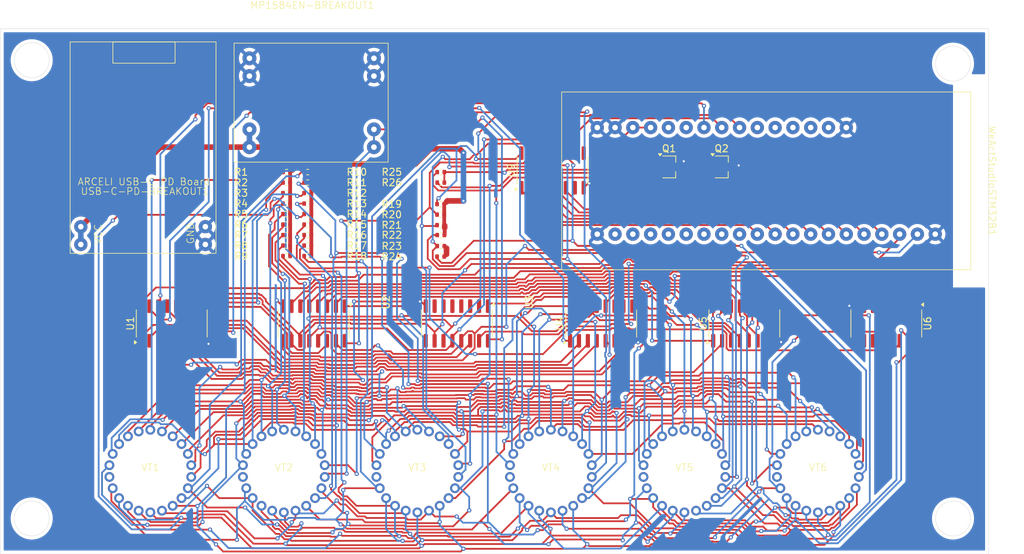
<source format=kicad_pcb>
(kicad_pcb (version 20241229) (generator "pcbnew") (generator_version "9.0")
  (layers (0 "F.Cu" signal) (2 "B.Cu" signal) (13 "F.Paste" user) (15 "B.Paste" user) (5 "F.SilkS" user "F.Silkscreen") (7 "B.SilkS" user "B.Silkscreen") (1 "F.Mask" user) (3 "B.Mask" user) (25 "Edge.Cuts" user))
  (net 0 "")
  (net 1 "GND")
  (net 2 "IV4_FIL1")
  (net 3 "H_BRIDGE_PWM_CH1")
  (net 4 "H_BRIDGE_PWM_CH1N")
  (net 5 "IV4_P02")
  (net 6 "USB_PD_20V")
  (net 7 "IV4_P03")
  (net 8 "IV4_P04")
  (net 9 "IV4_P05")
  (net 10 "IV4_P06")
  (net 11 "IV4_P07")
  (net 12 "IV4_P08")
  (net 13 "IV4_P09")
  (net 14 "IV4_P10")
  (net 15 "IV4_P13")
  (net 16 "IV4_P14")
  (net 17 "IV4_P15")
  (net 18 "IV4_P16")
  (net 19 "IV4_P17")
  (net 20 "IV4_P18")
  (net 21 "IV4_P19")
  (net 22 "IV4_P20")
  (net 23 "IV4_P21")
  (net 24 "GRID_DRV_1")
  (net 25 "GRID_DRV_2")
  (net 26 "GRID_DRV_3")
  (net 27 "GRID_DRV_4")
  (net 28 "GRID_DRV_5")
  (net 29 "GRID_DRV_6")
  (net 30 "3V3")
  (net 31 "DRV_P09")
  (net 32 "DRV_P03")
  (net 33 "SRCLR")
  (net 34 "DRV_P02")
  (net 35 "SER")
  (net 36 "DRV_P08")
  (net 37 "DRV_P06")
  (net 38 "RCLK")
  (net 39 "Net-(U1-QH')")
  (net 40 "DRV_P05")
  (net 41 "DRV_P04")
  (net 42 "DRV_P07")
  (net 43 "OE")
  (net 44 "SRCLK")
  (net 45 "DRV_P15")
  (net 46 "DRV_P13")
  (net 47 "DRV_P16")
  (net 48 "DRV_P18")
  (net 49 "Net-(U2-QH')")
  (net 50 "DRV_P10")
  (net 51 "DRV_P17")
  (net 52 "DRV_P19")
  (net 53 "DRV_P14")
  (net 56 "DRV_P21")
  (net 61 "DRV_P20")
  (net 72 "GRID_ACTIVATE_1")
  (net 73 "GRID_ACTIVATE_4")
  (net 74 "GRID_ACTIVATE_5")
  (net 76 "GRID_ACTIVATE_3")
  (net 77 "GRID_ACTIVATE_2")
  (net 79 "GRID_ACTIVATE_6")
  (net 102 "IV4_FIL2")
  (footprint "Package_SO:SOIC-16_3.9x9.9mm_P1.27mm" (layer "F.Cu") (at 66.235 73.725 90)
    (property "Reference" "U1")
    (property "Value" "74HC595")
  )
  (footprint "Resistor_SMD:R_0402_1005Metric" (layer "F.Cu") (at 82.634 64.0874)
    (property "Reference" "R9")
    (property "Value" "10k")
  )
  (footprint "Resistor_SMD:R_0402_1005Metric" (layer "F.Cu") (at 85.654 62.5874)
    (property "Reference" "R17")
    (property "Value" "10k")
  )
  (footprint "Resistor_SMD:R_0402_1005Metric" (layer "F.Cu") (at 104.654 52.0874)
    (property "Reference" "R25")
    (property "Value" "47R")
  )
  (footprint "Library:IV4" (layer "F.Cu") (at 82.2433 94.82)
    (property "Reference" "VT2")
    (property "Value" "~")
  )
  (footprint "Resistor_SMD:R_0402_1005Metric" (layer "F.Cu") (at 85.654 56.5874)
    (property "Reference" "R13")
    (property "Value" "10k")
  )
  (footprint "Resistor_SMD:R_0402_1005Metric" (layer "F.Cu") (at 104.634 59.6674)
    (property "Reference" "R21")
    (property "Value" "10k")
  )
  (footprint "Resistor_SMD:R_0402_1005Metric" (layer "F.Cu") (at 82.634 59.5874)
    (property "Reference" "R6")
    (property "Value" "10k")
  )
  (footprint "Library:ARCELI USB-C PD Breakout" (layer "F.Cu") (at 62.398 61.1604)
    (property "Reference" "USB-C-PD-BREAKOUT1")
    (property "Value" "~")
  )
  (footprint "Package_SO:SOIC-16_3.9x9.9mm_P1.27mm" (layer "F.Cu") (at 120.619 51.8524 90)
    (property "Reference" "U9")
    (property "Value" "ULN2003")
  )
  (footprint "Resistor_SMD:R_0402_1005Metric" (layer "F.Cu") (at 104.654 53.5874)
    (property "Reference" "R26")
    (property "Value" "47R")
  )
  (footprint "Package_TO_SOT_SMD:TSOT-23" (layer "F.Cu") (at 144.754 51.3274)
    (property "Reference" "Q2")
    (property "Value" "BC847")
  )
  (footprint "Library:WeActStudioSTM32WB55" (layer "F.Cu") (at 182.88 53.34 -90)
    (property "Reference" "WeActStudioSTM32B1")
    (property "Value" "~")
  )
  (footprint "Resistor_SMD:R_0402_1005Metric" (layer "F.Cu") (at 104.654 61.0874)
    (property "Reference" "R22")
    (property "Value" "10k")
  )
  (footprint "Resistor_SMD:R_0402_1005Metric" (layer "F.Cu") (at 85.654 64.0874)
    (property "Reference" "R18")
    (property "Value" "10k")
  )
  (footprint "Package_SO:SOIC-16_3.9x9.9mm_P1.27mm" (layer "F.Cu") (at 86.507 73.725 -90)
    (property "Reference" "U2")
    (property "Value" "74HC595")
  )
  (footprint "Package_SO:SOIC-16_3.9x9.9mm_P1.27mm" (layer "F.Cu") (at 168.275 73.725 -90)
    (property "Reference" "U6")
    (property "Value" "ULN2003")
  )
  (footprint "Resistor_SMD:R_0402_1005Metric" (layer "F.Cu") (at 85.654 59.5874)
    (property "Reference" "R15")
    (property "Value" "10k")
  )
  (footprint "Resistor_SMD:R_0402_1005Metric" (layer "F.Cu") (at 85.654 61.0874)
    (property "Reference" "R16")
    (property "Value" "10k")
  )
  (footprint "Library:IV4" (layer "F.Cu") (at 158.5116 94.82)
    (property "Reference" "VT6")
    (property "Value" "~")
  )
  (footprint "Package_SO:SOIC-16_3.9x9.9mm_P1.27mm" (layer "F.Cu") (at 148.003 73.725 90)
    (property "Reference" "U5")
    (property "Value" "ULN2003")
  )
  (footprint "Library:IV4" (layer "F.Cu") (at 120.3775 94.82)
    (property "Reference" "VT4")
    (property "Value" "~")
  )
  (footprint "Package_TO_SOT_SMD:TSOT-23" (layer "F.Cu") (at 137.254 51.3274)
    (property "Reference" "Q1")
    (property "Value" "BC847")
  )
  (footprint "Resistor_SMD:R_0402_1005Metric" (layer "F.Cu") (at 85.654 53.5874)
    (property "Reference" "R11")
    (property "Value" "10k")
  )
  (footprint "Resistor_SMD:R_0402_1005Metric" (layer "F.Cu") (at 104.634 58.1674)
    (property "Reference" "R20")
    (property "Value" "10k")
  )
  (footprint "Library:Untitled_1" (layer "F.Cu") (at 86.2202 33.7128)
    (property "Reference" "MP1584EN-BREAKOUT1")
    (property "Value" "~")
  )
  (footprint "Resistor_SMD:R_0402_1005Metric" (layer "F.Cu") (at 82.634 52.0874)
    (property "Reference" "R1")
    (property "Value" "10k")
  )
  (footprint "Package_SO:SOIC-16_3.9x9.9mm_P1.27mm" (layer "F.Cu") (at 127.561 73.725 90)
    (property "Reference" "U4")
    (property "Value" "ULN2003")
  )
  (footprint "Resistor_SMD:R_0402_1005Metric" (layer "F.Cu") (at 85.654 52.0874)
    (property "Reference" "R10")
    (property "Value" "10k")
  )
  (footprint "Resistor_SMD:R_0402_1005Metric" (layer "F.Cu") (at 85.654 55.0874)
    (property "Reference" "R12")
    (property "Value" "10k")
  )
  (footprint "Resistor_SMD:R_0402_1005Metric" (layer "F.Cu") (at 82.634 55.0874)
    (property "Reference" "R3")
    (property "Value" "10k")
  )
  (footprint "Resistor_SMD:R_0402_1005Metric" (layer "F.Cu") (at 82.634 53.5874)
    (property "Reference" "R2")
    (property "Value" "10k")
  )
  (footprint "Resistor_SMD:R_0402_1005Metric" (layer "F.Cu") (at 104.634 56.6674)
    (property "Reference" "R19")
    (property "Value" "10k")
  )
  (footprint "Resistor_SMD:R_0402_1005Metric" (layer "F.Cu") (at 82.634 62.5874)
    (property "Reference" "R8")
    (property "Value" "10k")
  )
  (footprint "Resistor_SMD:R_0402_1005Metric" (layer "F.Cu") (at 104.654 62.6674)
    (property "Reference" "R23")
    (property "Value" "10k")
  )
  (footprint "Resistor_SMD:R_0402_1005Metric" (layer "F.Cu") (at 85.654 58.0874)
    (property "Reference" "R14")
    (property "Value" "10k")
  )
  (footprint "Resistor_SMD:R_0402_1005Metric" (layer "F.Cu") (at 82.634 58.0874)
    (property "Reference" "R5")
    (property "Value" "10k")
  )
  (footprint "Resistor_SMD:R_0402_1005Metric" (layer "F.Cu") (at 104.634 64.1674)
    (property "Reference" "R24")
    (property "Value" "10k")
  )
  (footprint "Resistor_SMD:R_0402_1005Metric" (layer "F.Cu") (at 82.634 61.0874)
    (property "Reference" "R7")
    (property "Value" "10k")
  )
  (footprint "Library:IV4" (layer "F.Cu") (at 101.3104 94.82)
    (property "Reference" "VT3")
    (property "Value" "~")
  )
  (footprint "Library:IV4" (layer "F.Cu") (at 63.1763 94.82)
    (property "Reference" "VT1")
    (property "Value" "~")
  )
  (footprint "Resistor_SMD:R_0402_1005Metric" (layer "F.Cu") (at 82.634 56.5874)
    (property "Reference" "R4")
    (property "Value" "10k")
  )
  (footprint "Library:IV4" (layer "F.Cu") (at 139.4445 94.82)
    (property "Reference" "VT5")
    (property "Value" "~")
  )
  (footprint "Package_SO:SOIC-16_3.9x9.9mm_P1.27mm" (layer "F.Cu") (at 106.949 73.725 -90)
    (property "Reference" "U3")
    (property "Value" "74HC595")
  )
  (gr_circle (center 177.8 36.587448) (end 175.8 38.087448) (stroke (width 0.05)) (fill no) (layer "Edge.Cuts"))
  (gr_circle (center 46.236286 36.099948) (end 48.236286 37.599948) (stroke (width 0.05)) (fill no) (layer "Edge.Cuts"))
  (gr_circle (center 46.236286 101.6) (end 47.736286 99.6) (stroke (width 0.05)) (fill no) (layer "Edge.Cuts"))
  (gr_circle (center 177.8 101.6) (end 177.8 99.1) (stroke (width 0.05)) (fill no) (layer "Edge.Cuts"))
  (gr_rect (start 41.736286 31.599948) (end 182.88 106.68) (stroke (width 0.05)) (fill no) (layer "Edge.Cuts"))
  (segment (start 101.8415 70.5875) (end 102.504 71.25) (width 0.25) (layer "F.Cu") (net 1))
  (segment (start 71.121 76.641) (end 71.485 76.641) (width 0.25) (layer "F.Cu") (net 1))
  (segment (start 147.1954 51.1349) (end 146.2565 51.1349) (width 0.25) (layer "F.Cu") (net 1))
  (segment (start 139.3513 50.5401) (end 138.564 51.3274) (width 0.25) (layer "F.Cu") (net 1))
  (segment (start 132.006 76.2) (end 132.2287 76.4227) (width 0.25) (layer "F.Cu") (net 1))
  (segment (start 146.2565 51.1349) (end 146.064 51.3274) (width 0.25) (layer "F.Cu") (net 1))
  (segment (start 163.0011 71.1989) (end 163.7789 71.1989) (width 0.25) (layer "F.Cu") (net 1))
  (segment (start 152.6263 76.3783) (end 152.448 76.2) (width 0.25) (layer "F.Cu") (net 1))
  (segment (start 70.68 76.2) (end 71.121 76.641) (width 0.25) (layer "F.Cu") (net 1))
  (segment (start 132.2287 76.4227) (end 132.839 76.4227) (width 0.25) (layer "F.Cu") (net 1))
  (segment (start 153.2541 76.3783) (end 152.6263 76.3783) (width 0.25) (layer "F.Cu") (net 1))
  (segment (start 125.6861 53.7053) (end 125.064 54.3274) (width 0.25) (layer "F.Cu") (net 1))
  (segment (start 125.8783 53.7053) (end 125.6861 53.7053) (width 0.25) (layer "F.Cu") (net 1))
  (segment (start 101.6667 70.5875) (end 101.8415 70.5875) (width 0.25) (layer "F.Cu") (net 1))
  (segment (start 163.7789 71.1989) (end 163.83 71.25) (width 0.25) (layer "F.Cu") (net 1))
  (segment (start 81.227 70.415) (end 82.062 71.25) (width 0.25) (layer "F.Cu") (net 1))
  (via (at 101.6667 70.5875) (size 0.6) (drill 0.3) (layers "F.Cu" "B.Cu") (net 1))
  (via (at 81.227 70.415) (size 0.6) (drill 0.3) (layers "F.Cu" "B.Cu") (net 1))
  (via (at 132.839 76.4227) (size 0.6) (drill 0.3) (layers "F.Cu" "B.Cu") (net 1))
  (via (at 163.0011 71.1989) (size 0.6) (drill 0.3) (layers "F.Cu" "B.Cu") (net 1))
  (via (at 139.3513 50.5401) (size 0.6) (drill 0.3) (layers "F.Cu" "B.Cu") (net 1))
  (via (at 153.2541 76.3783) (size 0.6) (drill 0.3) (layers "F.Cu" "B.Cu") (net 1))
  (via (at 147.1954 51.1349) (size 0.6) (drill 0.3) (layers "F.Cu" "B.Cu") (net 1))
  (via (at 71.485 76.641) (size 0.6) (drill 0.3) (layers "F.Cu" "B.Cu") (net 1))
  (via (at 125.8783 53.7053) (size 0.6) (drill 0.3) (layers "F.Cu" "B.Cu") (net 1))
  (segment (start 85.4017 86.2387) (end 85.409 86.2314) (width 0.25) (layer "F.Cu") (net 2))
  (segment (start 99.5566 86.8538) (end 99.9489 86.4615) (width 0.25) (layer "F.Cu") (net 2))
  (segment (start 70.1416 102.5857) (end 70.631 102.0963) (width 0.25) (layer "F.Cu") (net 2))
  (segment (start 98.002 86.8538) (end 99.5566 86.8538) (width 0.25) (layer "F.Cu") (net 2))
  (segment (start 124.1186 85.1212) (end 125.9519 85.1212) (width 0.25) (layer "F.Cu") (net 2))
  (segment (start 97.2411 87.6147) (end 98.002 86.8538) (width 0.25) (layer "F.Cu") (net 2))
  (segment (start 112.5733 54.7208) (end 112.5733 56.52) (width 0.25) (layer "F.Cu") (net 2))
  (segment (start 110.341 85.6714) (end 113.0726 85.6714) (width 0.25) (layer "F.Cu") (net 2))
  (segment (start 142.7211 83.8228) (end 141.8281 84.7158) (width 0.25) (layer "F.Cu") (net 2))
  (segment (start 76.1639 87.3022) (end 77.0513 87.3022) (width 0.25) (layer "F.Cu") (net 2))
  (segment (start 145.3813 84.8968) (end 144.3073 83.8228) (width 0.25) (layer "F.Cu") (net 2))
  (segment (start 83.276 86.0432) (end 83.3444 85.9748) (width 0.25) (layer "F.Cu") (net 2))
  (segment (start 126.991 86.1603) (end 128.6753 86.1603) (width 0.25) (layer "F.Cu") (net 2))
  (segment (start 110.341 86.9132) (end 110.3527 86.9249) (width 0.25) (layer "F.Cu") (net 2))
  (segment (start 78.3103 86.0432) (end 83.276 86.0432) (width 0.25) (layer "F.Cu") (net 2))
  (segment (start 128.6753 86.1603) (end 129.0695 85.7661) (width 0.25) (layer "F.Cu") (net 2))
  (segment (start 75.4558 88.0103) (end 76.1639 87.3022) (width 0.25) (layer "F.Cu") (net 2))
  (segment (start 133.6284 85.1676) (end 132.9501 85.8459) (width 0.25) (layer "F.Cu") (net 2))
  (segment (start 115.1752 85.8438) (end 115.1767 85.8453) (width 0.25) (layer "F.Cu") (net 2))
  (segment (start 129.326 85.7661) (end 129.4558 85.8959) (width 0.25) (layer "F.Cu") (net 2))
  (segment (start 113.2636 85.759) (end 113.5579 85.4647) (width 0.25) (layer "F.Cu") (net 2))
  (segment (start 138.1229 85.1676) (end 133.6284 85.1676) (width 0.25) (layer "F.Cu") (net 2))
  (segment (start 86.4749 86.2314) (end 86.9558 86.7123) (width 0.25) (layer "F.Cu") (net 2))
  (segment (start 129.0695 85.7661) (end 129.326 85.7661) (width 0.25) (layer "F.Cu") (net 2))
  (segment (start 138.5747 84.7158) (end 138.1229 85.1676) (width 0.25) (layer "F.Cu") (net 2))
  (segment (start 110.3527 86.9249) (end 112.4318 86.9249) (width 0.25) (layer "F.Cu") (net 2))
  (segment (start 109.9855 86.0269) (end 110.341 85.6714) (width 0.25) (layer "F.Cu") (net 2))
  (segment (start 103.5465 53.9636) (end 104.3037 54.7208) (width 0.25) (layer "F.Cu") (net 2))
  (segment (start 113.9321 85.4647) (end 114.3112 85.8438) (width 0.25) (layer "F.Cu") (net 2))
  (segment (start 104.144 52.0874) (end 103.5465 52.6849) (width 0.25) (layer "F.Cu") (net 2))
  (segment (start 114.3112 85.8438) (end 115.1752 85.8438) (width 0.25) (layer "F.Cu") (net 2))
  (segment (start 149.0422 84.8968) (end 145.3813 84.8968) (width 0.25) (layer "F.Cu") (net 2))
  (segment (start 85.409 86.2314) (end 86.4749 86.2314) (width 0.25) (layer "F.Cu") (net 2))
  (segment (start 84.5084 86.2387) (end 85.4017 86.2387) (width 0.25) (layer "F.Cu") (net 2))
  (segment (start 151.7205 93.98) (end 149.1108 96.5897) (width 0.25) (layer "F.Cu") (net 2))
  (segment (start 91.5053 86.7123) (end 91.718 86.925) (width 0.25) (layer "F.Cu") (net 2))
  (segment (start 114.9569 52.8754) (end 135.346 52.8754) (width 0.25) (layer "F.Cu") (net 2))
  (segment (start 109.9855 86.9132) (end 109.9855 86.0269) (width 0.25) (layer "F.Cu") (net 2))
  (segment (start 141.8281 84.7158) (end 138.5747 84.7158) (width 0.25) (layer "F.Cu") (net 2))
  (segment (start 83.3444 85.9748) (end 84.2445 85.9748) (width 0.25) (layer "F.Cu") (net 2))
  (segment (start 112.4318 86.9249) (end 112.6068 86.7499) (width 0.25) (layer "F.Cu") (net 2))
  (segment (start 104.3037 54.7208) (end 112.5733 54.7208) (width 0.25) (layer "F.Cu") (net 2))
  (segment (start 95.4674 93.98) (end 94.8804 93.393) (width 0.25) (layer "F.Cu") (net 2))
  (segment (start 113.1602 85.759) (end 113.2636 85.759) (width 0.25) (layer "F.Cu") (net 2))
  (segment (start 106.5239 86.4615) (end 106.9756 86.9132) (width 0.25) (layer "F.Cu") (net 2))
  (segment (start 103.5465 52.6849) (end 103.5465 53.9636) (width 0.25) (layer "F.Cu") (net 2))
  (segment (start 113.1115 54.7208) (end 114.9569 52.8754) (width 0.25) (layer "F.Cu") (net 2))
  (segment (start 112.5733 54.7208) (end 113.1115 54.7208) (width 0.25) (layer "F.Cu") (net 2))
  (segment (start 129.4558 85.8959) (end 132.9001 85.8959) (width 0.25) (layer "F.Cu") (net 2))
  (segment (start 91.718 86.925) (end 96.5514 86.925) (width 0.25) (layer "F.Cu") (net 2))
  (segment (start 62.7461 102.5007) (end 62.8311 102.5857) (width 0.25) (layer "F.Cu") (net 2))
  (segment (start 84.2445 85.9748) (end 84.5084 86.2387) (width 0.25) (layer "F.Cu") (net 2))
  (segment (start 94.8804 93.393) (end 94.8804 89.9754) (width 0.25) (layer "F.Cu") (net 2))
  (segment (start 135.346 52.8754) (end 135.944 52.2774) (width 0.25) (layer "F.Cu") (net 2))
  (segment (start 125.9519 85.1212) (end 126.991 86.1603) (width 0.25) (layer "F.Cu") (net 2))
  (segment (start 96.5514 86.925) (end 97.2411 87.6147) (width 0.25) (layer "F.Cu") (net 2))
  (segment (start 113.0726 85.6714) (end 113.1602 85.759) (width 0.25) (layer "F.Cu") (net 2))
  (segment (start 109.9855 86.9132) (end 110.341 86.9132) (width 0.25) (layer "F.Cu") (net 2))
  (segment (start 94.8804 89.9754) (end 97.2411 87.6147) (width 0.25) (layer "F.Cu") (net 2))
  (segment (start 144.3073 83.8228) (end 142.7211 83.8228) (width 0.25) (layer "F.Cu") (net 2))
  (segment (start 113.5579 85.4647) (end 113.9321 85.4647) (width 0.25) (layer "F.Cu") (net 2))
  (segment (start 99.9489 86.4615) (end 106.5239 86.4615) (width 0.25) (layer "F.Cu") (net 2))
  (segment (start 132.9001 85.8959) (end 132.9501 85.8459) (width 0.25) (layer "F.Cu") (net 2))
  (segment (start 62.8311 102.5857) (end 70.1416 102.5857) (width 0.25) (layer "F.Cu") (net 2))
  (segment (start 152.6686 93.98) (end 151.7205 93.98) (width 0.25) (layer "F.Cu") (net 2))
  (segment (start 77.0513 87.3022) (end 78.3103 86.0432) (width 0.25) (layer "F.Cu") (net 2))
  (segment (start 115.1767 85.8453) (end 123.3945 85.8453) (width 0.25) (layer "F.Cu") (net 2))
  (segment (start 86.9558 86.7123) (end 91.5053 86.7123) (width 0.25) (layer "F.Cu") (net 2))
  (segment (start 123.3945 85.8453) (end 124.1186 85.1212) (width 0.25) (layer "F.Cu") (net 2))
  (segment (start 106.9756 86.9132) (end 109.9855 86.9132) (width 0.25) (layer "F.Cu") (net 2))
  (via (at 149.0422 84.8968) (size 0.6) (drill 0.3) (layers "F.Cu" "B.Cu") (net 2))
  (via (at 112.6068 86.7499) (size 0.6) (drill 0.3) (layers "F.Cu" "B.Cu") (net 2))
  (via (at 70.631 102.0963) (size 0.6) (drill 0.3) (layers "F.Cu" "B.Cu") (net 2))
  (via (at 112.5733 56.52) (size 0.6) (drill 0.3) (layers "F.Cu" "B.Cu") (net 2))
  (via (at 149.1108 96.5897) (size 0.6) (drill 0.3) (layers "F.Cu" "B.Cu") (net 2))
  (via (at 62.7461 102.5007) (size 0.6) (drill 0.3) (layers "F.Cu" "B.Cu") (net 2))
  (via (at 75.4558 88.0103) (size 0.6) (drill 0.3) (layers "F.Cu" "B.Cu") (net 2))
  (via (at 132.9501 85.8459) (size 0.6) (drill 0.3) (layers "F.Cu" "B.Cu") (net 2))
  (segment (start 114.5345 93.98) (end 112.6068 92.0523) (width 0.25) (layer "B.Cu") (net 2))
  (segment (start 112.5733 56.52) (end 112.6068 56.5535) (width 0.25) (layer "B.Cu") (net 2))
  (segment (start 149.1108 96.5897) (end 149.1108 84.9654) (width 0.25) (layer "B.Cu") (net 2))
  (segment (start 56.2832 95.0301) (end 57.3333 93.98) (width 0.25) (layer "B.Cu") (net 2))
  (segment (start 149.1108 84.9654) (end 149.0422 84.8968) (width 0.25) (layer "B.Cu") (net 2))
  (segment (start 112.6068 56.5535) (end 112.6068 86.7499) (width 0.25) (layer "B.Cu") (net 2))
  (segment (start 76.4003 93.98) (end 75.4558 93.0355) (width 0.25) (layer "B.Cu") (net 2))
  (segment (start 70.631 99.7493) (end 70.631 102.0963) (width 0.25) (layer "B.Cu") (net 2))
  (segment (start 76.4003 93.98) (end 70.631 99.7493) (width 0.25) (layer "B.Cu") (net 2))
  (segment (start 75.4558 93.0355) (end 75.4558 88.0103) (width 0.25) (layer "B.Cu") (net 2))
  (segment (start 56.2832 98.2317) (end 56.2832 95.0301) (width 0.25) (layer "B.Cu") (net 2))
  (segment (start 112.6068 92.0523) (end 112.6068 86.7499) (width 0.25) (layer "B.Cu") (net 2))
  (segment (start 62.7461 102.5007) (end 60.5522 102.5007) (width 0.25) (layer "B.Cu") (net 2))
  (segment (start 132.9501 93.3286) (end 132.9501 85.8459) (width 0.25) (layer "B.Cu") (net 2))
  (segment (start 60.5522 102.5007) (end 56.2832 98.2317) (width 0.25) (layer "B.Cu") (net 2))
  (segment (start 133.6015 93.98) (end 132.9501 93.3286) (width 0.25) (layer "B.Cu") (net 2))
  (segment (start 149.2737 56.5934) (end 160.7334 56.5934) (width 0.25) (layer "F.Cu") (net 3))
  (segment (start 160.7334 56.5934) (end 165.1 60.96) (width 0.25) (layer "F.Cu") (net 3))
  (segment (start 136.445 49.8764) (end 140.1191 49.8764) (width 0.25) (layer "F.Cu") (net 3))
  (segment (start 135.944 50.3774) (end 136.445 49.8764) (width 0.25) (layer "F.Cu") (net 3))
  (segment (start 144.0077 51.3274) (end 149.2737 56.5934) (width 0.25) (layer "F.Cu") (net 3))
  (segment (start 141.5701 51.3274) (end 144.0077 51.3274) (width 0.25) (layer "F.Cu") (net 3))
  (segment (start 140.1191 49.8764) (end 141.5701 51.3274) (width 0.25) (layer "F.Cu") (net 3))
  (segment (start 167.64 60.96) (end 157.0574 50.3774) (width 0.25) (layer "F.Cu") (net 4))
  (segment (start 157.0574 50.3774) (end 143.444 50.3774) (width 0.25) (layer "F.Cu") (net 4))
  (segment (start 84.4423 83.3767) (end 85.3356 83.3767) (width 0.25) (layer "F.Cu") (net 5))
  (segment (start 97.6265 84.4444) (end 97.5528 84.5181) (width 0.25) (layer "F.Cu") (net 5))
  (segment (start 136.0324 84.0876) (end 136.71 83.41) (width 0.25) (layer "F.Cu") (net 5))
  (segment (start 120.8013 84.1401) (end 122.5599 84.1401) (width 0.25) (layer "F.Cu") (net 5))
  (segment (start 127.3652 85.2569) (end 128.3011 85.2569) (width 0.25) (layer "F.Cu") (net 5))
  (segment (start 108.0501 84.4062) (end 107.003 84.4062) (width 0.25) (layer "F.Cu") (net 5))
  (segment (start 87.5401 84.168) (end 88.1317 84.168) (width 0.25) (layer "F.Cu") (net 5))
  (segment (start 84.1027 83.7163) (end 84.4423 83.3767) (width 0.25) (layer "F.Cu") (net 5))
  (segment (start 116.2657 84.277) (end 116.4789 84.4902) (width 0.25) (layer "F.Cu") (net 5))
  (segment (start 98.5689 84.457) (end 98.5563 84.4444) (width 0.25) (layer "F.Cu") (net 5))
  (segment (start 112.1921 84.3163) (end 110.5052 84.3163) (width 0.25) (layer "F.Cu") (net 5))
  (segment (start 114.7948 84.3076) (end 114.6914 84.3076) (width 0.25) (layer "F.Cu") (net 5))
  (segment (start 119.1814 84.1401) (end 119.3576 84.3163) (width 0.25) (layer "F.Cu") (net 5))
  (segment (start 128.3011 85.2569) (end 128.6953 84.8627) (width 0.25) (layer "F.Cu") (net 5))
  (segment (start 119.3576 84.3163) (end 120.6251 84.3163) (width 0.25) (layer "F.Cu") (net 5))
  (segment (start 97.5528 84.5181) (end 96.3278 84.5181) (width 0.25) (layer "F.Cu") (net 5))
  (segment (start 129.83 84.9925) (end 131.2262 84.9925) (width 0.25) (layer "F.Cu") (net 5))
  (segment (start 109.7001 84.2596) (end 109.3503 84.6094) (width 0.25) (layer "F.Cu") (net 5))
  (segment (start 145.4848 82.9772) (end 144.9678 82.9772) (width 0.25) (layer "F.Cu") (net 5))
  (segment (start 142.3469 82.9194) (end 142.0821 83.1842) (width 0.25) (layer "F.Cu") (net 5))
  (segment (start 117.0731 72.2344) (end 118.0575 71.25) (width 0.25) (layer "F.Cu") (net 5))
  (segment (start 93.8987 85.1181) (end 94.0737 84.9431) (width 0.25) (layer "F.Cu") (net 5))
  (segment (start 115.5209 84.277) (end 114.8254 84.277) (width 0.25) (layer "F.Cu") (net 5))
  (segment (start 91.5163 84.168) (end 92.4664 85.1181) (width 0.25) (layer "F.Cu") (net 5))
  (segment (start 85.6545 83.6956) (end 85.6546 83.6956) (width 0.25) (layer "F.Cu") (net 5))
  (segment (start 112.9966 84.1096) (end 112.8016 84.3046) (width 0.25) (layer "F.Cu") (net 5))
  (segment (start 79.5451 83.7734) (end 80.0403 83.7734) (width 0.25) (layer "F.Cu") (net 5))
  (segment (start 110.1883 84.2596) (end 109.7001 84.2596) (width 0.25) (layer "F.Cu") (net 5))
  (segment (start 142.0821 83.1842) (end 141.6273 83.1842) (width 0.25) (layer "F.Cu") (net 5))
  (segment (start 82.0632 83.4346) (end 82.5823 83.4346) (width 0.25) (layer "F.Cu") (net 5))
  (segment (start 88.8483 83.9705) (end 89.0458 84.168) (width 0.25) (layer "F.Cu") (net 5))
  (segment (start 131.2262 84.9925) (end 132.1311 84.0876) (width 0.25) (layer "F.Cu") (net 5))
  (segment (start 112.8016 84.3046) (end 112.2038 84.3046) (width 0.25) (layer "F.Cu") (net 5))
  (segment (start 122.5599 84.1401) (end 122.7469 83.9531) (width 0.25) (layer "F.Cu") (net 5))
  (segment (start 110.206 84.2773) (end 110.1883 84.2596) (width 0.25) (layer "F.Cu") (net 5))
  (segment (start 80.0403 83.7734) (end 80.0516 83.7847) (width 0.25) (layer "F.Cu") (net 5))
  (segment (start 128.6953 84.8627) (end 129.7002 84.8627) (width 0.25) (layer "F.Cu") (net 5))
  (segment (start 82.5823 83.4346) (end 82.864 83.7163) (width 0.25) (layer "F.Cu") (net 5))
  (segment (start 122.7469 83.9531) (end 126.0614 83.9531) (width 0.25) (layer "F.Cu") (net 5))
  (segment (start 118.0575 71.25) (end 123.116 71.25) (width 0.25) (layer "F.Cu") (net 5))
  (segment (start 116.7262 72.2344) (end 117.0731 72.2344) (width 0.25) (layer "F.Cu") (net 5))
  (segment (start 64.9415 87.4968) (end 67.5696 84.8687) (width 0.25) (layer "F.Cu") (net 5))
  (segment (start 76.0433 84.8687) (end 76.2356 84.8687) (width 0.25) (layer "F.Cu") (net 5))
  (segment (start 88.3292 83.9705) (end 88.8483 83.9705) (width 0.25) (layer "F.Cu") (net 5))
  (segment (start 146.0555 83.5479) (end 145.4848 82.9772) (width 0.25) (layer "F.Cu") (net 5))
  (segment (start 112.2038 84.3046) (end 112.1921 84.3163) (width 0.25) (layer "F.Cu") (net 5))
  (segment (start 94.2488 84.768) (end 94.0737 84.9431) (width 0.25) (layer "F.Cu") (net 5))
  (segment (start 129.7002 84.8627) (end 129.83 84.9925) (width 0.25) (layer "F.Cu") (net 5))
  (segment (start 81.7131 83.7847) (end 82.0632 83.4346) (width 0.25) (layer "F.Cu") (net 5))
  (segment (start 92.4664 85.1181) (end 93.8987 85.1181) (width 0.25) (layer "F.Cu") (net 5))
  (segment (start 85.7274 83.6228) (end 86.9949 83.6228) (width 0.25) (layer "F.Cu") (net 5))
  (segment (start 116.4789 84.4902) (end 117.6195 84.4902) (width 0.25) (layer "F.Cu") (net 5))
  (segment (start 115.5209 84.277) (end 115.5209 84.1019) (width 0.25) (layer "F.Cu") (net 5))
  (segment (start 138.4449 83.4289) (end 138.2699 83.6039) (width 0.25) (layer "F.Cu") (net 5))
  (segment (start 98.5563 84.4444) (end 97.6265 84.4444) (width 0.25) (layer "F.Cu") (net 5))
  (segment (start 138.2699 83.6039) (end 136.9039 83.6039) (width 0.25) (layer "F.Cu") (net 5))
  (segment (start 150.3297 83.8116) (end 150.066 83.5479) (width 0.25) (layer "F.Cu") (net 5))
  (segment (start 94.9801 84.5181) (end 94.7302 84.768) (width 0.25) (layer "F.Cu") (net 5))
  (segment (start 99.9716 84.4444) (end 99.959 84.457) (width 0.25) (layer "F.Cu") (net 5))
  (segment (start 82.864 83.7163) (end 84.1027 83.7163) (width 0.25) (layer "F.Cu") (net 5))
  (segment (start 144.91 82.9194) (end 142.3469 82.9194) (width 0.25) (layer "F.Cu") (net 5))
  (segment (start 63.368 53.2151) (end 80.9963 53.2151) (width 0.25) (layer "F.Cu") (net 5))
  (segment (start 76.2356 84.8687) (end 77.7713 83.333) (width 0.25) (layer "F.Cu") (net 5))
  (segment (start 95.6337 84.6931) (end 95.4587 84.5181) (width 0.25) (layer "F.Cu") (net 5))
  (segment (start 114.4934 84.1096) (end 112.9966 84.1096) (width 0.25) (layer "F.Cu") (net 5))
  (segment (start 86.9949 83.6228) (end 87.5401 84.168) (width 0.25) (layer "F.Cu") (net 5))
  (segment (start 99.959 84.457) (end 98.5689 84.457) (width 0.25) (layer "F.Cu") (net 5))
  (segment (start 117.9696 84.1401) (end 119.1814 84.1401) (width 0.25) (layer "F.Cu") (net 5))
  (segment (start 110.5052 84.3163) (end 110.4662 84.2773) (width 0.25) (layer "F.Cu") (net 5))
  (segment (start 115.5209 84.277) (end 116.2657 84.277) (width 0.25) (layer "F.Cu") (net 5))
  (segment (start 126.0614 83.9531) (end 127.3652 85.2569) (width 0.25) (layer "F.Cu") (net 5))
  (segment (start 94.7302 84.768) (end 94.2488 84.768) (width 0.25) (layer "F.Cu") (net 5))
  (segment (start 136.9039 83.6039) (end 136.71 83.41) (width 0.25) (layer "F.Cu") (net 5))
  (segment (start 77.7713 83.333) (end 79.1047 83.333) (width 0.25) (layer "F.Cu") (net 5))
  (segment (start 151.8474 92.3678) (end 151.2087 91.7291) (width 0.25) (layer "F.Cu") (net 5))
  (segment (start 96.3278 84.5181) (end 96.1528 84.6931) (width 0.25) (layer "F.Cu") (net 5))
  (segment (start 120.6251 84.3163) (end 120.8013 84.1401) (width 0.25) (layer "F.Cu") (net 5))
  (segment (start 110.4662 84.2773) (end 110.206 84.2773) (width 0.25) (layer "F.Cu") (net 5))
  (segment (start 144.9678 82.9772) (end 144.91 82.9194) (width 0.25) (layer "F.Cu") (net 5))
  (segment (start 141.6273 83.1842) (end 141.3826 83.4289) (width 0.25) (layer "F.Cu") (net 5))
  (segment (start 95.4587 84.5181) (end 94.9801 84.5181) (width 0.25) (layer "F.Cu") (net 5))
  (segment (start 114.8254 84.277) (end 114.7948 84.3076) (width 0.25) (layer "F.Cu") (net 5))
  (segment (start 114.6914 84.3076) (end 114.4934 84.1096) (width 0.25) (layer "F.Cu") (net 5))
  (segment (start 107.003 84.4062) (end 106.9648 84.4444) (width 0.25) (layer "F.Cu") (net 5))
  (segment (start 80.9963 53.2151) (end 82.124 52.0874) (width 0.25) (layer "F.Cu") (net 5))
  (segment (start 132.1311 84.0876) (end 136.0324 84.0876) (width 0.25) (layer "F.Cu") (net 5))
  (segment (start 108.2533 84.6094) (end 108.0501 84.4062) (width 0.25) (layer "F.Cu") (net 5))
  (segment (start 150.066 83.5479) (end 146.0555 83.5479) (width 0.25) (layer "F.Cu") (net 5))
  (segment (start 85.3356 83.3767) (end 85.6545 83.6956) (width 0.25) (layer "F.Cu") (net 5))
  (segment (start 141.3826 83.4289) (end 138.4449 83.4289) (width 0.25) (layer "F.Cu") (net 5))
  (segment (start 109.3503 84.6094) (end 108.2533 84.6094) (width 0.25) (layer "F.Cu") (net 5))
  (segment (start 153.142 92.3678) (end 151.8474 92.3678) (width 0.25) (layer "F.Cu") (net 5))
  (segment (start 79.1047 83.333) (end 79.5451 83.7734) (width 0.25) (layer "F.Cu") (net 5))
  (segment (start 67.5696 84.8687) (end 76.0433 84.8687) (width 0.25) (layer "F.Cu") (net 5))
  (segment (start 106.9648 84.4444) (end 99.9716 84.4444) (width 0.25) (layer "F.Cu") (net 5))
  (segment (start 85.6546 83.6956) (end 85.7274 83.6228) (width 0.25) (layer "F.Cu") (net 5))
  (segment (start 89.0458 84.168) (end 91.5163 84.168) (width 0.25) (layer "F.Cu") (net 5))
  (segment (start 88.1317 84.168) (end 88.3292 83.9705) (width 0.25) (layer "F.Cu") (net 5))
  (segment (start 117.6195 84.4902) (end 117.9696 84.1401) (width 0.25) (layer "F.Cu") (net 5))
  (segment (start 96.1528 84.6931) (end 95.6337 84.6931) (width 0.25) (layer "F.Cu") (net 5))
  (segment (start 80.0516 83.7847) (end 81.7131 83.7847) (width 0.25) (layer "F.Cu") (net 5))
  (via (at 94.0737 84.9431) (size 0.6) (drill 0.3) (layers "F.Cu" "B.Cu") (net 5))
  (via (at 116.7262 72.2344) (size 0.6) (drill 0.3) (layers "F.Cu" "B.Cu") (net 5))
  (via (at 136.71 83.41) (size 0.6) (drill 0.3) (layers "F.Cu" "B.Cu") (net 5))
  (via (at 76.0433 84.8687) (size 0.6) (drill 0.3) (layers "F.Cu" "B.Cu") (net 5))
  (via (at 115.5209 84.1019) (size 0.6) (drill 0.3) (layers "F.Cu" "B.Cu") (net 5))
  (via (at 150.3297 83.8116) (size 0.6) (drill 0.3) (layers "F.Cu" "B.Cu") (net 5))
  (via (at 64.9415 87.4968) (size 0.6) (drill 0.3) (layers "F.Cu" "B.Cu") (net 5))
  (via (at 63.368 53.2151) (size 0.6) (drill 0.3) (layers "F.Cu" "B.Cu") (net 5))
  (via (at 151.2087 91.7291) (size 0.6) (drill 0.3) (layers "F.Cu" "B.Cu") (net 5))
  (segment (start 93.7377 85.2791) (end 94.0737 84.9431) (width 0.25) (layer "B.Cu") (net 5))
  (segment (start 60.3134 87.4241) (end 63.368 87.4241) (width 0.25) (layer "B.Cu") (net 5))
  (segment (start 63.368 87.4241) (end 64.8688 87.4241) (width 0.25) (layer "B.Cu") (net 5))
  (segment (start 114.8137 92.1736) (end 114.8137 84.8091) (width 0.25) (layer "B.Cu") (net 5))
  (segment (start 151.2087 84.6906) (end 150.3297 83.8116) (width 0.25) (layer "B.Cu") (net 5))
  (segment (start 115.0079 92.3678) (end 114.8137 92.1736) (width 0.25) (layer "B.Cu") (net 5))
  (segment (start 57.6551 90.0824) (end 60.3134 87.4241) (width 0.25) (layer "B.Cu") (net 5))
  (segment (start 151.2087 91.7291) (end 151.2087 84.6906) (width 0.25) (layer "B.Cu") (net 5))
  (segment (start 76.5312 92.0253) (end 76.5312 85.3566) (width 0.25) (layer "B.Cu") (net 5))
  (segment (start 76.5312 85.3566) (end 76.0433 84.8687) (width 0.25) (layer "B.Cu") (net 5))
  (segment (start 115.5209 73.4397) (end 115.5209 84.1019) (width 0.25) (layer "B.Cu") (net 5))
  (segment (start 133.7432 92.0361) (end 133.7432 82.2384) (width 0.25) (layer "B.Cu") (net 5))
  (segment (start 76.8737 92.3678) (end 76.5312 92.0253) (width 0.25) (layer "B.Cu") (net 5))
  (segment (start 133.7432 82.2384) (end 134.085 81.8966) (width 0.25) (layer "B.Cu") (net 5))
  (segment (start 114.8137 84.8091) (end 115.5209 84.1019) (width 0.25) (layer "B.Cu") (net 5))
  (segment (start 57.6551 92.2162) (end 57.6551 90.0824) (width 0.25) (layer "B.Cu") (net 5))
  (segment (start 116.7262 72.2344) (end 115.5209 73.4397) (width 0.25) (layer "B.Cu") (net 5))
  (segment (start 95.9408 92.3678) (end 93.7377 90.1647) (width 0.25) (layer "B.Cu") (net 5))
  (segment (start 134.085 81.8966) (end 135.1966 81.8966) (width 0.25) (layer "B.Cu") (net 5))
  (segment (start 134.0749 92.3678) (end 133.7432 92.0361) (width 0.25) (layer "B.Cu") (net 5))
  (segment (start 93.7377 90.1647) (end 93.7377 85.2791) (width 0.25) (layer "B.Cu") (net 5))
  (segment (start 63.368 87.4241) (end 63.368 53.2151) (width 0.25) (layer "B.Cu") (net 5))
  (segment (start 135.1966 81.8966) (end 136.71 83.41) (width 0.25) (layer "B.Cu") (net 5))
  (segment (start 57.8067 92.3678) (end 57.6551 92.2162) (width 0.25) (layer "B.Cu") (net 5))
  (segment (start 64.8688 87.4241) (end 64.9415 87.4968) (width 0.25) (layer "B.Cu") (net 5))
  (segment (start 86.2147 50.9178) (end 86.2147 51.043) (width 0.8) (layer "F.Cu") (net 6))
  (segment (start 105.2147 59.7381) (end 105.2147 60.043) (width 0.8) (layer "F.Cu") (net 6))
  (segment (start 83.144 58.0874) (end 83.144 59.5874) (width 0.5408) (layer "F.Cu") (net 6))
  (segment (start 83.144 55.0874) (end 83.144 56.5874) (width 0.5408) (layer "F.Cu") (net 6))
  (segment (start 86.2147 51.043) (end 86.2147 52.0367) (width 0.5408) (layer "F.Cu") (net 6))
  (segment (start 86.164 59.5874) (end 86.164 61.0874) (width 0.5408) (layer "F.Cu") (net 6))
  (segment (start 86.164 56.5874) (end 86.164 58.0874) (width 0.5408) (layer "F.Cu") (net 6))
  (segment (start 86.164 61.0874) (end 86.164 62.5874) (width 0.5408) (layer "F.Cu") (net 6))
  (segment (start 86.2147 52.0367) (end 86.164 52.0874) (width 0.5408) (layer "F.Cu") (net 6))
  (segment (start 83.144 61.0874) (end 83.144 62.5874) (width 0.5408) (layer "F.Cu") (net 6))
  (segment (start 86.164 62.5874) (end 86.164 64.0874) (width 0.5408) (layer "F.Cu") (net 6))
  (segment (start 107.3253 48.7564) (end 107.8921 49.3232) (width 0.8) (layer "F.Cu") (net 6))
  (segment (start 105.144 58.1674) (end 105.144 59.6674) (width 0.5408) (layer "F.Cu") (net 6))
  (segment (start 86.164 53.5874) (end 86.164 55.0874) (width 0.5408) (layer "F.Cu") (net 6))
  (segment (start 86.164 52.0874) (end 86.164 53.5874) (width 0.5408) (layer "F.Cu") (net 6))
  (segment (start 83.144 59.5874) (end 83.144 61.0874) (width 0.5408) (layer "F.Cu") (net 6))
  (segment (start 105.1641 62.6674) (end 105.164 62.6674) (width 0.5408) (layer "F.Cu") (net 6))
  (segment (start 105.144 64.1674) (end 105.4757 63.8357) (width 0.5408) (layer "F.Cu") (net 6))
  (segment (start 83.4568 51.7746) (end 84.3136 50.9178) (width 0.8) (layer "F.Cu") (net 6))
  (segment (start 80.2032 48.521) (end 83.4568 51.7746) (width 0.8) (layer "F.Cu") (net 6))
  (segment (start 83.4568 51.7746) (end 83.144 52.0874) (width 0.5408) (layer "F.Cu") (net 6))
  (segment (start 105.4755 62.9788) (end 105.4757 62.979) (width 0.8) (layer "F.Cu") (net 6))
  (segment (start 105.6094 56.202) (end 105.4568 56.3546) (width 0.8) (layer "F.Cu") (net 6))
  (segment (start 105.144 59.6674) (end 105.2147 59.7381) (width 0.5408) (layer "F.Cu") (net 6))
  (segment (start 53.254 59.8904) (end 64.6234 48.521) (width 0.8) (layer "F.Cu") (net 6))
  (segment (start 84.3136 50.9178) (end 86.2147 50.9178) (width 0.8) (layer "F.Cu") (net 6))
  (segment (start 105.4757 62.979) (end 105.4757 63.8357) (width 0.8) (layer "F.Cu") (net 6))
  (segment (start 105.4568 56.3546) (end 105.144 56.6674) (width 0.5408) (layer "F.Cu") (net 6))
  (segment (start 83.144 53.5874) (end 83.144 52.0874) (width 0.5408) (layer "F.Cu") (net 6))
  (segment (start 105.2147 60.043) (end 105.2147 61.0367) (width 0.5408) (layer "F.Cu") (net 6))
  (segment (start 77.3302 48.521) (end 80.2032 48.521) (width 0.8) (layer "F.Cu") (net 6))
  (segment (start 83.144 62.5874) (end 83.144 64.0874) (width 0.5408) (layer "F.Cu") (net 6))
  (segment (start 105.4755 62.9788) (end 105.1641 62.6674) (width 0.5408) (layer "F.Cu") (net 6))
  (segment (start 86.164 58.0874) (end 86.164 59.5874) (width 0.5408) (layer "F.Cu") (net 6))
  (segment (start 105.144 56.6674) (end 105.144 58.1674) (width 0.5408) (layer "F.Cu") (net 6))
  (segment (start 86.164 55.0874) (end 86.164 56.5874) (width 0.5408) (layer "F.Cu") (net 6))
  (segment (start 107.8921 56.202) (end 105.6094 56.202) (width 0.8) (layer "F.Cu") (net 6))
  (segment (start 105.2147 61.0367) (end 105.164 61.0874) (width 0.5408) (layer "F.Cu") (net 6))
  (segment (start 64.6234 48.521) (end 77.3302 48.521) (width 0.8) (layer "F.Cu") (net 6))
  (segment (start 83.144 53.5874) (end 83.144 55.0874) (width 0.5408) (layer "F.Cu") (net 6))
  (segment (start 83.144 56.5874) (end 83.144 58.0874) (width 0.5408) (layer "F.Cu") (net 6))
  (segment (start 101.0347 50.9178) (end 103.1961 48.7564) (width 0.8) (layer "F.Cu") (net 6))
  (segment (start 103.1961 48.7564) (end 107.3253 48.7564) (width 0.8) (layer "F.Cu") (net 6))
  (segment (start 86.2147 50.9178) (end 101.0347 50.9178) (width 0.8) (layer "F.Cu") (net 6))
  (via (at 107.8921 49.3232) (size 0.8) (drill 0.3) (layers "F.Cu" "B.Cu") (net 6))
  (via (at 107.8921 56.202) (size 0.8) (drill 0.3) (layers "F.Cu" "B.Cu") (net 6))
  (segment (start 107.8921 49.3232) (end 107.8921 56.202) (width 0.8) (layer "B.Cu") (net 6))
  (segment (start 77.3302 48.521) (end 77.3302 45.981) (width 0.8) (layer "B.Cu") (net 6))
  (segment (start 53.254 62.4304) (end 53.254 59.8904) (width 0.8) (layer "B.Cu") (net 6))
  (segment (start 83.8703 86.8782) (end 84.1342 87.1421) (width 0.25) (layer "F.Cu") (net 7))
  (segment (start 83.6502 86.9466) (end 83.7186 86.8782) (width 0.25) (layer "F.Cu") (net 7))
  (segment (start 123.4825 72.5568) (end 122.6594 72.5568) (width 0.25) (layer "F.Cu") (net 7))
  (segment (start 112.8664 87.3766) (end 112.8781 87.3649) (width 0.25) (layer "F.Cu") (net 7))
  (segment (start 122.4906 72.388) (end 118.8823 72.388) (width 0.25) (layer "F.Cu") (net 7))
  (segment (start 72.2758 90.9543) (end 72.2758 91.0982) (width 0.25) (layer "F.Cu") (net 7))
  (segment (start 99.6843 87.3649) (end 100.136 86.9132) (width 0.25) (layer "F.Cu") (net 7))
  (segment (start 79.7167 55.9947) (end 79.7167 57.4635) (width 0.25) (layer "F.Cu") (net 7))
  (segment (start 75.9912 89.6399) (end 78.6845 86.9466) (width 0.25) (layer "F.Cu") (net 7))
  (segment (start 85.9801 87.2283) (end 86.1942 87.2283) (width 0.25) (layer "F.Cu") (net 7))
  (segment (start 98.8879 87.3649) (end 99.6843 87.3649) (width 0.25) (layer "F.Cu") (net 7))
  (segment (start 85.7759 87.1421) (end 85.7832 87.1348) (width 0.25) (layer "F.Cu") (net 7))
  (segment (start 91.4818 88.2436) (end 94.881 88.2436) (width 0.25) (layer "F.Cu") (net 7))
  (segment (start 125.03 86.7487) (end 125.2791 86.9978) (width 0.25) (layer "F.Cu") (net 7))
  (segment (start 116.2733 86.9238) (end 116.4484 86.7487) (width 0.25) (layer "F.Cu") (net 7))
  (segment (start 106.3368 86.9132) (end 106.7885 87.3649) (width 0.25) (layer "F.Cu") (net 7))
  (segment (start 78.6845 86.9466) (end 83.6502 86.9466) (width 0.25) (layer "F.Cu") (net 7))
  (segment (start 152.6975 85.6192) (end 152.8331 85.4836) (width 0.25) (layer "F.Cu") (net 7))
  (segment (start 72.2758 90.0071) (end 72.643 89.6399) (width 0.25) (layer "F.Cu") (net 7))
  (segment (start 85.8866 87.1348) (end 85.9801 87.2283) (width 0.25) (layer "F.Cu") (net 7))
  (segment (start 134.3944 86.8824) (end 137.6857 86.8824) (width 0.25) (layer "F.Cu") (net 7))
  (segment (start 72.2758 90.9543) (end 72.2758 90.0071) (width 0.25) (layer "F.Cu") (net 7))
  (segment (start 77.782 90.9543) (end 72.2758 90.9543) (width 0.25) (layer "F.Cu") (net 7))
  (segment (start 100.136 86.9132) (end 106.3368 86.9132) (width 0.25) (layer "F.Cu") (net 7))
  (segment (start 137.6857 86.8824) (end 138.9489 85.6192) (width 0.25) (layer "F.Cu") (net 7))
  (segment (start 126.5154 87.6011) (end 130.2063 87.6011) (width 0.25) (layer "F.Cu") (net 7))
  (segment (start 131.7483 86.7993) (end 131.9286 86.9796) (width 0.25) (layer "F.Cu") (net 7))
  (segment (start 110.1539 87.3649) (end 110.1656 87.3766) (width 0.25) (layer "F.Cu") (net 7))
  (segment (start 72.2758 91.0982) (end 70.9772 92.3968) (width 0.25) (layer "F.Cu") (net 7))
  (segment (start 83.7186 86.8782) (end 83.8703 86.8782) (width 0.25) (layer "F.Cu") (net 7))
  (segment (start 82.124 53.5874) (end 79.7167 55.9947) (width 0.25) (layer "F.Cu") (net 7))
  (segment (start 131.9286 86.9796) (end 134.2972 86.9796) (width 0.25) (layer "F.Cu") (net 7))
  (segment (start 124.386 71.25) (end 124.386 71.6533) (width 0.25) (layer "F.Cu") (net 7))
  (segment (start 124.386 71.6533) (end 123.4825 72.5568) (width 0.25) (layer "F.Cu") (net 7))
  (segment (start 125.9121 86.9978) (end 126.5154 87.6011) (width 0.25) (layer "F.Cu") (net 7))
  (segment (start 86.1942 87.2283) (end 86.5816 87.6157) (width 0.25) (layer "F.Cu") (net 7))
  (segment (start 84.1342 87.1421) (end 85.7759 87.1421) (width 0.25) (layer "F.Cu") (net 7))
  (segment (start 97.2154 89.0374) (end 98.8879 87.3649) (width 0.25) (layer "F.Cu") (net 7))
  (segment (start 94.881 88.2436) (end 95.4043 87.7203) (width 0.25) (layer "F.Cu") (net 7))
  (segment (start 134.2972 86.9796) (end 134.3944 86.8824) (width 0.25) (layer "F.Cu") (net 7))
  (segment (start 90.8539 87.6157) (end 91.4818 88.2436) (width 0.25) (layer "F.Cu") (net 7))
  (segment (start 122.6594 72.5568) (end 122.4906 72.388) (width 0.25) (layer "F.Cu") (net 7))
  (segment (start 106.7885 87.3649) (end 110.1539 87.3649) (width 0.25) (layer "F.Cu") (net 7))
  (segment (start 138.9489 85.6192) (end 152.6975 85.6192) (width 0.25) (layer "F.Cu") (net 7))
  (segment (start 125.2791 86.9978) (end 125.9121 86.9978) (width 0.25) (layer "F.Cu") (net 7))
  (segment (start 115.6741 86.9238) (end 116.2733 86.9238) (width 0.25) (layer "F.Cu") (net 7))
  (segment (start 116.4484 86.7487) (end 125.03 86.7487) (width 0.25) (layer "F.Cu") (net 7))
  (segment (start 130.2063 87.6011) (end 131.0081 86.7993) (width 0.25) (layer "F.Cu") (net 7))
  (segment (start 86.5816 87.6157) (end 90.8539 87.6157) (width 0.25) (layer "F.Cu") (net 7))
  (segment (start 115.233 87.3649) (end 115.6741 86.9238) (width 0.25) (layer "F.Cu") (net 7))
  (segment (start 131.0081 86.7993) (end 131.7483 86.7993) (width 0.25) (layer "F.Cu") (net 7))
  (segment (start 85.7832 87.1348) (end 85.8866 87.1348) (width 0.25) (layer "F.Cu") (net 7))
  (segment (start 110.1656 87.3766) (end 112.8664 87.3766) (width 0.25) (layer "F.Cu") (net 7))
  (segment (start 112.8781 87.3649) (end 115.233 87.3649) (width 0.25) (layer "F.Cu") (net 7))
  (segment (start 72.643 89.6399) (end 75.9912 89.6399) (width 0.25) (layer "F.Cu") (net 7))
  (via (at 70.9772 92.3968) (size 0.6) (drill 0.3) (layers "F.Cu" "B.Cu") (net 7))
  (via (at 134.3944 86.8824) (size 0.6) (drill 0.3) (layers "F.Cu" "B.Cu") (net 7))
  (via (at 97.2154 89.0374) (size 0.6) (drill 0.3) (layers "F.Cu" "B.Cu") (net 7))
  (via (at 116.2733 86.9238) (size 0.6) (drill 0.3) (layers "F.Cu" "B.Cu") (net 7))
  (via (at 79.7167 57.4635) (size 0.6) (drill 0.3) (layers "F.Cu" "B.Cu") (net 7))
  (via (at 152.8331 85.4836) (size 0.6) (drill 0.3) (layers "F.Cu" "B.Cu") (net 7))
  (via (at 118.8823 72.388) (size 0.6) (drill 0.3) (layers "F.Cu" "B.Cu") (net 7))
  (via (at 95.4043 87.7203) (size 0.6) (drill 0.3) (layers "F.Cu" "B.Cu") (net 7))
  (segment (start 58.715 90.9543) (end 58.715 89.6709) (width 0.25) (layer "B.Cu") (net 7))
  (segment (start 66.2757 88.1235) (end 70.549 92.3968) (width 0.25) (layer "B.Cu") (net 7))
  (segment (start 77.782 59.0444) (end 79.3629 57.4635) (width 0.25) (layer "B.Cu") (net 7))
  (segment (start 134.3944 90.3655) (end 134.3944 86.8824) (width 0.25) (layer "B.Cu") (net 7))
  (segment (start 60.5101 87.8758) (end 64.4343 87.8758) (width 0.25) (layer "B.Cu") (net 7))
  (segment (start 115.9162 90.9543) (end 115.9162 87.2809) (width 0.25) (layer "B.Cu") (net 7))
  (segment (start 77.782 90.9543) (end 77.782 59.0444) (width 0.25) (layer "B.Cu") (net 7))
  (segment (start 96.8491 90.179) (end 96.8491 89.4037) (width 0.25) (layer "B.Cu") (net 7))
  (segment (start 154.0503 86.7008) (end 154.0503 90.9543) (width 0.25) (layer "B.Cu") (net 7))
  (segment (start 115.9162 87.2809) (end 116.2733 86.9238) (width 0.25) (layer "B.Cu") (net 7))
  (segment (start 116.2733 86.9238) (end 116.2733 74.997) (width 0.25) (layer "B.Cu") (net 7))
  (segment (start 64.4343 87.8758) (end 64.682 88.1235) (width 0.25) (layer "B.Cu") (net 7))
  (segment (start 79.3629 57.4635) (end 79.7167 57.4635) (width 0.25) (layer "B.Cu") (net 7))
  (segment (start 96.8491 89.4037) (end 97.2154 89.0374) (width 0.25) (layer "B.Cu") (net 7))
  (segment (start 64.682 88.1235) (end 66.2757 88.1235) (width 0.25) (layer "B.Cu") (net 7))
  (segment (start 58.715 89.6709) (end 60.5101 87.8758) (width 0.25) (layer "B.Cu") (net 7))
  (segment (start 152.8331 85.4836) (end 154.0503 86.7008) (width 0.25) (layer "B.Cu") (net 7))
  (segment (start 96.8491 90.179) (end 95.4043 88.7342) (width 0.25) (layer "B.Cu") (net 7))
  (segment (start 70.549 92.3968) (end 70.9772 92.3968) (width 0.25) (layer "B.Cu") (net 7))
  (segment (start 134.9832 90.9543) (end 134.3944 90.3655) (width 0.25) (layer "B.Cu") (net 7))
  (segment (start 96.8491 90.9543) (end 96.8491 90.179) (width 0.25) (layer "B.Cu") (net 7))
  (segment (start 95.4043 88.7342) (end 95.4043 87.7203) (width 0.25) (layer "B.Cu") (net 7))
  (segment (start 116.2733 74.997) (end 118.8823 72.388) (width 0.25) (layer "B.Cu") (net 7))
  (segment (start 99.8714 87.8166) (end 100.3231 87.3649) (width 0.25) (layer "F.Cu") (net 8))
  (segment (start 141.5217 81.1894) (end 135.7624 81.1894) (width 0.25) (layer "F.Cu") (net 8))
  (segment (start 119.0022 70.3689) (end 119.4539 69.9172) (width 0.25) (layer "F.Cu") (net 8))
  (segment (start 83.76 88.0455) (end 85.3673 88.0455) (width 0.25) (layer "F.Cu") (net 8))
  (segment (start 116.0968 72.5203) (end 116.0968 71.9331) (width 0.25) (layer "F.Cu") (net 8))
  (segment (start 106.1497 87.3649) (end 106.6014 87.8166) (width 0.25) (layer "F.Cu") (net 8))
  (segment (start 100.3231 87.3649) (end 106.1497 87.3649) (width 0.25) (layer "F.Cu") (net 8))
  (segment (start 155.0073 81.4321) (end 154.3377 80.7625) (width 0.25) (layer "F.Cu") (net 8))
  (segment (start 115.8158 87.4209) (end 115.8842 87.4209) (width 0.25) (layer "F.Cu") (net 8))
  (segment (start 116.6531 71.3768) (end 117.2919 71.3768) (width 0.25) (layer "F.Cu") (net 8))
  (segment (start 116.0138 87.5505) (end 117.01 87.5505) (width 0.25) (layer "F.Cu") (net 8))
  (segment (start 117.9799 74.1766) (end 117.7531 74.1766) (width 0.25) (layer "F.Cu") (net 8))
  (segment (start 109.9785 87.8283) (end 115.4084 87.8283) (width 0.25) (layer "F.Cu") (net 8))
  (segment (start 98.1189 89.1612) (end 99.4635 87.8166) (width 0.25) (layer "F.Cu") (net 8))
  (segment (start 77.3851 81.8028) (end 79.0518 81.8028) (width 0.25) (layer "F.Cu") (net 8))
  (segment (start 119.4539 69.9172) (end 124.7398 69.9172) (width 0.25) (layer "F.Cu") (net 8))
  (segment (start 122.865 82.5574) (end 134.3944 82.5574) (width 0.25) (layer "F.Cu") (net 8))
  (segment (start 115.4084 87.8283) (end 115.8158 87.4209) (width 0.25) (layer "F.Cu") (net 8))
  (segment (start 95.0816 88.9293) (end 96.2976 87.7133) (width 0.25) (layer "F.Cu") (net 8))
  (segment (start 115.8842 87.4209) (end 116.0138 87.5505) (width 0.25) (layer "F.Cu") (net 8))
  (segment (start 117.7531 74.1766) (end 116.0968 72.5203) (width 0.25) (layer "F.Cu") (net 8))
  (segment (start 109.9668 87.8166) (end 109.9785 87.8283) (width 0.25) (layer "F.Cu") (net 8))
  (segment (start 79.0518 89.2106) (end 80.3844 87.878) (width 0.25) (layer "F.Cu") (net 8))
  (segment (start 117.01 87.5505) (end 117.185 87.3755) (width 0.25) (layer "F.Cu") (net 8))
  (segment (start 98.1189 89.854) (end 98.1189 89.1612) (width 0.25) (layer "F.Cu") (net 8))
  (segment (start 83.5925 87.878) (end 83.76 88.0455) (width 0.25) (layer "F.Cu") (net 8))
  (segment (start 118.2998 70.3689) (end 119.0022 70.3689) (width 0.25) (layer "F.Cu") (net 8))
  (segment (start 59.9848 89.1623) (end 66.5909 82.5562) (width 0.25) (layer "F.Cu") (net 8))
  (segment (start 80.7951 56.9013) (end 80.7952 56.9013) (width 0.25) (layer "F.Cu") (net 8))
  (segment (start 120.2509 83.4129) (end 120.4271 83.2367) (width 0.25) (layer "F.Cu") (net 8))
  (segment (start 79.0518 89.854) (end 79.0518 89.2106) (width 0.25) (layer "F.Cu") (net 8))
  (segment (start 80.3091 58.8645) (end 80.7951 58.3785) (width 0.25) (layer "F.Cu") (net 8))
  (segment (start 116.0968 71.9331) (end 116.6531 71.3768) (width 0.25) (layer "F.Cu") (net 8))
  (segment (start 99.4635 87.8166) (end 99.8714 87.8166) (width 0.25) (layer "F.Cu") (net 8))
  (segment (start 124.7398 69.9172) (end 125.656 70.8334) (width 0.25) (layer "F.Cu") (net 8))
  (segment (start 106.6014 87.8166) (end 109.9668 87.8166) (width 0.25) (layer "F.Cu") (net 8))
  (segment (start 82.124 55.5725) (end 82.124 55.0874) (width 0.25) (layer "F.Cu") (net 8))
  (segment (start 80.7952 56.9013) (end 82.124 55.5725) (width 0.25) (layer "F.Cu") (net 8))
  (segment (start 120.4271 83.2367) (end 122.1857 83.2367) (width 0.25) (layer "F.Cu") (net 8))
  (segment (start 117.3476 83.2367) (end 119.5556 83.2367) (width 0.25) (layer "F.Cu") (net 8))
  (segment (start 119.5556 83.2367) (end 119.7318 83.4129) (width 0.25) (layer "F.Cu") (net 8))
  (segment (start 66.5909 82.5562) (end 76.6317 82.5562) (width 0.25) (layer "F.Cu") (net 8))
  (segment (start 59.9848 89.854) (end 59.9848 89.1623) (width 0.25) (layer "F.Cu") (net 8))
  (segment (start 125.656 70.8334) (end 125.656 71.25) (width 0.25) (layer "F.Cu") (net 8))
  (segment (start 122.1857 83.2367) (end 122.865 82.5574) (width 0.25) (layer "F.Cu") (net 8))
  (segment (start 135.7624 81.1894) (end 134.3944 82.5574) (width 0.25) (layer "F.Cu") (net 8))
  (segment (start 85.3673 88.0455) (end 86.2511 88.9293) (width 0.25) (layer "F.Cu") (net 8))
  (segment (start 80.3091 59.3797) (end 80.3091 58.8645) (width 0.25) (layer "F.Cu") (net 8))
  (segment (start 141.9486 80.7625) (end 141.5217 81.1894) (width 0.25) (layer "F.Cu") (net 8))
  (segment (start 117.2919 71.3768) (end 118.2998 70.3689) (width 0.25) (layer "F.Cu") (net 8))
  (segment (start 80.7951 58.3785) (end 80.7951 56.9013) (width 0.25) (layer "F.Cu") (net 8))
  (segment (start 76.6317 82.5562) (end 77.3851 81.8028) (width 0.25) (layer "F.Cu") (net 8))
  (segment (start 154.3377 80.7625) (end 141.9486 80.7625) (width 0.25) (layer "F.Cu") (net 8))
  (segment (start 96.2976 87.7133) (end 96.2976 87.5575) (width 0.25) (layer "F.Cu") (net 8))
  (segment (start 80.3844 87.878) (end 83.5925 87.878) (width 0.25) (layer "F.Cu") (net 8))
  (segment (start 86.2511 88.9293) (end 95.0816 88.9293) (width 0.25) (layer "F.Cu") (net 8))
  (segment (start 119.7318 83.4129) (end 120.2509 83.4129) (width 0.25) (layer "F.Cu") (net 8))
  (segment (start 117.2303 83.354) (end 117.3476 83.2367) (width 0.25) (layer "F.Cu") (net 8))
  (via (at 79.0518 81.8028) (size 0.6) (drill 0.3) (layers "F.Cu" "B.Cu") (net 8))
  (via (at 134.3944 82.5574) (size 0.6) (drill 0.3) (layers "F.Cu" "B.Cu") (net 8))
  (via (at 117.9799 74.1766) (size 0.6) (drill 0.3) (layers "F.Cu" "B.Cu") (net 8))
  (via (at 96.2976 87.5575) (size 0.6) (drill 0.3) (layers "F.Cu" "B.Cu") (net 8))
  (via (at 117.2303 83.354) (size 0.6) (drill 0.3) (layers "F.Cu" "B.Cu") (net 8))
  (via (at 155.0073 81.4321) (size 0.6) (drill 0.3) (layers "F.Cu" "B.Cu") (net 8))
  (via (at 117.185 87.3755) (size 0.6) (drill 0.3) (layers "F.Cu" "B.Cu") (net 8))
  (via (at 80.3091 59.3797) (size 0.6) (drill 0.3) (layers "F.Cu" "B.Cu") (net 8))
  (segment (start 79.0518 89.854) (end 79.0518 81.8028) (width 0.25) (layer "B.Cu") (net 8))
  (segment (start 117.186 89.854) (end 117.186 87.3755) (width 0.25) (layer "B.Cu") (net 8))
  (segment (start 96.2976 87.5575) (end 96.6583 87.5575) (width 0.25) (layer "B.Cu") (net 8))
  (segment (start 155.0073 81.4321) (end 155.3201 81.7449) (width 0.25) (layer "B.Cu") (net 8))
  (segment (start 79.0518 81.8028) (end 80.3091 80.5455) (width 0.25) (layer "B.Cu") (net 8))
  (segment (start 80.3091 80.5455) (end 80.3091 59.3797) (width 0.25) (layer "B.Cu") (net 8))
  (segment (start 117.186 87.3755) (end 117.186 83.3983) (width 0.25) (layer "B.Cu") (net 8))
  (segment (start 96.6583 87.5575) (end 98.1189 89.0181) (width 0.25) (layer "B.Cu") (net 8))
  (segment (start 117.186 87.3755) (end 117.185 87.3755) (width 0.25) (layer "B.Cu") (net 8))
  (segment (start 136.253 89.854) (end 136.253 84.416) (width 0.25) (layer "B.Cu") (net 8))
  (segment (start 155.3201 81.7449) (end 155.3201 89.854) (width 0.25) (layer "B.Cu") (net 8))
  (segment (start 117.2303 83.354) (end 117.9799 82.6044) (width 0.25) (layer "B.Cu") (net 8))
  (segment (start 117.9799 82.6044) (end 117.9799 74.1766) (width 0.25) (layer "B.Cu") (net 8))
  (segment (start 136.253 84.416) (end 134.3944 82.5574) (width 0.25) (layer "B.Cu") (net 8))
  (segment (start 98.1189 89.0181) (end 98.1189 89.854) (width 0.25) (layer "B.Cu") (net 8))
  (segment (start 117.186 83.3983) (end 117.2303 83.354) (width 0.25) (layer "B.Cu") (net 8))
  (segment (start 145.342 82.0738) (end 145.2842 82.016) (width 0.25) (layer "F.Cu") (net 9))
  (segment (start 61.5132 89.156) (end 61.5132 89.0747) (width 0.25) (layer "F.Cu") (net 9))
  (segment (start 131.5438 73.2005) (end 130.6765 73.2005) (width 0.25) (layer "F.Cu") (net 9))
  (segment (start 126.3352 72.2473) (end 125.7991 72.7834) (width 0.25) (layer "F.Cu") (net 9))
  (segment (start 109.7797 88.2683) (end 109.9819 88.4705) (width 0.25) (layer "F.Cu") (net 9))
  (segment (start 132.1339 73.2005) (end 132.0984 73.165) (width 0.25) (layer "F.Cu") (net 9))
  (segment (start 130.6249 73.2521) (end 127.3399 73.2521) (width 0.25) (layer "F.Cu") (net 9))
  (segment (start 146.0908 82.2679) (end 146.0532 82.2679) (width 0.25) (layer "F.Cu") (net 9))
  (segment (start 87.8876 83.1345) (end 87.7842 83.1345) (width 0.25) (layer "F.Cu") (net 9))
  (segment (start 126.926 71.25) (end 126.926 71.6565) (width 0.25) (layer "F.Cu") (net 9))
  (segment (start 76.6438 83.1829) (end 77.3971 82.4296) (width 0.25) (layer "F.Cu") (net 9))
  (segment (start 77.3971 82.4296) (end 79.7263 82.4296) (width 0.25) (layer "F.Cu") (net 9))
  (segment (start 99.6473 89.0303) (end 100.861 87.8166) (width 0.25) (layer "F.Cu") (net 9))
  (segment (start 126.926 71.6565) (end 126.3352 72.2473) (width 0.25) (layer "F.Cu") (net 9))
  (segment (start 155.9624 84.801) (end 154.0632 82.9018) (width 0.25) (layer "F.Cu") (net 9))
  (segment (start 130.6765 73.2005) (end 130.6249 73.2521) (width 0.25) (layer "F.Cu") (net 9))
  (segment (start 124.0941 73.0085) (end 122.3296 73.0085) (width 0.25) (layer "F.Cu") (net 9))
  (segment (start 136.6389 73.2005) (end 132.1339 73.2005) (width 0.25) (layer "F.Cu") (net 9))
  (segment (start 82.124 56.5874) (end 81.4311 57.2803) (width 0.25) (layer "F.Cu") (net 9))
  (segment (start 125.7991 72.7834) (end 124.3192 72.7834) (width 0.25) (layer "F.Cu") (net 9))
  (segment (start 83.2382 82.8129) (end 82.9565 82.5312) (width 0.25) (layer "F.Cu") (net 9))
  (segment (start 122.1632 73.1749) (end 120.1632 73.1749) (width 0.25) (layer "F.Cu") (net 9))
  (segment (start 145.2842 82.016) (end 141.9727 82.016) (width 0.25) (layer "F.Cu") (net 9))
  (segment (start 96.8309 82.9612) (end 94.6206 82.9612) (width 0.25) (layer "F.Cu") (net 9))
  (segment (start 93.1727 83.4129) (end 93.1063 83.3465) (width 0.25) (layer "F.Cu") (net 9))
  (segment (start 87.3691 82.7194) (end 85.9559 82.7194) (width 0.25) (layer "F.Cu") (net 9))
  (segment (start 100.861 87.8166) (end 105.9626 87.8166) (width 0.25) (layer "F.Cu") (net 9))
  (segment (start 127.3399 73.2521) (end 126.3352 72.2473) (width 0.25) (layer "F.Cu") (net 9))
  (segment (start 96.9434 82.8487) (end 96.8309 82.9612) (width 0.25) (layer "F.Cu") (net 9))
  (segment (start 93.1063 83.3465) (end 92.835 83.3465) (width 0.25) (layer "F.Cu") (net 9))
  (segment (start 141.7079 82.2808) (end 138.0679 82.2808) (width 0.25) (layer "F.Cu") (net 9))
  (segment (start 94.1689 83.4129) (end 93.1727 83.4129) (width 0.25) (layer "F.Cu") (net 9))
  (segment (start 148.4914 82.9018) (end 147.696 82.1064) (width 0.25) (layer "F.Cu") (net 9))
  (segment (start 124.3192 72.7834) (end 124.0941 73.0085) (width 0.25) (layer "F.Cu") (net 9))
  (segment (start 84.0681 82.4733) (end 83.7285 82.8129) (width 0.25) (layer "F.Cu") (net 9))
  (segment (start 141.9727 82.016) (end 141.7079 82.2808) (width 0.25) (layer "F.Cu") (net 9))
  (segment (start 67.405 83.1829) (end 76.6438 83.1829) (width 0.25) (layer "F.Cu") (net 9))
  (segment (start 122.3296 73.0085) (end 122.1632 73.1749) (width 0.25) (layer "F.Cu") (net 9))
  (segment (start 92.835 83.3465) (end 92.7531 83.2646) (width 0.25) (layer "F.Cu") (net 9))
  (segment (start 138.0679 82.2808) (end 137.8232 82.5255) (width 0.25) (layer "F.Cu") (net 9))
  (segment (start 147.0155 82.2678) (end 146.0909 82.2678) (width 0.25) (layer "F.Cu") (net 9))
  (segment (start 146.0909 82.2678) (end 146.0908 82.2679) (width 0.25) (layer "F.Cu") (net 9))
  (segment (start 145.8591 82.0738) (end 145.342 82.0738) (width 0.25) (layer "F.Cu") (net 9))
  (segment (start 87.955 83.0671) (end 87.8876 83.1345) (width 0.25) (layer "F.Cu") (net 9))
  (segment (start 85.7098 82.4733) (end 84.0681 82.4733) (width 0.25) (layer "F.Cu") (net 9))
  (segment (start 132.0984 73.165) (end 131.5793 73.165) (width 0.25) (layer "F.Cu") (net 9))
  (segment (start 146.0532 82.2679) (end 145.8591 82.0738) (width 0.25) (layer "F.Cu") (net 9))
  (segment (start 147.696 82.1064) (end 147.1769 82.1064) (width 0.25) (layer "F.Cu") (net 9))
  (segment (start 83.7285 82.8129) (end 83.2382 82.8129) (width 0.25) (layer "F.Cu") (net 9))
  (segment (start 99.6473 89.156) (end 99.6473 89.0303) (width 0.25) (layer "F.Cu") (net 9))
  (segment (start 147.1769 82.1064) (end 147.0155 82.2678) (width 0.25) (layer "F.Cu") (net 9))
  (segment (start 85.9559 82.7194) (end 85.7098 82.4733) (width 0.25) (layer "F.Cu") (net 9))
  (segment (start 61.5132 89.0747) (end 67.405 83.1829) (width 0.25) (layer "F.Cu") (net 9))
  (segment (start 154.0632 82.9018) (end 148.4914 82.9018) (width 0.25) (layer "F.Cu") (net 9))
  (segment (start 131.5793 73.165) (end 131.5438 73.2005) (width 0.25) (layer "F.Cu") (net 9))
  (segment (start 80.2395 82.695) (end 79.9917 82.695) (width 0.25) (layer "F.Cu") (net 9))
  (segment (start 81.4311 57.2803) (end 81.4311 57.4336) (width 0.25) (layer "F.Cu") (net 9))
  (segment (start 94.6206 82.9612) (end 94.1689 83.4129) (width 0.25) (layer "F.Cu") (net 9))
  (segment (start 87.7842 83.1345) (end 87.3691 82.7194) (width 0.25) (layer "F.Cu") (net 9))
  (segment (start 80.6572 82.8813) (end 80.4258 82.8813) (width 0.25) (layer "F.Cu") (net 9))
  (segment (start 80.4258 82.8813) (end 80.2395 82.695) (width 0.25) (layer "F.Cu") (net 9))
  (segment (start 109.9819 88.4705) (end 113.7103 88.4705) (width 0.25) (layer "F.Cu") (net 9))
  (segment (start 106.4143 88.2683) (end 109.7797 88.2683) (width 0.25) (layer "F.Cu") (net 9))
  (segment (start 105.9626 87.8166) (end 106.4143 88.2683) (width 0.25) (layer "F.Cu") (net 9))
  (segment (start 89.2225 83.0671) (end 87.955 83.0671) (width 0.25) (layer "F.Cu") (net 9))
  (segment (start 81.0073 82.5312) (end 80.6572 82.8813) (width 0.25) (layer "F.Cu") (net 9))
  (segment (start 79.7263 82.4296) (end 79.9917 82.695) (width 0.25) (layer "F.Cu") (net 9))
  (segment (start 92.7531 83.2646) (end 89.42 83.2646) (width 0.25) (layer "F.Cu") (net 9))
  (segment (start 137.366 73.9276) (end 136.6389 73.2005) (width 0.25) (layer "F.Cu") (net 9))
  (segment (start 82.9565 82.5312) (end 81.0073 82.5312) (width 0.25) (layer "F.Cu") (net 9))
  (segment (start 89.42 83.2646) (end 89.2225 83.0671) (width 0.25) (layer "F.Cu") (net 9))
  (via (at 81.4311 57.4336) (size 0.6) (drill 0.3) (layers "F.Cu" "B.Cu") (net 9))
  (via (at 113.7103 88.4705) (size 0.6) (drill 0.3) (layers "F.Cu" "B.Cu") (net 9))
  (via (at 137.8232 82.5255) (size 0.6) (drill 0.3) (layers "F.Cu" "B.Cu") (net 9))
  (via (at 79.9917 82.695) (size 0.6) (drill 0.3) (layers "F.Cu" "B.Cu") (net 9))
  (via (at 120.1632 73.1749) (size 0.6) (drill 0.3) (layers "F.Cu" "B.Cu") (net 9))
  (via (at 155.9624 84.801) (size 0.6) (drill 0.3) (layers "F.Cu" "B.Cu") (net 9))
  (via (at 96.9434 82.8487) (size 0.6) (drill 0.3) (layers "F.Cu" "B.Cu") (net 9))
  (via (at 137.366 73.9276) (size 0.6) (drill 0.3) (layers "F.Cu" "B.Cu") (net 9))
  (segment (start 118.7144 74.6237) (end 120.1632 73.1749) (width 0.25) (layer "B.Cu") (net 9))
  (segment (start 81.8613 67.9382) (end 81.8613 80.8254) (width 0.25) (layer "B.Cu") (net 9))
  (segment (start 120.1632 72.6959) (end 119.0556 71.5883) (width 0.25) (layer "B.Cu") (net 9))
  (segment (start 81.4311 67.508) (end 81.8613 67.9382) (width 0.25) (layer "B.Cu") (net 9))
  (segment (start 116.4827 71.5883) (end 114.8957 73.1753) (width 0.25) (layer "B.Cu") (net 9))
  (segment (start 80.5802 89.156) (end 80.5802 83.2835) (width 0.25) (layer "B.Cu") (net 9))
  (segment (start 155.9624 84.801) (end 156.8485 85.6871) (width 0.25) (layer "B.Cu") (net 9))
  (segment (start 80.5802 83.2835) (end 79.9917 82.695) (width 0.25) (layer "B.Cu") (net 9))
  (segment (start 137.366 82.1101) (end 137.7814 82.5255) (width 0.25) (layer "B.Cu") (net 9))
  (segment (start 119.0556 71.5883) (end 116.4827 71.5883) (width 0.25) (layer "B.Cu") (net 9))
  (segment (start 114.8957 76.0801) (end 113.7103 77.2655) (width 0.25) (layer "B.Cu") (net 9))
  (segment (start 81.4311 57.4336) (end 81.4311 67.508) (width 0.25) (layer "B.Cu") (net 9))
  (segment (start 137.7814 82.5255) (end 137.8232 82.5255) (width 0.25) (layer "B.Cu") (net 9))
  (segment (start 137.7814 82.5255) (end 137.7814 89.156) (width 0.25) (layer "B.Cu") (net 9))
  (segment (start 96.9434 86.4521) (end 96.9434 82.8487) (width 0.25) (layer "B.Cu") (net 9))
  (segment (start 113.7103 77.2655) (end 113.7103 88.4705) (width 0.25) (layer "B.Cu") (net 9))
  (segment (start 156.8485 85.6871) (end 156.8485 89.156) (width 0.25) (layer "B.Cu") (net 9))
  (segment (start 81.8613 80.8254) (end 79.9917 82.695) (width 0.25) (layer "B.Cu") (net 9))
  (segment (start 118.7144 89.156) (end 118.7144 74.6237) (width 0.25) (layer "B.Cu") (net 9))
  (segment (start 137.366 73.9276) (end 137.366 82.1101) (width 0.25) (layer "B.Cu") (net 9))
  (segment (start 99.6473 89.156) (end 96.9434 86.4521) (width 0.25) (layer "B.Cu") (net 9))
  (segment (start 114.8957 73.1753) (end 114.8957 76.0801) (width 0.25) (layer "B.Cu") (net 9))
  (segment (start 120.1632 73.1749) (end 120.1632 72.6959) (width 0.25) (layer "B.Cu") (net 9))
  (segment (start 97.5273 83.163) (end 97.1125 83.5778) (width 0.25) (layer "F.Cu") (net 10))
  (segment (start 130.7488 88.9419) (end 132.148 87.5427) (width 0.25) (layer "F.Cu") (net 10))
  (segment (start 96.2909 83.5778) (end 96.1528 83.4397) (width 0.25) (layer "F.Cu") (net 10))
  (segment (start 87.182 83.1711) (end 85.7688 83.1711) (width 0.25) (layer "F.Cu") (net 10))
  (segment (start 99.5848 83.5536) (end 99.6705 83.4679) (width 0.25) (layer "F.Cu") (net 10))
  (segment (start 99.6705 83.4679) (end 100.4943 83.4679) (width 0.25) (layer "F.Cu") (net 10))
  (segment (start 143.8341 88.1204) (end 157.7151 88.1204) (width 0.25) (layer "F.Cu") (net 10))
  (segment (start 134.5679 69.8325) (end 134.7022 69.6982) (width 0.25) (layer "F.Cu") (net 10))
  (segment (start 76.7468 83.7187) (end 77.5842 82.8813) (width 0.25) (layer "F.Cu") (net 10))
  (segment (start 94.6059 83.6147) (end 94.356 83.8646) (width 0.25) (layer "F.Cu") (net 10))
  (segment (start 98.9431 83.5536) (end 99.5848 83.5536) (width 0.25) (layer "F.Cu") (net 10))
  (segment (start 111.8179 83.4129) (end 111.8296 83.4012) (width 0.25) (layer "F.Cu") (net 10))
  (segment (start 80.1322 65.5565) (end 82.1533 67.5776) (width 0.25) (layer "F.Cu") (net 10))
  (segment (start 119.9037 82.6986) (end 119.9913 82.7862) (width 0.25) (layer "F.Cu") (net 10))
  (segment (start 67.8334 83.7187) (end 76.7468 83.7187) (width 0.25) (layer "F.Cu") (net 10))
  (segment (start 109.2648 83.4173) (end 109.3259 83.3562) (width 0.25) (layer "F.Cu") (net 10))
  (segment (start 80.2274 83.3217) (end 80.2387 83.333) (width 0.25) (layer "F.Cu") (net 10))
  (segment (start 94.356 83.8646) (end 92.9856 83.8646) (width 0.25) (layer "F.Cu") (net 10))
  (segment (start 114.8915 83.2063) (end 115.3992 82.6986) (width 0.25) (layer "F.Cu") (net 10))
  (segment (start 84.2552 82.925) (end 83.9156 83.2646) (width 0.25) (layer "F.Cu") (net 10))
  (segment (start 85.5227 82.925) (end 84.2552 82.925) (width 0.25) (layer "F.Cu") (net 10))
  (segment (start 98.4637 83.163) (end 98.4637 82.9882) (width 0.25) (layer "F.Cu") (net 10))
  (segment (start 109.3259 83.3562) (end 110.8227 83.3562) (width 0.25) (layer "F.Cu") (net 10))
  (segment (start 100.7375 83.4537) (end 102.005 83.4537) (width 0.25) (layer "F.Cu") (net 10))
  (segment (start 63.1763 88.9169) (end 63.1763 88.3758) (width 0.25) (layer "F.Cu") (net 10))
  (segment (start 83.9156 83.2646) (end 83.0511 83.2646) (width 0.25) (layer "F.Cu") (net 10))
  (segment (start 85.7688 83.1711) (end 85.5227 82.925) (width 0.25) (layer "F.Cu") (net 10))
  (segment (start 109.1614 83.4173) (end 109.2648 83.4173) (width 0.25) (layer "F.Cu") (net 10))
  (segment (start 79.2919 82.8813) (end 79.365 82.9544) (width 0.25) (layer "F.Cu") (net 10))
  (segment (start 100.6063 83.3559) (end 100.6397 83.3559) (width 0.25) (layer "F.Cu") (net 10))
  (segment (start 81.0917 83.333) (end 81.2668 83.1579) (width 0.25) (layer "F.Cu") (net 10))
  (segment (start 115.3992 82.6986) (end 119.9037 82.6986) (width 0.25) (layer "F.Cu") (net 10))
  (segment (start 137.6962 87.5427) (end 137.9238 87.3151) (width 0.25) (layer "F.Cu") (net 10))
  (segment (start 79.365 82.9545) (end 79.7322 83.3217) (width 0.25) (layer "F.Cu") (net 10))
  (segment (start 82.1533 67.5776) (end 82.3869 67.5776) (width 0.25) (layer "F.Cu") (net 10))
  (segment (start 98.4637 83.163) (end 97.5273 83.163) (width 0.25) (layer "F.Cu") (net 10))
  (segment (start 137.9238 87.3151) (end 139.4445 87.3151) (width 0.25) (layer "F.Cu") (net 10))
  (segment (start 81.4418 82.9829) (end 81.2668 83.1579) (width 0.25) (layer "F.Cu") (net 10))
  (segment (start 110.8227 83.3562) (end 110.8677 83.4012) (width 0.25) (layer "F.Cu") (net 10))
  (segment (start 102.1028 83.3559) (end 109.1 83.3559) (width 0.25) (layer "F.Cu") (net 10))
  (segment (start 95.4587 83.6147) (end 94.6059 83.6147) (width 0.25) (layer "F.Cu") (net 10))
  (segment (start 124.2199 88.1038) (end 125.058 88.9419) (width 0.25) (layer "F.Cu") (net 10))
  (segment (start 100.4943 83.4679) (end 100.6063 83.3559) (width 0.25) (layer "F.Cu") (net 10))
  (segment (start 111.8296 83.4012) (end 112.4274 83.4012) (width 0.25) (layer "F.Cu") (net 10))
  (segment (start 79.365 82.9544) (end 79.365 82.9545) (width 0.25) (layer "F.Cu") (net 10))
  (segment (start 96.1528 83.4397) (end 95.6337 83.4397) (width 0.25) (layer "F.Cu") (net 10))
  (segment (start 89.0354 83.5188) (end 88.1421 83.5188) (width 0.25) (layer "F.Cu") (net 10))
  (segment (start 80.1322 61.057) (end 80.1322 65.5565) (width 0.25) (layer "F.Cu") (net 10))
  (segment (start 79.7322 83.3217) (end 80.2274 83.3217) (width 0.25) (layer "F.Cu") (net 10))
  (segment (start 112.4274 83.4012) (end 112.6224 83.2062) (width 0.25) (layer "F.Cu") (net 10))
  (segment (start 136.1643 71.1602) (end 136.8052 71.1602) (width 0.25) (layer "F.Cu") (net 10))
  (segment (start 125.058 88.9419) (end 130.7488 88.9419) (width 0.25) (layer "F.Cu") (net 10))
  (segment (start 77.5842 82.8813) (end 79.2919 82.8813) (width 0.25) (layer "F.Cu") (net 10))
  (segment (start 92.9192 83.7982) (end 92.6479 83.7982) (width 0.25) (layer "F.Cu") (net 10))
  (segment (start 134.7023 69.6982) (end 136.1643 71.1602) (width 0.25) (layer "F.Cu") (net 10))
  (segment (start 114.8676 83.2062) (end 114.8677 83.2063) (width 0.25) (layer "F.Cu") (net 10))
  (segment (start 128.196 71.25) (end 128.196 70.7958) (width 0.25) (layer "F.Cu") (net 10))
  (segment (start 92.6479 83.7982) (end 92.566 83.7163) (width 0.25) (layer "F.Cu") (net 10))
  (segment (start 97.1125 83.5778) (end 96.2909 83.5778) (width 0.25) (layer "F.Cu") (net 10))
  (segment (start 82.124 58.0874) (end 80.9359 59.2755) (width 0.25) (layer "F.Cu") (net 10))
  (segment (start 82.7694 82.9829) (end 81.4418 82.9829) (width 0.25) (layer "F.Cu") (net 10))
  (segment (start 109.1 83.3559) (end 109.1614 83.4173) (width 0.25) (layer "F.Cu") (net 10))
  (segment (start 139.4445 87.3151) (end 143.0288 87.3151) (width 0.25) (layer "F.Cu") (net 10))
  (segment (start 143.0288 87.3151) (end 143.8341 88.1204) (width 0.25) (layer "F.Cu") (net 10))
  (segment (start 89.2329 83.7163) (end 89.0354 83.5188) (width 0.25) (layer "F.Cu") (net 10))
  (segment (start 92.566 83.7163) (end 89.2329 83.7163) (width 0.25) (layer "F.Cu") (net 10))
  (segment (start 110.8677 83.4012) (end 110.9129 83.4012) (width 0.25) (layer "F.Cu") (net 10))
  (segment (start 80.2387 83.333) (end 81.0917 83.333) (width 0.25) (layer "F.Cu") (net 10))
  (segment (start 132.148 87.5427) (end 137.6962 87.5427) (width 0.25) (layer "F.Cu") (net 10))
  (segment (start 80.9359 59.2755) (end 80.9359 60.2533) (width 0.25) (layer "F.Cu") (net 10))
  (segment (start 63.1763 88.3758) (end 67.8334 83.7187) (width 0.25) (layer "F.Cu") (net 10))
  (segment (start 87.7272 83.7163) (end 87.182 83.1711) (width 0.25) (layer "F.Cu") (net 10))
  (segment (start 88.1421 83.5188) (end 87.9446 83.7163) (width 0.25) (layer "F.Cu") (net 10))
  (segment (start 134.7022 69.6982) (end 134.7023 69.6982) (width 0.25) (layer "F.Cu") (net 10))
  (segment (start 136.8052 71.1602) (end 137.6587 72.0137) (width 0.25) (layer "F.Cu") (net 10))
  (segment (start 95.6337 83.4397) (end 95.4587 83.6147) (width 0.25) (layer "F.Cu") (net 10))
  (segment (start 139.4445 87.3151) (end 139.4445 86.246) (width 0.25) (layer "F.Cu") (net 10))
  (segment (start 98.5525 83.163) (end 98.9431 83.5536) (width 0.25) (layer "F.Cu") (net 10))
  (segment (start 80.9359 60.2533) (end 80.1322 61.057) (width 0.25) (layer "F.Cu") (net 10))
  (segment (start 133.3004 69.8325) (end 134.5679 69.8325) (width 0.25) (layer "F.Cu") (net 10))
  (segment (start 98.4637 83.163) (end 98.5525 83.163) (width 0.25) (layer "F.Cu") (net 10))
  (segment (start 114.8677 83.2063) (end 114.8915 83.2063) (width 0.25) (layer "F.Cu") (net 10))
  (segment (start 92.9856 83.8646) (end 92.9192 83.7982) (width 0.25) (layer "F.Cu") (net 10))
  (segment (start 83.0511 83.2646) (end 82.7694 82.9829) (width 0.25) (layer "F.Cu") (net 10))
  (segment (start 132.9334 69.4655) (end 133.3004 69.8325) (width 0.25) (layer "F.Cu") (net 10))
  (segment (start 87.9446 83.7163) (end 87.7272 83.7163) (width 0.25) (layer "F.Cu") (net 10))
  (segment (start 110.9129 83.4012) (end 110.9246 83.4129) (width 0.25) (layer "F.Cu") (net 10))
  (segment (start 102.005 83.4537) (end 102.1028 83.3559) (width 0.25) (layer "F.Cu") (net 10))
  (segment (start 129.5263 69.4655) (end 132.9334 69.4655) (width 0.25) (layer "F.Cu") (net 10))
  (segment (start 100.6397 83.3559) (end 100.7375 83.4537) (width 0.25) (layer "F.Cu") (net 10))
  (segment (start 110.9246 83.4129) (end 111.8179 83.4129) (width 0.25) (layer "F.Cu") (net 10))
  (segment (start 157.7151 88.1204) (end 158.5116 88.9169) (width 0.25) (layer "F.Cu") (net 10))
  (segment (start 121.1906 88.1038) (end 124.2199 88.1038) (width 0.25) (layer "F.Cu") (net 10))
  (segment (start 128.196 70.7958) (end 129.5263 69.4655) (width 0.25) (layer "F.Cu") (net 10))
  (segment (start 120.3775 88.9169) (end 121.1906 88.1038) (width 0.25) (layer "F.Cu") (net 10))
  (segment (start 112.6224 83.2062) (end 114.8676 83.2062) (width 0.25) (layer "F.Cu") (net 10))
  (via (at 98.4637 82.9882) (size 0.6) (drill 0.3) (layers "F.Cu" "B.Cu") (net 10))
  (via (at 137.6587 72.0137) (size 0.6) (drill 0.3) (layers "F.Cu" "B.Cu") (net 10))
  (via (at 119.9913 82.7862) (size 0.6) (drill 0.3) (layers "F.Cu" "B.Cu") (net 10))
  (via (at 81.2668 83.1579) (size 0.6) (drill 0.3) (layers "F.Cu" "B.Cu") (net 10))
  (via (at 139.4445 86.246) (size 0.6) (drill 0.3) (layers "F.Cu" "B.Cu") (net 10))
  (via (at 82.3869 67.5776) (size 0.6) (drill 0.3) (layers "F.Cu" "B.Cu") (net 10))
  (segment (start 137.6587 72.0137) (end 139.4445 73.7995) (width 0.25) (layer "B.Cu") (net 10))
  (segment (start 120.3775 88.9169) (end 120.3775 83.1724) (width 0.25) (layer "B.Cu") (net 10))
  (segment (start 101.3104 88.9169) (end 98.4637 86.0702) (width 0.25) (layer "B.Cu") (net 10))
  (segment (start 139.4445 88.9169) (end 139.4445 86.246) (width 0.25) (layer "B.Cu") (net 10))
  (segment (start 82.3869 67.5776) (end 82.3869 82.0378) (width 0.25) (layer "B.Cu") (net 10))
  (segment (start 98.4637 86.0702) (end 98.4637 82.9882) (width 0.25) (layer "B.Cu") (net 10))
  (segment (start 82.2433 88.9169) (end 81.2668 87.9404) (width 0.25) (layer "B.Cu") (net 10))
  (segment (start 139.4445 73.7995) (end 139.4445 86.246) (width 0.25) (layer "B.Cu") (net 10))
  (segment (start 81.2668 87.9404) (end 81.2668 83.1579) (width 0.25) (layer "B.Cu") (net 10))
  (segment (start 82.3869 82.0378) (end 81.2668 83.1579) (width 0.25) (layer "B.Cu") (net 10))
  (segment (start 120.3775 83.1724) (end 119.9913 82.7862) (width 0.25) (layer "B.Cu") (net 10))
  (segment (start 149.2062 84.1745) (end 145.5263 84.1745) (width 0.25) (layer "F.Cu") (net 11))
  (segment (start 99.3497 85.5354) (end 99.1135 85.7716) (width 0.25) (layer "F.Cu") (net 11))
  (segment (start 138.564 84.0876) (end 138.1109 84.5407) (width 0.25) (layer "F.Cu") (net 11))
  (segment (start 107.0379 85.6979) (end 107.3059 85.6979) (width 0.25) (layer "F.Cu") (net 11))
  (segment (start 79.3693 84.2364) (end 82.3655 84.2364) (width 0.25) (layer "F.Cu") (net 11))
  (segment (start 114.5811 84.8361) (end 114.9051 84.8361) (width 0.25) (layer "F.Cu") (net 11))
  (segment (start 87.7246 84.6197) (end 87.353 84.6197) (width 0.25) (layer "F.Cu") (net 11))
  (segment (start 86.8078 84.0745) (end 85.9145 84.0745) (width 0.25) (layer "F.Cu") (net 11))
  (segment (start 108.9388 85.6597) (end 109.8872 84.7113) (width 0.25) (layer "F.Cu") (net 11))
  (segment (start 128.4882 85.7086) (end 127.1781 85.7086) (width 0.25) (layer "F.Cu") (net 11))
  (segment (start 91.7468 85.8089) (end 91.3579 85.42) (width 0.25) (layer "F.Cu") (net 11))
  (segment (start 126.139 84.6695) (end 123.7178 84.6695) (width 0.25) (layer "F.Cu") (net 11))
  (segment (start 68.5 85.4954) (end 76.3029 85.4954) (width 0.25) (layer "F.Cu") (net 11))
  (segment (start 112.9887 84.7563) (end 113.1837 84.5613) (width 0.25) (layer "F.Cu") (net 11))
  (segment (start 129.466 70.8334) (end 130.3822 69.9172) (width 0.25) (layer "F.Cu") (net 11))
  (segment (start 157.6391 85.7203) (end 154.555 85.7203) (width 0.25) (layer "F.Cu") (net 11))
  (segment (start 77.9584 83.7847) (end 78.9176 83.7847) (width 0.25) (layer "F.Cu") (net 11))
  (segment (start 113.1837 84.5613) (end 114.3063 84.5613) (width 0.25) (layer "F.Cu") (net 11))
  (segment (start 149.6579 84.6262) (end 149.2062 84.1745) (width 0.25) (layer "F.Cu") (net 11))
  (segment (start 76.67 85.1282) (end 77.1487 84.6495) (width 0.25) (layer "F.Cu") (net 11))
  (segment (start 82.4339 84.168) (end 82.3655 84.2364) (width 0.25) (layer "F.Cu") (net 11))
  (segment (start 112.3792 84.768) (end 112.3909 84.7563) (width 0.25) (layer "F.Cu") (net 11))
  (segment (start 122.934 84.4048) (end 122.6693 84.6695) (width 0.25) (layer "F.Cu") (net 11))
  (segment (start 107.3441 85.6597) (end 108.9388 85.6597) (width 0.25) (layer "F.Cu") (net 11))
  (segment (start 85.9145 84.0745) (end 85.5644 84.4246) (width 0.25) (layer "F.Cu") (net 11))
  (segment (start 110.0579 84.768) (end 112.3792 84.768) (width 0.25) (layer "F.Cu") (net 11))
  (segment (start 133.203 84.5407) (end 132.2995 85.4442) (width 0.25) (layer "F.Cu") (net 11))
  (segment (start 80.5839 65.1167) (end 82.1014 66.6342) (width 0.25) (layer "F.Cu") (net 11))
  (segment (start 137.4242 72.6658) (end 139.9267 72.6658) (width 0.25) (layer "F.Cu") (net 11))
  (segment (start 122.6693 84.6695) (end 122.3899 84.6695) (width 0.25) (layer "F.Cu") (net 11))
  (segment (start 85.5644 84.4246) (end 85.5643 84.4246) (width 0.25) (layer "F.Cu") (net 11))
  (segment (start 92.0921 86.0215) (end 91.8795 85.8089) (width 0.25) (layer "F.Cu") (net 11))
  (segment (start 132.2995 85.4442) (end 129.6429 85.4442) (width 0.25) (layer "F.Cu") (net 11))
  (segment (start 132.7463 69.9172) (end 134.441 71.6119) (width 0.25) (layer "F.Cu") (net 11))
  (segment (start 145.5263 84.1745) (end 144.7229 83.3711) (width 0.25) (layer "F.Cu") (net 11))
  (segment (start 141.3627 84.0876) (end 140.6627 84.0876) (width 0.25) (layer "F.Cu") (net 11))
  (segment (start 106.8754 85.5354) (end 107.0379 85.6979) (width 0.25) (layer "F.Cu") (net 11))
  (segment (start 87.353 84.6197) (end 86.8078 84.0745) (width 0.25) (layer "F.Cu") (net 11))
  (segment (start 84.6294 83.8284) (end 84.2898 84.168) (width 0.25) (layer "F.Cu") (net 11))
  (segment (start 142.2692 83.6359) (end 141.8144 83.6359) (width 0.25) (layer "F.Cu") (net 11))
  (segment (start 85.5643 84.2442) (end 85.1485 83.8284) (width 0.25) (layer "F.Cu") (net 11))
  (segment (start 114.9051 84.8361) (end 115.0125 84.7287) (width 0.25) (layer "F.Cu") (net 11))
  (segment (start 88.5264 85.4215) (end 87.7246 84.6197) (width 0.25) (layer "F.Cu") (net 11))
  (segment (start 112.3909 84.7563) (end 112.9887 84.7563) (width 0.25) (layer "F.Cu") (net 11))
  (segment (start 110.0012 84.7113) (end 110.0579 84.768) (width 0.25) (layer "F.Cu") (net 11))
  (segment (start 130.3822 69.9172) (end 132.7463 69.9172) (width 0.25) (layer "F.Cu") (net 11))
  (segment (start 136.3703 71.6119) (end 137.4242 72.6658) (width 0.25) (layer "F.Cu") (net 11))
  (segment (start 91.3579 85.42) (end 88.6996 85.42) (width 0.25) (layer "F.Cu") (net 11))
  (segment (start 82.124 59.5874) (end 82.124 59.929) (width 0.25) (layer "F.Cu") (net 11))
  (segment (start 80.5839 61.4691) (end 80.5839 65.1167) (width 0.25) (layer "F.Cu") (net 11))
  (segment (start 134.441 71.6119) (end 136.3703 71.6119) (width 0.25) (layer "F.Cu") (net 11))
  (segment (start 64.8394 89.156) (end 68.5 85.4954) (width 0.25) (layer "F.Cu") (net 11))
  (segment (start 77.1487 84.5944) (end 77.9584 83.7847) (width 0.25) (layer "F.Cu") (net 11))
  (segment (start 153.4609 84.6262) (end 149.6579 84.6262) (width 0.25) (layer "F.Cu") (net 11))
  (segment (start 84.2898 84.168) (end 82.4339 84.168) (width 0.25) (layer "F.Cu") (net 11))
  (segment (start 122.3899 84.6695) (end 122.2925 84.7669) (width 0.25) (layer "F.Cu") (net 11))
  (segment (start 99.1135 85.7716) (end 94.7703 85.7716) (width 0.25) (layer "F.Cu") (net 11))
  (segment (start 122.1175 84.9419) (end 122.2925 84.7669) (width 0.25) (layer "F.Cu") (net 11))
  (segment (start 128.8824 85.3144) (end 128.4882 85.7086) (width 0.25) (layer "F.Cu") (net 11))
  (segment (start 138.1109 84.5407) (end 133.203 84.5407) (width 0.25) (layer "F.Cu") (net 11))
  (segment (start 141.8144 83.6359) (end 141.3627 84.0876) (width 0.25) (layer "F.Cu") (net 11))
  (segment (start 82.3655 84.2364) (end 82.3227 84.1936) (width 0.25) (layer "F.Cu") (net 11))
  (segment (start 94.7703 85.7716) (end 94.5204 86.0215) (width 0.25) (layer "F.Cu") (net 11))
  (segment (start 129.6429 85.4442) (end 129.5131 85.3144) (width 0.25) (layer "F.Cu") (net 11))
  (segment (start 82.124 59.929) (end 80.5839 61.4691) (width 0.25) (layer "F.Cu") (net 11))
  (segment (start 115.0125 84.7287) (end 115.3867 84.7287) (width 0.25) (layer "F.Cu") (net 11))
  (segment (start 94.5204 86.0215) (end 92.0921 86.0215) (width 0.25) (layer "F.Cu") (net 11))
  (segment (start 109.8872 84.7113) (end 110.0012 84.7113) (width 0.25) (layer "F.Cu") (net 11))
  (segment (start 129.5131 85.3144) (end 128.8824 85.3144) (width 0.25) (layer "F.Cu") (net 11))
  (segment (start 88.6981 85.4215) (end 88.5264 85.4215) (width 0.25) (layer "F.Cu") (net 11))
  (segment (start 144.7229 83.3711) (end 142.534 83.3711) (width 0.25) (layer "F.Cu") (net 11))
  (segment (start 85.5643 84.4246) (end 85.5643 84.2442) (width 0.25) (layer "F.Cu") (net 11))
  (segment (start 107.3059 85.6979) (end 107.3441 85.6597) (width 0.25) (layer "F.Cu") (net 11))
  (segment (start 115.3867 84.7287) (end 115.5999 84.9419) (width 0.25) (layer "F.Cu") (net 11))
  (segment (start 115.5999 84.9419) (end 122.1175 84.9419) (width 0.25) (layer "F.Cu") (net 11))
  (segment (start 129.466 71.25) (end 129.466 70.8334) (width 0.25) (layer "F.Cu") (net 11))
  (segment (start 78.9176 83.7847) (end 79.3693 84.2364) (width 0.25) (layer "F.Cu") (net 11))
  (segment (start 123.7178 84.6695) (end 123.4531 84.4048) (width 0.25) (layer "F.Cu") (net 11))
  (segment (start 99.3497 85.5354) (end 106.8754 85.5354) (width 0.25) (layer "F.Cu") (net 11))
  (segment (start 127.1781 85.7086) (end 126.139 84.6695) (width 0.25) (layer "F.Cu") (net 11))
  (segment (start 88.6996 85.42) (end 88.6981 85.4215) (width 0.25) (layer "F.Cu") (net 11))
  (segment (start 139.9267 72.6658) (end 140.3784 73.1175) (width 0.25) (layer "F.Cu") (net 11))
  (segment (start 140.6627 84.0876) (end 138.564 84.0876) (width 0.25) (layer "F.Cu") (net 11))
  (segment (start 82.3227 84.1936) (end 82.3227 84.0613) (width 0.25) (layer "F.Cu") (net 11))
  (segment (start 123.4531 84.4048) (end 122.934 84.4048) (width 0.25) (layer "F.Cu") (net 11))
  (segment (start 114.3063 84.5613) (end 114.5811 84.8361) (width 0.25) (layer "F.Cu") (net 11))
  (segment (start 76.67 85.1283) (end 76.67 85.1282) (width 0.25) (layer "F.Cu") (net 11))
  (segment (start 142.534 83.3711) (end 142.2692 83.6359) (width 0.25) (layer "F.Cu") (net 11))
  (segment (start 154.555 85.7203) (end 153.4609 84.6262) (width 0.25) (layer "F.Cu") (net 11))
  (segment (start 85.1485 83.8284) (end 84.6294 83.8284) (width 0.25) (layer "F.Cu") (net 11))
  (segment (start 77.1487 84.6495) (end 77.1487 84.5944) (width 0.25) (layer "F.Cu") (net 11))
  (segment (start 76.3029 85.4954) (end 76.67 85.1283) (width 0.25) (layer "F.Cu") (net 11))
  (segment (start 91.8795 85.8089) (end 91.7468 85.8089) (width 0.25) (layer "F.Cu") (net 11))
  (via (at 82.1014 66.6342) (size 0.6) (drill 0.3) (layers "F.Cu" "B.Cu") (net 11))
  (via (at 99.3497 85.5354) (size 0.6) (drill 0.3) (layers "F.Cu" "B.Cu") (net 11))
  (via (at 82.3227 84.0613) (size 0.6) (drill 0.3) (layers "F.Cu" "B.Cu") (net 11))
  (via (at 157.6391 85.7203) (size 0.6) (drill 0.3) (layers "F.Cu" "B.Cu") (net 11))
  (via (at 122.2925 84.7669) (size 0.6) (drill 0.3) (layers "F.Cu" "B.Cu") (net 11))
  (via (at 140.3784 73.1175) (size 0.6) (drill 0.3) (layers "F.Cu" "B.Cu") (net 11))
  (via (at 140.6627 84.0876) (size 0.6) (drill 0.3) (layers "F.Cu" "B.Cu") (net 11))
  (segment (start 160.1747 88.6951) (end 157.6391 86.1595) (width 0.25) (layer "B.Cu") (net 11))
  (segment (start 102.9735 89.0853) (end 99.4236 85.5354) (width 0.25) (layer "B.Cu") (net 11))
  (segment (start 83.0273 83.3567) (end 82.3227 84.0613) (width 0.25) (layer "B.Cu") (net 11))
  (segment (start 157.6391 86.1595) (end 157.6391 85.7203) (width 0.25) (layer "B.Cu") (net 11))
  (segment (start 122.0406 89.156) (end 122.0406 85.0188) (width 0.25) (layer "B.Cu") (net 11))
  (segment (start 160.1747 89.156) (end 160.1747 88.6951) (width 0.25) (layer "B.Cu") (net 11))
  (segment (start 140.3784 73.1175) (end 140.3784 83.8033) (width 0.25) (layer "B.Cu") (net 11))
  (segment (start 99.4236 85.5354) (end 99.3497 85.5354) (width 0.25) (layer "B.Cu") (net 11))
  (segment (start 141.1076 89.156) (end 140.6628 88.7112) (width 0.25) (layer "B.Cu") (net 11))
  (segment (start 82.4036 66.6342) (end 83.0273 67.2579) (width 0.25) (layer "B.Cu") (net 11))
  (segment (start 122.0406 85.0188) (end 122.2925 84.7669) (width 0.25) (layer "B.Cu") (net 11))
  (segment (start 83.0273 67.2579) (end 83.0273 83.3567) (width 0.25) (layer "B.Cu") (net 11))
  (segment (start 140.3784 83.8033) (end 140.6627 84.0876) (width 0.25) (layer "B.Cu") (net 11))
  (segment (start 102.9735 89.156) (end 102.9735 89.0853) (width 0.25) (layer "B.Cu") (net 11))
  (segment (start 82.1014 66.6342) (end 82.4036 66.6342) (width 0.25) (layer "B.Cu") (net 11))
  (segment (start 140.6628 84.0876) (end 140.6627 84.0876) (width 0.25) (layer "B.Cu") (net 11))
  (segment (start 82.3227 84.0613) (end 83.9064 85.645) (width 0.25) (layer "B.Cu") (net 11))
  (segment (start 83.9064 85.645) (end 83.9064 89.156) (width 0.25) (layer "B.Cu") (net 11))
  (segment (start 140.6628 88.7112) (end 140.6628 84.0876) (width 0.25) (layer "B.Cu") (net 11))
  (segment (start 142.7114 86.347) (end 157.8987 86.347) (width 0.25) (layer "F.Cu") (net 12))
  (segment (start 136.1315 72.1153) (end 136.2349 72.1153) (width 0.25) (layer "F.Cu") (net 12))
  (segment (start 112.5663 85.2197) (end 112.578 85.208) (width 0.25) (layer "F.Cu") (net 12))
  (segment (start 142.6858 86.3726) (end 142.7114 86.347) (width 0.25) (layer "F.Cu") (net 12))
  (segment (start 87.4643 85.4588) (end 86.9878 84.9823) (width 0.25) (layer "F.Cu") (net 12))
  (segment (start 158.317 86.1103) (end 158.4726 85.9547) (width 0.25) (layer "F.Cu") (net 12))
  (segment (start 99.7618 86.0098) (end 99.4392 86.3324) (width 0.25) (layer "F.Cu") (net 12))
  (segment (start 130.736 72.583) (end 135.6638 72.583) (width 0.25) (layer "F.Cu") (net 12))
  (segment (start 158.1354 86.1103) (end 158.317 86.1103) (width 0.25) (layer "F.Cu") (net 12))
  (segment (start 130.736 71.25) (end 130.736 72.583) (width 0.25) (layer "F.Cu") (net 12))
  (segment (start 94.9574 86.2233) (end 94.7075 86.4732) (width 0.25) (layer "F.Cu") (net 12))
  (segment (start 94.7075 86.4732) (end 91.905 86.4732) (width 0.25) (layer "F.Cu") (net 12))
  (segment (start 82.7147 84.6881) (end 82.7831 84.6197) (width 0.25) (layer "F.Cu") (net 12))
  (segment (start 136.2349 72.1153) (end 137.2371 73.1175) (width 0.25) (layer "F.Cu") (net 12))
  (segment (start 122.8314 85.3936) (end 123.1935 85.0315) (width 0.25) (layer "F.Cu") (net 12))
  (segment (start 108.9863 86.2864) (end 110.053 85.2197) (width 0.25) (layer "F.Cu") (net 12))
  (segment (start 115.4128 85.3936) (end 122.8314 85.3936) (width 0.25) (layer "F.Cu") (net 12))
  (segment (start 88.292 85.8259) (end 87.9249 85.4588) (width 0.25) (layer "F.Cu") (net 12))
  (segment (start 137.2371 73.1175) (end 137.541 73.1175) (width 0.25) (layer "F.Cu") (net 12))
  (segment (start 157.8987 86.347) (end 158.1354 86.1103) (width 0.25) (layer "F.Cu") (net 12))
  (segment (start 110.053 85.2197) (end 112.5663 85.2197) (width 0.25) (layer "F.Cu") (net 12))
  (segment (start 107.6036 86.2864) (end 108.9863 86.2864) (width 0.25) (layer "F.Cu") (net 12))
  (segment (start 88.8852 85.8732) (end 88.3392 85.8732) (width 0.25) (layer "F.Cu") (net 12))
  (segment (start 114.1192 85.013) (end 114.394 85.2878) (width 0.25) (layer "F.Cu") (net 12))
  (segment (start 91.5597 86.2606) (end 91.1708 85.8717) (width 0.25) (layer "F.Cu") (net 12))
  (segment (start 115.1479 85.2321) (end 115.2513 85.2321) (width 0.25) (layer "F.Cu") (net 12))
  (segment (start 107.5576 86.3324) (end 107.0336 86.3324) (width 0.25) (layer "F.Cu") (net 12))
  (segment (start 87.9249 85.4588) (end 87.4643 85.4588) (width 0.25) (layer "F.Cu") (net 12))
  (segment (start 115.2513 85.2321) (end 115.4128 85.3936) (width 0.25) (layer "F.Cu") (net 12))
  (segment (start 86.1016 84.5262) (end 85.7515 84.8763) (width 0.25) (layer "F.Cu") (net 12))
  (segment (start 82.7831 84.6197) (end 84.8058 84.6197) (width 0.25) (layer "F.Cu") (net 12))
  (segment (start 77.1217 85.3153) (end 77.7489 84.6881) (width 0.25) (layer "F.Cu") (net 12))
  (segment (start 88.8867 85.8717) (end 88.8852 85.8732) (width 0.25) (layer "F.Cu") (net 12))
  (segment (start 85.0624 84.8763) (end 84.8058 84.6197) (width 0.25) (layer "F.Cu") (net 12))
  (segment (start 81.0421 64.6804) (end 84.3989 68.0372) (width 0.25) (layer "F.Cu") (net 12))
  (segment (start 85.2503 68.0372) (end 85.2503 68.0373) (width 0.25) (layer "F.Cu") (net 12))
  (segment (start 91.6924 86.2606) (end 91.5597 86.2606) (width 0.25) (layer "F.Cu") (net 12))
  (segment (start 84.8058 84.6197) (end 84.8058 84.5382) (width 0.25) (layer "F.Cu") (net 12))
  (segment (start 85.7515 84.8763) (end 85.0624 84.8763) (width 0.25) (layer "F.Cu") (net 12))
  (segment (start 86.9878 84.9823) (end 86.9878 84.8933) (width 0.25) (layer "F.Cu") (net 12))
  (segment (start 113.1758 85.208) (end 113.3708 85.013) (width 0.25) (layer "F.Cu") (net 12))
  (segment (start 98.0678 86.2233) (end 94.9574 86.2233) (width 0.25) (layer "F.Cu") (net 12))
  (segment (start 107.4319 89.854) (end 107.7882 89.4977) (width 0.25) (layer "F.Cu") (net 12))
  (segment (start 113.3708 85.013) (end 114.1192 85.013) (width 0.25) (layer "F.Cu") (net 12))
  (segment (start 112.578 85.208) (end 113.1758 85.208) (width 0.25) (layer "F.Cu") (net 12))
  (segment (start 107.6036 86.2864) (end 107.5576 86.3324) (width 0.25) (layer "F.Cu") (net 12))
  (segment (start 77.1217 85.3154) (end 77.1217 85.3153) (width 0.25) (layer "F.Cu") (net 12))
  (segment (start 84.8058 84.5382) (end 84.8889 84.4551) (width 0.25) (layer "F.Cu") (net 12))
  (segment (start 91.905 86.4732) (end 91.6924 86.2606) (width 0.25) (layer "F.Cu") (net 12))
  (segment (start 106.711 86.0098) (end 99.7618 86.0098) (width 0.25) (layer "F.Cu") (net 12))
  (segment (start 137.541 73.1175) (end 138.3554 73.9319) (width 0.25) (layer "F.Cu") (net 12))
  (segment (start 86.9878 84.8933) (end 86.6207 84.5262) (width 0.25) (layer "F.Cu") (net 12))
  (segment (start 76.49 85.9471) (end 77.1217 85.3154) (width 0.25) (layer "F.Cu") (net 12))
  (segment (start 99.4392 86.3324) (end 98.1769 86.3324) (width 0.25) (layer "F.Cu") (net 12))
  (segment (start 130.736 72.583) (end 127.5687 72.583) (width 0.25) (layer "F.Cu") (net 12))
  (segment (start 82.124 61.0874) (end 81.0421 62.1693) (width 0.25) (layer "F.Cu") (net 12))
  (segment (start 84.3989 68.0372) (end 85.2503 68.0372) (width 0.25) (layer "F.Cu") (net 12))
  (segment (start 138.3554 73.9319) (end 141.2366 73.9319) (width 0.25) (layer "F.Cu") (net 12))
  (segment (start 98.1769 86.3324) (end 98.0678 86.2233) (width 0.25) (layer "F.Cu") (net 12))
  (segment (start 70.2746 85.9471) (end 76.49 85.9471) (width 0.25) (layer "F.Cu") (net 12))
  (segment (start 127.5687 72.583) (end 127.563 72.5887) (width 0.25) (layer "F.Cu") (net 12))
  (segment (start 107.0336 86.3324) (end 106.711 86.0098) (width 0.25) (layer "F.Cu") (net 12))
  (segment (start 135.6638 72.583) (end 136.1315 72.1153) (width 0.25) (layer "F.Cu") (net 12))
  (segment (start 81.0421 62.1693) (end 81.0421 64.6804) (width 0.25) (layer "F.Cu") (net 12))
  (segment (start 77.7489 84.6881) (end 82.7147 84.6881) (width 0.25) (layer "F.Cu") (net 12))
  (segment (start 114.394 85.2878) (end 115.0922 85.2878) (width 0.25) (layer "F.Cu") (net 12))
  (segment (start 88.3392 85.8732) (end 88.292 85.826) (width 0.25) (layer "F.Cu") (net 12))
  (segment (start 91.1708 85.8717) (end 88.8867 85.8717) (width 0.25) (layer "F.Cu") (net 12))
  (segment (start 86.6207 84.5262) (end 86.1016 84.5262) (width 0.25) (layer "F.Cu") (net 12))
  (segment (start 104.5018 89.854) (end 107.4319 89.854) (width 0.25) (layer "F.Cu") (net 12))
  (segment (start 115.0922 85.2878) (end 115.1479 85.2321) (width 0.25) (layer "F.Cu") (net 12))
  (segment (start 66.3677 89.854) (end 70.2746 85.9471) (width 0.25) (layer "F.Cu") (net 12))
  (segment (start 88.292 85.826) (end 88.292 85.8259) (width 0.25) (layer "F.Cu") (net 12))
  (via (at 84.8889 84.4551) (size 0.6) (drill 0.3) (layers "F.Cu" "B.Cu") (net 12))
  (via (at 141.2366 73.9319) (size 0.6) (drill 0.3) (layers "F.Cu" "B.Cu") (net 12))
  (via (at 142.6858 86.3726) (size 0.6) (drill 0.3) (layers "F.Cu" "B.Cu") (net 12))
  (via (at 107.6036 86.2864) (size 0.6) (drill 0.3) (layers "F.Cu" "B.Cu") (net 12))
  (via (at 127.563 72.5887) (size 0.6) (drill 0.3) (layers "F.Cu" "B.Cu") (net 12))
  (via (at 123.1935 85.0315) (size 0.6) (drill 0.3) (layers "F.Cu" "B.Cu") (net 12))
  (via (at 85.2503 68.0373) (size 0.6) (drill 0.3) (layers "F.Cu" "B.Cu") (net 12))
  (via (at 158.4726 85.9547) (size 0.6) (drill 0.3) (layers "F.Cu" "B.Cu") (net 12))
  (via (at 107.7882 89.4977) (size 0.6) (drill 0.3) (layers "F.Cu" "B.Cu") (net 12))
  (segment (start 142.6359 86.4225) (end 142.6858 86.3726) (width 0.25) (layer "B.Cu") (net 12))
  (segment (start 161.703 89.854) (end 161.703 89.1851) (width 0.25) (layer "B.Cu") (net 12))
  (segment (start 142.6359 89.854) (end 142.6359 86.4225) (width 0.25) (layer "B.Cu") (net 12))
  (segment (start 123.5689 85.0315) (end 123.1935 85.0315) (width 0.25) (layer "B.Cu") (net 12))
  (segment (start 123.5689 75.7698) (end 123.5689 85.0315) (width 0.25) (layer "B.Cu") (net 12))
  (segment (start 85.1181 68.1695) (end 85.1181 84.4551) (width 0.25) (layer "B.Cu") (net 12))
  (segment (start 107.8834 86.5662) (end 107.6036 86.2864) (width 0.25) (layer "B.Cu") (net 12))
  (segment (start 161.703 89.1851) (end 158.4726 85.9547) (width 0.25) (layer "B.Cu") (net 12))
  (segment (start 85.1181 89.5374) (end 85.4347 89.854) (width 0.25) (layer "B.Cu") (net 12))
  (segment (start 142.1328 74.8281) (end 142.1328 85.8196) (width 0.25) (layer "B.Cu") (net 12))
  (segment (start 141.2366 73.9319) (end 142.1328 74.8281) (width 0.25) (layer "B.Cu") (net 12))
  (segment (start 142.1328 85.8196) (end 142.6858 86.3726) (width 0.25) (layer "B.Cu") (net 12))
  (segment (start 85.1181 84.4551) (end 84.8889 84.4551) (width 0.25) (layer "B.Cu") (net 12))
  (segment (start 123.5689 85.0315) (end 123.5689 89.854) (width 0.25) (layer "B.Cu") (net 12))
  (segment (start 107.8834 89.4025) (end 107.8834 86.5662) (width 0.25) (layer "B.Cu") (net 12))
  (segment (start 107.7882 89.4977) (end 107.8834 89.4025) (width 0.25) (layer "B.Cu") (net 12))
  (segment (start 126.75 72.5887) (end 123.5689 75.7698) (width 0.25) (layer "B.Cu") (net 12))
  (segment (start 85.2503 68.0373) (end 85.1181 68.1695) (width 0.25) (layer "B.Cu") (net 12))
  (segment (start 85.1181 84.4551) (end 85.1181 89.5374) (width 0.25) (layer "B.Cu") (net 12))
  (segment (start 127.563 72.5887) (end 126.75 72.5887) (width 0.25) (layer "B.Cu") (net 12))
  (segment (start 143.5218 73.038) (end 143.5218 71.2862) (width 0.25) (layer "F.Cu") (net 13))
  (segment (start 129.2319 86.8813) (end 129.232 86.8813) (width 0.25) (layer "F.Cu") (net 13))
  (segment (start 99.058 72.5502) (end 98.8757 72.7325) (width 0.25) (layer "F.Cu") (net 13))
  (segment (start 77.936 85.1398) (end 82.9018 85.1398) (width 0.25) (layer "F.Cu") (net 13))
  (segment (start 77.5734 85.5025) (end 77.5734 85.5024) (width 0.25) (layer "F.Cu") (net 13))
  (segment (start 85.0348 85.328) (end 86.186 85.328) (width 0.25) (layer "F.Cu") (net 13))
  (segment (start 86.0527 72.7325) (end 85.7631 73.0221) (width 0.25) (layer "F.Cu") (net 13))
  (segment (start 117.672 74.8265) (end 115.4917 72.6462) (width 0.25) (layer "F.Cu") (net 13))
  (segment (start 133.2097 86.4726) (end 134.063 85.6193) (width 0.25) (layer "F.Cu") (net 13))
  (segment (start 130.3863 86.7823) (end 130.3863 86.7709) (width 0.25) (layer "F.Cu") (net 13))
  (segment (start 85.0275 85.3353) (end 85.0348 85.328) (width 0.25) (layer "F.Cu") (net 13))
  (segment (start 84.6187 85.0714) (end 84.8826 85.3353) (width 0.25) (layer "F.Cu") (net 13))
  (segment (start 76.6771 86.3988) (end 77.5734 85.5025) (width 0.25) (layer "F.Cu") (net 13))
  (segment (start 99.154 72.6462) (end 99.058 72.5502) (width 0.25) (layer "F.Cu") (net 13))
  (segment (start 86.186 85.328) (end 86.3611 85.1529) (width 0.25) (layer "F.Cu") (net 13))
  (segment (start 77.5734 85.5024) (end 77.936 85.1398) (width 0.25) (layer "F.Cu") (net 13))
  (segment (start 142.5123 85.1675) (end 143.2284 84.4514) (width 0.25) (layer "F.Cu") (net 13))
  (segment (start 138.7618 85.1675) (end 142.5123 85.1675) (width 0.25) (layer "F.Cu") (net 13))
  (segment (start 129.5001 87.1494) (end 130.0192 87.1494) (width 0.25) (layer "F.Cu") (net 13))
  (segment (start 126.7132 73.5117) (end 126.6617 73.4602) (width 0.25) (layer "F.Cu") (net 13))
  (segment (start 132.6202 86.4726) (end 133.2097 86.4726) (width 0.25) (layer "F.Cu") (net 13))
  (segment (start 81.5147 64.5138) (end 84.3691 67.3682) (width 0.25) (layer "F.Cu") (net 13))
  (segment (start 82.124 62.5874) (end 81.5147 63.1967) (width 0.25) (layer "F.Cu") (net 13))
  (segment (start 125.8515 86.5461) (end 126.0992 86.5461) (width 0.25) (layer "F.Cu") (net 13))
  (segment (start 72.193 86.3988) (end 76.6771 86.3988) (width 0.25) (layer "F.Cu") (net 13))
  (segment (start 143.5218 71.2862) (end 143.558 71.25) (width 0.25) (layer "F.Cu") (net 13))
  (segment (start 98.8757 72.7325) (end 86.0527 72.7325) (width 0.25) (layer "F.Cu") (net 13))
  (segment (start 126.0992 86.5461) (end 126.6168 87.0637) (width 0.25) (layer "F.Cu") (net 13))
  (segment (start 130.8096 86.3476) (end 132.4952 86.3476) (width 0.25) (layer "F.Cu") (net 13))
  (segment (start 130.3863 86.7709) (end 130.8096 86.3476) (width 0.25) (layer "F.Cu") (net 13))
  (segment (start 115.4917 72.6462) (end 99.154 72.6462) (width 0.25) (layer "F.Cu") (net 13))
  (segment (start 82.9702 85.0714) (end 84.6187 85.0714) (width 0.25) (layer "F.Cu") (net 13))
  (segment (start 125.544 86.2386) (end 125.8515 86.5461) (width 0.25) (layer "F.Cu") (net 13))
  (segment (start 122.5167 73.4602) (end 121.1504 74.8265) (width 0.25) (layer "F.Cu") (net 13))
  (segment (start 132.4952 86.3476) (end 132.6202 86.4726) (width 0.25) (layer "F.Cu") (net 13))
  (segment (start 82.9018 85.1398) (end 82.9702 85.0714) (width 0.25) (layer "F.Cu") (net 13))
  (segment (start 162.9728 90.9543) (end 162.9728 89.6678) (width 0.25) (layer "F.Cu") (net 13))
  (segment (start 126.6617 73.4602) (end 122.5167 73.4602) (width 0.25) (layer "F.Cu") (net 13))
  (segment (start 134.063 85.6193) (end 138.31 85.6193) (width 0.25) (layer "F.Cu") (net 13))
  (segment (start 121.1504 74.8265) (end 117.672 74.8265) (width 0.25) (layer "F.Cu") (net 13))
  (segment (start 162.9728 89.6678) (end 160.9649 87.6599) (width 0.25) (layer "F.Cu") (net 13))
  (segment (start 84.3691 67.3682) (end 85.9427 67.3682) (width 0.25) (layer "F.Cu") (net 13))
  (segment (start 81.5147 63.1967) (end 81.5147 64.5138) (width 0.25) (layer "F.Cu") (net 13))
  (segment (start 138.31 85.6193) (end 138.7618 85.1675) (width 0.25) (layer "F.Cu") (net 13))
  (segment (start 84.8826 85.3353) (end 85.0275 85.3353) (width 0.25) (layer "F.Cu") (net 13))
  (segment (start 130.0192 87.1494) (end 130.3863 86.7823) (width 0.25) (layer "F.Cu") (net 13))
  (segment (start 129.0495 87.0637) (end 129.2319 86.8813) (width 0.25) (layer "F.Cu") (net 13))
  (segment (start 126.6168 87.0637) (end 129.0495 87.0637) (width 0.25) (layer "F.Cu") (net 13))
  (segment (start 144.4161 87.6599) (end 143.9057 87.1495) (width 0.25) (layer "F.Cu") (net 13))
  (segment (start 129.232 86.8813) (end 129.5001 87.1494) (width 0.25) (layer "F.Cu") (net 13))
  (segment (start 160.9649 87.6599) (end 144.4161 87.6599) (width 0.25) (layer "F.Cu") (net 13))
  (segment (start 67.6375 90.9543) (end 72.193 86.3988) (width 0.25) (layer "F.Cu") (net 13))
  (via (at 125.544 86.2386) (size 0.6) (drill 0.3) (layers "F.Cu" "B.Cu") (net 13))
  (via (at 85.9427 67.3682) (size 0.6) (drill 0.3) (layers "F.Cu" "B.Cu") (net 13))
  (via (at 86.3611 85.1529) (size 0.6) (drill 0.3) (layers "F.Cu" "B.Cu") (net 13))
  (via (at 143.9057 87.1495) (size 0.6) (drill 0.3) (layers "F.Cu" "B.Cu") (net 13))
  (via (at 126.7132 73.5117) (size 0.6) (drill 0.3) (layers "F.Cu" "B.Cu") (net 13))
  (via (at 143.2284 84.4514) (size 0.6) (drill 0.3) (layers "F.Cu" "B.Cu") (net 13))
  (via (at 99.058 72.5502) (size 0.6) (drill 0.3) (layers "F.Cu" "B.Cu") (net 13))
  (via (at 143.5218 73.038) (size 0.6) (drill 0.3) (layers "F.Cu" "B.Cu") (net 13))
  (via (at 85.7631 73.0221) (size 0.6) (drill 0.3) (layers "F.Cu" "B.Cu") (net 13))
  (segment (start 126.7132 85.0694) (end 126.7132 73.5117) (width 0.25) (layer "B.Cu") (net 13))
  (segment (start 85.9427 73.0221) (end 85.9427 84.7345) (width 0.25) (layer "B.Cu") (net 13))
  (segment (start 124.8387 86.9439) (end 124.8387 90.9543) (width 0.25) (layer "B.Cu") (net 13))
  (segment (start 102.1361 75.6283) (end 102.1361 86.0133) (width 0.25) (layer "B.Cu") (net 13))
  (segment (start 86.7045 90.9543) (end 86.7045 85.4963) (width 0.25) (layer "B.Cu") (net 13))
  (segment (start 85.9427 73.0221) (end 85.9427 67.3682) (width 0.25) (layer "B.Cu") (net 13))
  (segment (start 125.544 86.2386) (end 126.7132 85.0694) (width 0.25) (layer "B.Cu") (net 13))
  (segment (start 85.9427 84.7345) (end 86.3611 85.1529) (width 0.25) (layer "B.Cu") (net 13))
  (segment (start 143.9057 87.1495) (end 143.9057 85.1287) (width 0.25) (layer "B.Cu") (net 13))
  (segment (start 86.7045 85.4963) (end 86.3611 85.1529) (width 0.25) (layer "B.Cu") (net 13))
  (segment (start 102.1361 86.0133) (end 105.7716 89.6488) (width 0.25) (layer "B.Cu") (net 13))
  (segment (start 105.7716 89.6488) (end 105.7716 90.9543) (width 0.25) (layer "B.Cu") (net 13))
  (segment (start 85.9427 73.0221) (end 85.7631 73.0221) (width 0.25) (layer "B.Cu") (net 13))
  (segment (start 143.9057 85.1287) (end 143.2284 84.4514) (width 0.25) (layer "B.Cu") (net 13))
  (segment (start 143.5218 84.158) (end 143.5218 73.038) (width 0.25) (layer "B.Cu") (net 13))
  (segment (start 99.058 72.5502) (end 102.1361 75.6283) (width 0.25) (layer "B.Cu") (net 13))
  (segment (start 125.544 86.2386) (end 124.8387 86.9439) (width 0.25) (layer "B.Cu") (net 13))
  (segment (start 143.9057 90.9543) (end 143.9057 87.1495) (width 0.25) (layer "B.Cu") (net 13))
  (segment (start 143.2284 84.4514) (end 143.5218 84.158) (width 0.25) (layer "B.Cu") (net 13))
  (segment (start 99.0902 84.9087) (end 99.0289 84.97) (width 0.25) (layer "F.Cu") (net 14))
  (segment (start 82.124 64.3241) (end 84.5413 66.7414) (width 0.25) (layer "F.Cu") (net 14))
  (segment (start 88.6609 84.6694) (end 88.5887 84.5972) (width 0.25) (layer "F.Cu") (net 14))
  (segment (start 91.3788 84.6694) (end 88.6609 84.6694) (width 0.25) (layer "F.Cu") (net 14))
  (segment (start 87.3151 86.0855) (end 87.6653 86.0855) (width 0.25) (layer "F.Cu") (net 14))
  (segment (start 132.0246 92.3677) (end 136.3627 88.0296) (width 0.25) (layer "F.Cu") (net 14))
  (segment (start 142.3449 87.8594) (end 145.0082 90.5227) (width 0.25) (layer "F.Cu") (net 14))
  (segment (start 138.8785 87.8594) (end 142.3449 87.8594) (width 0.25) (layer "F.Cu") (net 14))
  (segment (start 83.1573 85.5231) (end 84.4316 85.5231) (width 0.25) (layer "F.Cu") (net 14))
  (segment (start 144.2652 72.6474) (end 144.828 72.0846) (width 0.25) (layer "F.Cu") (net 14))
  (segment (start 92.2792 85.5698) (end 91.3788 84.6694) (width 0.25) (layer "F.Cu") (net 14))
  (segment (start 73.6349 86.8505) (end 76.8642 86.8505) (width 0.25) (layer "F.Cu") (net 14))
  (segment (start 84.4316 85.5231) (end 84.6955 85.787) (width 0.25) (layer "F.Cu") (net 14))
  (segment (start 106.68 92.3677) (end 108.4508 90.5969) (width 0.25) (layer "F.Cu") (net 14))
  (segment (start 115.8734 88.0022) (end 117.4446 88.0022) (width 0.25) (layer "F.Cu") (net 14))
  (segment (start 164.0843 90.118) (end 164.0843 92.1646) (width 0.25) (layer "F.Cu") (net 14))
  (segment (start 82.124 64.0874) (end 82.124 64.3241) (width 0.25) (layer "F.Cu") (net 14))
  (segment (start 68.5459 92.3677) (end 68.5459 91.9395) (width 0.25) (layer "F.Cu") (net 14))
  (segment (start 85.2219 85.7797) (end 87.0093 85.7797) (width 0.25) (layer "F.Cu") (net 14))
  (segment (start 78.0251 85.6896) (end 78.0251 85.6895) (width 0.25) (layer "F.Cu") (net 14))
  (segment (start 68.5459 91.9395) (end 73.6349 86.8505) (width 0.25) (layer "F.Cu") (net 14))
  (segment (start 108.4508 89.1646) (end 108.0937 88.8075) (width 0.25) (layer "F.Cu") (net 14))
  (segment (start 117.4446 88.0022) (end 118.2464 87.2004) (width 0.25) (layer "F.Cu") (net 14))
  (segment (start 145.0082 90.5227) (end 145.0082 92.1736) (width 0.25) (layer "F.Cu") (net 14))
  (segment (start 124.8428 87.2004) (end 125.5059 87.8635) (width 0.25) (layer "F.Cu") (net 14))
  (segment (start 144.9846 87.0332) (end 157.8513 87.0332) (width 0.25) (layer "F.Cu") (net 14))
  (segment (start 125.7471 92.3677) (end 132.0246 92.3677) (width 0.25) (layer "F.Cu") (net 14))
  (segment (start 138.7083 88.0296) (end 138.8785 87.8594) (width 0.25) (layer "F.Cu") (net 14))
  (segment (start 108.4508 89.1646) (end 114.711 89.1646) (width 0.25) (layer "F.Cu") (net 14))
  (segment (start 107.3443 88.8075) (end 107.2567 88.8951) (width 0.25) (layer "F.Cu") (net 14))
  (segment (start 158.1272 86.7573) (end 160.7236 86.7573) (width 0.25) (layer "F.Cu") (net 14))
  (segment (start 164.0843 92.1646) (end 163.8812 92.3677) (width 0.25) (layer "F.Cu") (net 14))
  (segment (start 87.6578 66.7414) (end 87.8329 66.9165) (width 0.25) (layer "F.Cu") (net 14))
  (segment (start 125.5059 87.8635) (end 125.8913 87.8635) (width 0.25) (layer "F.Cu") (net 14))
  (segment (start 97.7397 84.97) (end 97.3898 85.3199) (width 0.25) (layer "F.Cu") (net 14))
  (segment (start 144.828 72.0846) (end 144.828 71.25) (width 0.25) (layer "F.Cu") (net 14))
  (segment (start 136.3627 88.0296) (end 138.7083 88.0296) (width 0.25) (layer "F.Cu") (net 14))
  (segment (start 99.0289 84.97) (end 97.7397 84.97) (width 0.25) (layer "F.Cu") (net 14))
  (segment (start 160.7236 86.7573) (end 164.0843 90.118) (width 0.25) (layer "F.Cu") (net 14))
  (segment (start 108.4508 90.5969) (end 108.4508 89.1646) (width 0.25) (layer "F.Cu") (net 14))
  (segment (start 145.0082 92.1736) (end 144.8141 92.3677) (width 0.25) (layer "F.Cu") (net 14))
  (segment (start 84.6955 85.787) (end 85.2146 85.787) (width 0.25) (layer "F.Cu") (net 14))
  (segment (start 157.8513 87.0332) (end 158.1272 86.7573) (width 0.25) (layer "F.Cu") (net 14))
  (segment (start 107.2625 85.0329) (end 107.1383 84.9087) (width 0.25) (layer "F.Cu") (net 14))
  (segment (start 94.3333 85.5698) (end 92.2792 85.5698) (width 0.25) (layer "F.Cu") (net 14))
  (segment (start 76.8642 86.8505) (end 78.0251 85.6896) (width 0.25) (layer "F.Cu") (net 14))
  (segment (start 78.1231 85.5915) (end 83.0889 85.5915) (width 0.25) (layer "F.Cu") (net 14))
  (segment (start 107.1383 84.9087) (end 99.0902 84.9087) (width 0.25) (layer "F.Cu") (net 14))
  (segment (start 83.0889 85.5915) (end 83.1573 85.5231) (width 0.25) (layer "F.Cu") (net 14))
  (segment (start 114.711 89.1646) (end 115.8734 88.0022) (width 0.25) (layer "F.Cu") (net 14))
  (segment (start 87.0093 85.7797) (end 87.3151 86.0855) (width 0.25) (layer "F.Cu") (net 14))
  (segment (start 118.2464 87.2004) (end 124.8428 87.2004) (width 0.25) (layer "F.Cu") (net 14))
  (segment (start 78.0251 85.6895) (end 78.1231 85.5915) (width 0.25) (layer "F.Cu") (net 14))
  (segment (start 97.3898 85.3199) (end 94.5832 85.3199) (width 0.25) (layer "F.Cu") (net 14))
  (segment (start 108.0937 88.8075) (end 107.3443 88.8075) (width 0.25) (layer "F.Cu") (net 14))
  (segment (start 84.5413 66.7414) (end 87.6578 66.7414) (width 0.25) (layer "F.Cu") (net 14))
  (segment (start 85.2146 85.787) (end 85.2219 85.7797) (width 0.25) (layer "F.Cu") (net 14))
  (segment (start 94.5832 85.3199) (end 94.3333 85.5698) (width 0.25) (layer "F.Cu") (net 14))
  (via (at 107.2567 88.8951) (size 0.6) (drill 0.3) (layers "F.Cu" "B.Cu") (net 14))
  (via (at 144.9846 87.0332) (size 0.6) (drill 0.3) (layers "F.Cu" "B.Cu") (net 14))
  (via (at 125.8913 87.8635) (size 0.6) (drill 0.3) (layers "F.Cu" "B.Cu") (net 14))
  (via (at 87.6653 86.0855) (size 0.6) (drill 0.3) (layers "F.Cu" "B.Cu") (net 14))
  (via (at 107.2625 85.0329) (size 0.6) (drill 0.3) (layers "F.Cu" "B.Cu") (net 14))
  (via (at 87.8329 66.9165) (size 0.6) (drill 0.3) (layers "F.Cu" "B.Cu") (net 14))
  (via (at 88.5887 84.5972) (size 0.6) (drill 0.3) (layers "F.Cu" "B.Cu") (net 14))
  (via (at 144.2652 72.6474) (size 0.6) (drill 0.3) (layers "F.Cu" "B.Cu") (net 14))
  (segment (start 106.9492 85.3462) (end 107.2625 85.0329) (width 0.25) (layer "B.Cu") (net 14))
  (segment (start 144.9846 92.1972) (end 144.9846 87.0332) (width 0.25) (layer "B.Cu") (net 14))
  (segment (start 144.8886 73.2708) (end 144.8886 86.9372) (width 0.25) (layer "B.Cu") (net 14))
  (segment (start 87.6129 92.3677) (end 87.7905 92.1901) (width 0.25) (layer "B.Cu") (net 14))
  (segment (start 87.7905 92.1901) (end 87.7905 86.2107) (width 0.25) (layer "B.Cu") (net 14))
  (segment (start 125.7471 92.3677) (end 125.8913 92.2235) (width 0.25) (layer "B.Cu") (net 14))
  (segment (start 144.8886 86.9372) (end 144.9846 87.0332) (width 0.25) (layer "B.Cu") (net 14))
  (segment (start 88.1593 84.5972) (end 88.1593 85.5915) (width 0.25) (layer "B.Cu") (net 14))
  (segment (start 88.1593 67.2429) (end 88.1593 84.5972) (width 0.25) (layer "B.Cu") (net 14))
  (segment (start 144.2652 72.6474) (end 144.8886 73.2708) (width 0.25) (layer "B.Cu") (net 14))
  (segment (start 87.8329 66.9165) (end 88.1593 67.2429) (width 0.25) (layer "B.Cu") (net 14))
  (segment (start 107.2567 88.8951) (end 106.9492 88.5876) (width 0.25) (layer "B.Cu") (net 14))
  (segment (start 88.1593 84.5972) (end 88.5887 84.5972) (width 0.25) (layer "B.Cu") (net 14))
  (segment (start 106.9492 88.5876) (end 106.9492 85.3462) (width 0.25) (layer "B.Cu") (net 14))
  (segment (start 88.1593 85.5915) (end 87.6653 86.0855) (width 0.25) (layer "B.Cu") (net 14))
  (segment (start 87.7905 86.2107) (end 87.6653 86.0855) (width 0.25) (layer "B.Cu") (net 14))
  (segment (start 125.8913 92.2235) (end 125.8913 87.8635) (width 0.25) (layer "B.Cu") (net 14))
  (segment (start 144.8141 92.3677) (end 144.9846 92.1972) (width 0.25) (layer "B.Cu") (net 14))
  (segment (start 125.2609 85.5729) (end 125.7648 85.5729) (width 0.25) (layer "F.Cu") (net 15))
  (segment (start 71.3021 100.0283) (end 68.546 97.2722) (width 0.25) (layer "F.Cu") (net 15))
  (segment (start 148.0294 104.0311) (end 153.9233 104.0311) (width 0.25) (layer "F.Cu") (net 15))
  (segment (start 89.1881 103.5764) (end 89.0954 103.6691) (width 0.25) (layer "F.Cu") (net 15))
  (segment (start 124.5368 86.297) (end 125.2609 85.5729) (width 0.25) (layer "F.Cu") (net 15))
  (segment (start 81.5201 102.4566) (end 81.2912 102.4566) (width 0.25) (layer "F.Cu") (net 15))
  (segment (start 164.0754 97.4663) (end 163.8813 97.2722) (width 0.25) (layer "F.Cu") (net 15))
  (segment (start 147.2104 103.2121) (end 148.0294 104.0311) (width 0.25) (layer "F.Cu") (net 15))
  (segment (start 160.4758 102.9199) (end 160.7954 102.9199) (width 0.25) (layer "F.Cu") (net 15))
  (segment (start 129.1978 86.2767) (end 129.2687 86.3476) (width 0.25) (layer "F.Cu") (net 15))
  (segment (start 85.144 52.0874) (end 84.763 52.0874) (width 0.25) (layer "F.Cu") (net 15))
  (segment (start 81.7372 102.6704) (end 81.7339 102.6704) (width 0.25) (layer "F.Cu") (net 15))
  (segment (start 152.7617 102.311) (end 153.1117 102.661) (width 0.25) (layer "F.Cu") (net 15))
  (segment (start 113.6933 85.9681) (end 113.7967 85.9681) (width 0.25) (layer "F.Cu") (net 15))
  (segment (start 113.371 86.2904) (end 113.6933 85.9681) (width 0.25) (layer "F.Cu") (net 15))
  (segment (start 164.0754 99.6399) (end 164.0754 97.4663) (width 0.25) (layer "F.Cu") (net 15))
  (segment (start 131.6759 99.431) (end 135.2469 103.002) (width 0.25) (layer "F.Cu") (net 15))
  (segment (start 82.7347 103.6691) (end 81.9622 102.8966) (width 0.25) (layer "F.Cu") (net 15))
  (segment (start 153.9233 104.0311) (end 154.5397 103.4147) (width 0.25) (layer "F.Cu") (net 15))
  (segment (start 108.7191 100.4264) (end 106.4265 102.719) (width 0.25) (layer "F.Cu") (net 15))
  (segment (start 160.1723 103.2234) (end 160.4758 102.9199) (width 0.25) (layer "F.Cu") (net 15))
  (segment (start 114.1256 86.297) (end 124.5368 86.297) (width 0.25) (layer "F.Cu") (net 15))
  (segment (start 113.0528 86.2904) (end 113.371 86.2904) (width 0.25) (layer "F.Cu") (net 15))
  (segment (start 125.7648 85.5729) (end 126.8039 86.612) (width 0.25) (layer "F.Cu") (net 15))
  (segment (start 110.7873 86.1231) (end 112.8855 86.1231) (width 0.25) (layer "F.Cu") (net 15))
  (segment (start 137.873 103.002) (end 138.0831 103.2121) (width 0.25) (layer "F.Cu") (net 15))
  (segment (start 113.7967 85.9681) (end 114.1256 86.297) (width 0.25) (layer "F.Cu") (net 15))
  (segment (start 154.5397 103.2234) (end 160.1723 103.2234) (width 0.25) (layer "F.Cu") (net 15))
  (segment (start 87.613 97.2722) (end 87.613 97.7293) (width 0.25) (layer "F.Cu") (net 15))
  (segment (start 127.906 99.431) (end 131.6759 99.431) (width 0.25) (layer "F.Cu") (net 15))
  (segment (start 146.098 71.25) (end 146.098 72.8704) (width 0.25) (layer "F.Cu") (net 15))
  (segment (start 129.2687 86.3476) (end 129.5845 86.3476) (width 0.25) (layer "F.Cu") (net 15))
  (segment (start 81.9622 102.8954) (end 81.7372 102.6704) (width 0.25) (layer "F.Cu") (net 15))
  (segment (start 154.5397 103.4147) (end 154.5397 103.2234) (width 0.25) (layer "F.Cu") (net 15))
  (segment (start 135.2469 103.002) (end 137.873 103.002) (width 0.25) (layer "F.Cu") (net 15))
  (segment (start 81.7339 102.6704) (end 81.5201 102.4566) (width 0.25) (layer "F.Cu") (net 15))
  (segment (start 90.6778 100.7941) (end 91.2732 100.7941) (width 0.25) (layer "F.Cu") (net 15))
  (segment (start 112.8855 86.1231) (end 113.0528 86.2904) (width 0.25) (layer "F.Cu") (net 15))
  (segment (start 145.8344 97.2722) (end 150.8732 102.311) (width 0.25) (layer "F.Cu") (net 15))
  (segment (start 81.9622 102.8966) (end 81.9622 102.8954) (width 0.25) (layer "F.Cu") (net 15))
  (segment (start 106.4265 102.719) (end 99.626 102.719) (width 0.25) (layer "F.Cu") (net 15))
  (segment (start 89.0954 103.6691) (end 82.7347 103.6691) (width 0.25) (layer "F.Cu") (net 15))
  (segment (start 128.8624 86.612) (end 129.1977 86.2767) (width 0.25) (layer "F.Cu") (net 15))
  (segment (start 126.8039 86.612) (end 128.8624 86.612) (width 0.25) (layer "F.Cu") (net 15))
  (segment (start 110.6122 86.2982) (end 110.7873 86.1231) (width 0.25) (layer "F.Cu") (net 15))
  (segment (start 99.5047 102.5977) (end 91.6799 102.5977) (width 0.25) (layer "F.Cu") (net 15))
  (segment (start 153.9773 102.661) (end 154.5397 103.2234) (width 0.25) (layer "F.Cu") (net 15))
  (segment (start 125.7472 97.2722) (end 127.906 99.431) (width 0.25) (layer "F.Cu") (net 15))
  (segment (start 153.1117 102.661) (end 153.9773 102.661) (width 0.25) (layer "F.Cu") (net 15))
  (segment (start 146.098 72.8704) (end 145.7131 73.2553) (width 0.25) (layer "F.Cu") (net 15))
  (segment (start 129.1977 86.2767) (end 129.1978 86.2767) (width 0.25) (layer "F.Cu") (net 15))
  (segment (start 129.5845 86.3476) (end 129.7596 86.5227) (width 0.25) (layer "F.Cu") (net 15))
  (segment (start 99.626 102.719) (end 99.5047 102.5977) (width 0.25) (layer "F.Cu") (net 15))
  (segment (start 160.7954 102.9199) (end 164.0754 99.6399) (width 0.25) (layer "F.Cu") (net 15))
  (segment (start 87.613 97.7293) (end 90.6778 100.7941) (width 0.25) (layer "F.Cu") (net 15))
  (segment (start 76.7205 100.0283) (end 71.3021 100.0283) (width 0.25) (layer "F.Cu") (net 15))
  (segment (start 138.0831 103.2121) (end 147.2104 103.2121) (width 0.25) (layer "F.Cu") (net 15))
  (segment (start 84.763 52.0874) (end 84.17 52.6804) (width 0.25) (layer "F.Cu") (net 15))
  (segment (start 144.8142 97.2722) (end 145.8344 97.2722) (width 0.25) (layer "F.Cu") (net 15))
  (segment (start 91.6799 102.5977) (end 91.454 102.3718) (width 0.25) (layer "F.Cu") (net 15))
  (segment (start 150.8732 102.311) (end 152.7617 102.311) (width 0.25) (layer "F.Cu") (net 15))
  (via (at 145.7131 73.2553) (size 0.6) (drill 0.3) (layers "F.Cu" "B.Cu") (net 15))
  (via (at 129.7596 86.5227) (size 0.6) (drill 0.3) (layers "F.Cu" "B.Cu") (net 15))
  (via (at 91.454 102.3718) (size 0.6) (drill 0.3) (layers "F.Cu" "B.Cu") (net 15))
  (via (at 81.2912 102.4566) (size 0.6) (drill 0.3) (layers "F.Cu" "B.Cu") (net 15))
  (via (at 89.1881 103.5764) (size 0.6) (drill 0.3) (layers "F.Cu" "B.Cu") (net 15))
  (via (at 76.7205 100.0283) (size 0.6) (drill 0.3) (layers "F.Cu" "B.Cu") (net 15))
  (via (at 108.7191 100.4264) (size 0.6) (drill 0.3) (layers "F.Cu" "B.Cu") (net 15))
  (via (at 110.6122 86.2982) (size 0.6) (drill 0.3) (layers "F.Cu" "B.Cu") (net 15))
  (via (at 91.2732 100.7941) (size 0.6) (drill 0.3) (layers "F.Cu" "B.Cu") (net 15))
  (via (at 84.17 52.6804) (size 0.6) (drill 0.3) (layers "F.Cu" "B.Cu") (net 15))
  (segment (start 91.2732 100.7941) (end 91.2732 102.3718) (width 0.25) (layer "B.Cu") (net 15))
  (segment (start 146.3279 96.164) (end 146.3279 73.8701) (width 0.25) (layer "B.Cu") (net 15))
  (segment (start 129.7595 93.6653) (end 129.7595 86.5227) (width 0.25) (layer "B.Cu") (net 15))
  (segment (start 79.1488 102.4566) (end 76.7205 100.0283) (width 0.25) (layer "B.Cu") (net 15))
  (segment (start 129.7595 86.5227) (end 129.7596 86.5227) (width 0.25) (layer "B.Cu") (net 15))
  (segment (start 82.6048 52.6804) (end 76.1491 59.1361) (width 0.25) (layer "B.Cu") (net 15))
  (segment (start 68.9057 97.2722) (end 68.546 97.2722) (width 0.25) (layer "B.Cu") (net 15))
  (segment (start 81.2912 102.4566) (end 79.1488 102.4566) (width 0.25) (layer "B.Cu") (net 15))
  (segment (start 91.2732 102.3718) (end 91.2732 102.4934) (width 0.25) (layer "B.Cu") (net 15))
  (segment (start 110.6122 94.1185) (end 110.6122 86.2982) (width 0.25) (layer "B.Cu") (net 15))
  (segment (start 108.7191 98.5328) (end 107.4585 97.2722) (width 0.25) (layer "B.Cu") (net 15))
  (segment (start 146.3279 73.8701) (end 145.7131 73.2553) (width 0.25) (layer "B.Cu") (net 15))
  (segment (start 76.1491 80.8367) (end 71.6617 85.3241) (width 0.25) (layer "B.Cu") (net 15))
  (segment (start 144.8142 97.2722) (end 145.2197 97.2722) (width 0.25) (layer "B.Cu") (net 15))
  (segment (start 145.2197 97.2722) (end 146.3279 96.164) (width 0.25) (layer "B.Cu") (net 15))
  (segment (start 90.6937 103.0729) (end 89.6916 103.0729) (width 0.25) (layer "B.Cu") (net 15))
  (segment (start 91.2732 102.4934) (end 90.6937 103.0729) (width 0.25) (layer "B.Cu") (net 15))
  (segment (start 125.7472 97.2722) (end 126.1526 97.2722) (width 0.25) (layer "B.Cu") (net 15))
  (segment (start 107.4585 97.2722) (end 110.6122 94.1185) (width 0.25) (layer "B.Cu") (net 15))
  (segment (start 71.6617 94.5162) (end 68.9057 97.2722) (width 0.25) (layer "B.Cu") (net 15))
  (segment (start 107.4585 97.2722) (end 106.6801 97.2722) (width 0.25) (layer "B.Cu") (net 15))
  (segment (start 108.7191 100.4264) (end 108.7191 98.5328) (width 0.25) (layer "B.Cu") (net 15))
  (segment (start 126.1526 97.2722) (end 129.7595 93.6653) (width 0.25) (layer "B.Cu") (net 15))
  (segment (start 84.17 52.6804) (end 82.6048 52.6804) (width 0.25) (layer "B.Cu") (net 15))
  (segment (start 76.1491 59.1361) (end 76.1491 80.8367) (width 0.25) (layer "B.Cu") (net 15))
  (segment (start 71.6617 85.3241) (end 71.6617 94.5162) (width 0.25) (layer "B.Cu") (net 15))
  (segment (start 89.6916 103.0729) (end 89.1881 103.5764) (width 0.25) (layer "B.Cu") (net 15))
  (segment (start 91.2732 102.3718) (end 91.454 102.3718) (width 0.25) (layer "B.Cu") (net 15))
  (segment (start 113.7103 91.7088) (end 113.7103 90.5523) (width 0.25) (layer "F.Cu") (net 16))
  (segment (start 146.5621 97.0215) (end 150.6629 101.1223) (width 0.25) (layer "F.Cu") (net 16))
  (segment (start 76.2661 90.2668) (end 72.9027 90.2668) (width 0.25) (layer "F.Cu") (net 16))
  (segment (start 125.2452 88.4902) (end 130.2324 88.4902) (width 0.25) (layer "F.Cu") (net 16))
  (segment (start 136.0833 83.2253) (end 135.6727 83.6359) (width 0.25) (layer "F.Cu") (net 16))
  (segment (start 130.2324 88.4902) (end 131.2965 87.4261) (width 0.25) (layer "F.Cu") (net 16))
  (segment (start 137.5637 83.1522) (end 137.1948 82.7833) (width 0.25) (layer "F.Cu") (net 16))
  (segment (start 147.4364 82.7331) (end 145.8796 82.7331) (width 0.25) (layer "F.Cu") (net 16))
  (segment (start 152.2119 101.1223) (end 153.2989 102.2093) (width 0.25) (layer "F.Cu") (net 16))
  (segment (start 138.0828 83.1522) (end 137.5637 83.1522) (width 0.25) (layer "F.Cu") (net 16))
  (segment (start 138.2578 82.9772) (end 138.0828 83.1522) (width 0.25) (layer "F.Cu") (net 16))
  (segment (start 147.7613 72.9574) (end 147.368 72.5641) (width 0.25) (layer "F.Cu") (net 16))
  (segment (start 160.0935 102.6634) (end 160.2887 102.4682) (width 0.25) (layer "F.Cu") (net 16))
  (segment (start 116.5608 88.7745) (end 117.3768 88.7745) (width 0.25) (layer "F.Cu") (net 16))
  (segment (start 156.5856 102.6634) (end 160.0935 102.6634) (width 0.25) (layer "F.Cu") (net 16))
  (segment (start 136.0833 83.1505) (end 136.0833 83.2253) (width 0.25) (layer "F.Cu") (net 16))
  (segment (start 135.6727 83.6359) (end 131.6865 83.6359) (width 0.25) (layer "F.Cu") (net 16))
  (segment (start 99.058 64.4812) (end 98.2284 63.6516) (width 0.25) (layer "F.Cu") (net 16))
  (segment (start 114.3376 81.7205) (end 114.2391 81.622) (width 0.25) (layer "F.Cu") (net 16))
  (segment (start 141.895 82.7325) (end 141.4402 82.7325) (width 0.25) (layer "F.Cu") (net 16))
  (segment (start 106.7335 98.6856) (end 113.7103 91.7088) (width 0.25) (layer "F.Cu") (net 16))
  (segment (start 154.1644 102.2093) (end 154.441 102.4859) (width 0.25) (layer "F.Cu") (net 16))
  (segment (start 124.4071 87.6521) (end 125.2452 88.4902) (width 0.25) (layer "F.Cu") (net 16))
  (segment (start 154.441 102.4859) (end 154.7744 102.4859) (width 0.25) (layer "F.Cu") (net 16))
  (segment (start 154.963 102.6745) (end 156.5745 102.6745) (width 0.25) (layer "F.Cu") (net 16))
  (segment (start 145.0971 82.4677) (end 142.1598 82.4677) (width 0.25) (layer "F.Cu") (net 16))
  (segment (start 145.8796 82.7331) (end 145.672 82.5255) (width 0.25) (layer "F.Cu") (net 16))
  (segment (start 83.9471 87.5938) (end 83.7516 87.3983) (width 0.25) (layer "F.Cu") (net 16))
  (segment (start 86.406 88.293) (end 85.7068 87.5938) (width 0.25) (layer "F.Cu") (net 16))
  (segment (start 105.7717 98.6856) (end 106.7335 98.6856) (width 0.25) (layer "F.Cu") (net 16))
  (segment (start 117.3768 88.7745) (end 118.4992 87.6521) (width 0.25) (layer "F.Cu") (net 16))
  (segment (start 160.5406 102.4682) (end 162.9729 100.0359) (width 0.25) (layer "F.Cu") (net 16))
  (segment (start 142.1598 82.4677) (end 141.895 82.7325) (width 0.25) (layer "F.Cu") (net 16))
  (segment (start 84.9866 53.7448) (end 84.3535 53.7448) (width 0.25) (layer "F.Cu") (net 16))
  (segment (start 145.672 82.5255) (end 145.1549 82.5255) (width 0.25) (layer "F.Cu") (net 16))
  (segment (start 110.5931 81.622) (end 110.2915 81.9236) (width 0.25) (layer "F.Cu") (net 16))
  (segment (start 79.1346 87.3983) (end 76.2661 90.2668) (width 0.25) (layer "F.Cu") (net 16))
  (segment (start 156.5745 102.6745) (end 156.5856 102.6634) (width 0.25) (layer "F.Cu") (net 16))
  (segment (start 154.7744 102.4859) (end 154.963 102.6745) (width 0.25) (layer "F.Cu") (net 16))
  (segment (start 150.6629 101.1223) (end 152.2119 101.1223) (width 0.25) (layer "F.Cu") (net 16))
  (segment (start 141.1955 82.9772) (end 138.2578 82.9772) (width 0.25) (layer "F.Cu") (net 16))
  (segment (start 137.1948 82.7833) (end 136.4505 82.7833) (width 0.25) (layer "F.Cu") (net 16))
  (segment (start 114.783 90.5523) (end 116.5608 88.7745) (width 0.25) (layer "F.Cu") (net 16))
  (segment (start 98.2284 63.6516) (end 89.7454 63.6516) (width 0.25) (layer "F.Cu") (net 16))
  (segment (start 153.2989 102.2093) (end 154.1644 102.2093) (width 0.25) (layer "F.Cu") (net 16))
  (segment (start 141.4402 82.7325) (end 141.1955 82.9772) (width 0.25) (layer "F.Cu") (net 16))
  (segment (start 131.6865 83.6359) (end 131.0512 84.2712) (width 0.25) (layer "F.Cu") (net 16))
  (segment (start 110.2915 81.9236) (end 101.3712 81.9236) (width 0.25) (layer "F.Cu") (net 16))
  (segment (start 118.4992 87.6521) (end 124.4071 87.6521) (width 0.25) (layer "F.Cu") (net 16))
  (segment (start 85.7068 87.5938) (end 83.9471 87.5938) (width 0.25) (layer "F.Cu") (net 16))
  (segment (start 85.144 53.5874) (end 84.9866 53.7448) (width 0.25) (layer "F.Cu") (net 16))
  (segment (start 114.2391 81.622) (end 110.5931 81.622) (width 0.25) (layer "F.Cu") (net 16))
  (segment (start 160.2887 102.4682) (end 160.5406 102.4682) (width 0.25) (layer "F.Cu") (net 16))
  (segment (start 162.9729 100.0359) (end 162.9729 98.6856) (width 0.25) (layer "F.Cu") (net 16))
  (segment (start 89.8081 88.293) (end 86.406 88.293) (width 0.25) (layer "F.Cu") (net 16))
  (segment (start 147.368 72.5641) (end 147.368 71.25) (width 0.25) (layer "F.Cu") (net 16))
  (segment (start 83.7516 87.3983) (end 79.1346 87.3983) (width 0.25) (layer "F.Cu") (net 16))
  (segment (start 113.7103 90.5523) (end 114.783 90.5523) (width 0.25) (layer "F.Cu") (net 16))
  (segment (start 136.4505 82.7833) (end 136.0833 83.1505) (width 0.25) (layer "F.Cu") (net 16))
  (segment (start 145.1549 82.5255) (end 145.0971 82.4677) (width 0.25) (layer "F.Cu") (net 16))
  (via (at 84.3535 53.7448) (size 0.6) (drill 0.3) (layers "F.Cu" "B.Cu") (net 16))
  (via (at 99.058 64.4812) (size 0.6) (drill 0.3) (layers "F.Cu" "B.Cu") (net 16))
  (via (at 147.4364 82.7331) (size 0.6) (drill 0.3) (layers "F.Cu" "B.Cu") (net 16))
  (via (at 114.3376 81.7205) (size 0.6) (drill 0.3) (layers "F.Cu" "B.Cu") (net 16))
  (via (at 113.7103 90.5523) (size 0.6) (drill 0.3) (layers "F.Cu" "B.Cu") (net 16))
  (via (at 89.8081 88.293) (size 0.6) (drill 0.3) (layers "F.Cu" "B.Cu") (net 16))
  (via (at 72.9027 90.2668) (size 0.6) (drill 0.3) (layers "F.Cu" "B.Cu") (net 16))
  (via (at 131.0512 84.2712) (size 0.6) (drill 0.3) (layers "F.Cu" "B.Cu") (net 16))
  (via (at 131.2965 87.4261) (size 0.6) (drill 0.3) (layers "F.Cu" "B.Cu") (net 16))
  (via (at 146.5621 97.0215) (size 0.6) (drill 0.3) (layers "F.Cu" "B.Cu") (net 16))
  (via (at 147.7613 72.9574) (size 0.6) (drill 0.3) (layers "F.Cu" "B.Cu") (net 16))
  (via (at 89.7454 63.6516) (size 0.6) (drill 0.3) (layers "F.Cu" "B.Cu") (net 16))
  (via (at 101.3712 81.9236) (size 0.6) (drill 0.3) (layers "F.Cu" "B.Cu") (net 16))
  (segment (start 89.3233 64.6172) (end 89.6016 64.3389) (width 0.25) (layer "B.Cu") (net 16))
  (segment (start 147.7613 72.9574) (end 147.5338 73.1849) (width 0.25) (layer "B.Cu") (net 16))
  (segment (start 114.3376 89.925) (end 114.3376 81.7205) (width 0.25) (layer "B.Cu") (net 16))
  (segment (start 125.8309 98.6856) (end 131.0512 93.4653) (width 0.25) (layer "B.Cu") (net 16))
  (segment (start 68.6391 98.6856) (end 72.9027 94.422) (width 0.25) (layer "B.Cu") (net 16))
  (segment (start 147.5813 96.0023) (end 146.5621 97.0215) (width 0.25) (layer "B.Cu") (net 16))
  (segment (start 124.8388 98.6856) (end 125.8309 98.6856) (width 0.25) (layer "B.Cu") (net 16))
  (segment (start 88.1378 98.6856) (end 89.6671 97.1563) (width 0.25) (layer "B.Cu") (net 16))
  (segment (start 89.6671 88.293) (end 89.8081 88.293) (width 0.25) (layer "B.Cu") (net 16))
  (segment (start 89.7454 63.6516) (end 89.6016 63.6516) (width 0.25) (layer "B.Cu") (net 16))
  (segment (start 98.4017 65.1375) (end 99.058 64.4812) (width 0.25) (layer "B.Cu") (net 16))
  (segment (start 98.4017 72.919) (end 98.4017 65.1375) (width 0.25) (layer "B.Cu") (net 16))
  (segment (start 89.6016 64.3389) (end 89.6016 63.6516) (width 0.25) (layer "B.Cu") (net 16))
  (segment (start 89.6016 58.9929) (end 84.3535 53.7448) (width 0.25) (layer "B.Cu") (net 16))
  (segment (start 89.6671 97.1563) (end 89.6671 88.293) (width 0.25) (layer "B.Cu") (net 16))
  (segment (start 147.5338 82.7331) (end 147.5813 82.7806) (width 0.25) (layer "B.Cu") (net 16))
  (segment (start 101.3712 75.8885) (end 98.4017 72.919) (width 0.25) (layer "B.Cu") (net 16))
  (segment (start 89.6671 88.293) (end 89.6671 67.0616) (width 0.25) (layer "B.Cu") (net 16))
  (segment (start 89.6671 67.0616) (end 89.3233 66.7178) (width 0.25) (layer "B.Cu") (net 16))
  (segment (start 143.9058 98.6856) (end 144.898 98.6856) (width 0.25) (layer "B.Cu") (net 16))
  (segment (start 67.6376 98.6856) (end 68.6391 98.6856) (width 0.25) (layer "B.Cu") (net 16))
  (segment (start 72.9027 94.422) (end 72.9027 90.2668) (width 0.25) (layer "B.Cu") (net 16))
  (segment (start 101.3712 81.9236) (end 101.3712 75.8885) (width 0.25) (layer "B.Cu") (net 16))
  (segment (start 147.5813 82.7806) (end 147.5813 96.0023) (width 0.25) (layer "B.Cu") (net 16))
  (segment (start 113.7103 90.5523) (end 114.3376 89.925) (width 0.25) (layer "B.Cu") (net 16))
  (segment (start 89.3233 66.7178) (end 89.3233 64.6172) (width 0.25) (layer "B.Cu") (net 16))
  (segment (start 86.7046 98.6856) (end 88.1378 98.6856) (width 0.25) (layer "B.Cu") (net 16))
  (segment (start 131.0512 87.4261) (end 131.0512 84.2712) (width 0.25) (layer "B.Cu") (net 16))
  (segment (start 147.5338 82.7331) (end 147.4364 82.7331) (width 0.25) (layer "B.Cu") (net 16))
  (segment (start 147.5338 73.1849) (end 147.5338 82.7331) (width 0.25) (layer "B.Cu") (net 16))
  (segment (start 144.898 98.6856) (end 146.5621 97.0215) (width 0.25) (layer "B.Cu") (net 16))
  (segment (start 89.6016 63.6516) (end 89.6016 58.9929) (width 0.25) (layer "B.Cu") (net 16))
  (segment (start 131.0512 93.4653) (end 131.0512 87.4261) (width 0.25) (layer "B.Cu") (net 16))
  (segment (start 131.0512 87.4261) (end 131.2965 87.4261) (width 0.25) (layer "B.Cu") (net 16))
  (segment (start 66.3678 99.7859) (end 69.8876 99.7859) (width 0.25) (layer "F.Cu") (net 17))
  (segment (start 156.3874 102.2228) (end 156.3985 102.2117) (width 0.25) (layer "F.Cu") (net 17))
  (segment (start 148.3814 96.905) (end 152.147 100.6706) (width 0.25) (layer "F.Cu") (net 17))
  (segment (start 99.8131 102.2673) (end 104.3027 102.2673) (width 0.25) (layer "F.Cu") (net 17))
  (segment (start 148.3814 95.9956) (end 148.3814 96.905) (width 0.25) (layer "F.Cu") (net 17))
  (segment (start 69.8876 99.7859) (end 69.9122 99.8105) (width 0.25) (layer "F.Cu") (net 17))
  (segment (start 107.5042 106.3165) (end 107.8921 105.9286) (width 0.25) (layer "F.Cu") (net 17))
  (segment (start 72.5557 105.2918) (end 73.5804 106.3165) (width 0.25) (layer "F.Cu") (net 17))
  (segment (start 93.8626 102.146) (end 99.6918 102.146) (width 0.25) (layer "F.Cu") (net 17))
  (segment (start 134.9554 105.2658) (end 135.0586 105.369) (width 0.25) (layer "F.Cu") (net 17))
  (segment (start 124.8975 105.9286) (end 107.8921 105.9286) (width 0.25) (layer "F.Cu") (net 17))
  (segment (start 155.6389 102.2228) (end 156.3874 102.2228) (width 0.25) (layer "F.Cu") (net 17))
  (segment (start 155.4503 102.0342) (end 155.6389 102.2228) (width 0.25) (layer "F.Cu") (net 17))
  (segment (start 154.3515 101.7576) (end 154.6281 102.0342) (width 0.25) (layer "F.Cu") (net 17))
  (segment (start 153.6367 101.7576) (end 154.3515 101.7576) (width 0.25) (layer "F.Cu") (net 17))
  (segment (start 159.4263 105.369) (end 160.7353 104.06) (width 0.25) (layer "F.Cu") (net 17))
  (segment (start 148.638 71.25) (end 149.1294 71.7414) (width 0.25) (layer "F.Cu") (net 17))
  (segment (start 85.4348 99.7859) (end 87.3939 101.745) (width 0.25) (layer "F.Cu") (net 17))
  (segment (start 135.0586 105.369) (end 159.4263 105.369) (width 0.25) (layer "F.Cu") (net 17))
  (segment (start 134.73 105.2658) (end 134.9554 105.2658) (width 0.25) (layer "F.Cu") (net 17))
  (segment (start 152.5497 100.6706) (end 153.6367 101.7576) (width 0.25) (layer "F.Cu") (net 17))
  (segment (start 125.5603 105.2658) (end 125.8385 105.544) (width 0.25) (layer "F.Cu") (net 17))
  (segment (start 159.9064 102.2117) (end 161.7031 100.415) (width 0.25) (layer "F.Cu") (net 17))
  (segment (start 156.3985 102.2117) (end 159.9064 102.2117) (width 0.25) (layer "F.Cu") (net 17))
  (segment (start 125.5603 105.2658) (end 124.8975 105.9286) (width 0.25) (layer "F.Cu") (net 17))
  (segment (start 87.3939 101.7451) (end 93.4617 101.7451) (width 0.25) (layer "F.Cu") (net 17))
  (segment (start 99.6918 102.146) (end 99.8131 102.2673) (width 0.25) (layer "F.Cu") (net 17))
  (segment (start 125.8385 105.544) (end 134.4518 105.544) (width 0.25) (layer "F.Cu") (net 17))
  (segment (start 152.147 100.6706) (end 152.5497 100.6706) (width 0.25) (layer "F.Cu") (net 17))
  (segment (start 160.7353 104.06) (end 160.7353 103.5466) (width 0.25) (layer "F.Cu") (net 17))
  (segment (start 134.4518 105.544) (end 134.73 105.2658) (width 0.25) (layer "F.Cu") (net 17))
  (segment (start 93.4617 101.7451) (end 93.8626 102.146) (width 0.25) (layer "F.Cu") (net 17))
  (segment (start 73.5804 106.3165) (end 107.5042 106.3165) (width 0.25) (layer "F.Cu") (net 17))
  (segment (start 161.7031 100.415) (end 161.7031 99.7859) (width 0.25) (layer "F.Cu") (net 17))
  (segment (start 84.144 55.4967) (end 84.7347 55.4967) (width 0.25) (layer "F.Cu") (net 17))
  (segment (start 154.6281 102.0342) (end 155.4503 102.0342) (width 0.25) (layer "F.Cu") (net 17))
  (segment (start 104.3027 102.2673) (end 104.5019 102.0681) (width 0.25) (layer "F.Cu") (net 17))
  (segment (start 149.1294 71.7414) (end 149.1294 73.5781) (width 0.25) (layer "F.Cu") (net 17))
  (segment (start 87.3939 101.745) (end 87.3939 101.7451) (width 0.25) (layer "F.Cu") (net 17))
  (segment (start 84.7347 55.4967) (end 85.144 55.0874) (width 0.25) (layer "F.Cu") (net 17))
  (via (at 149.1294 73.5781) (size 0.6) (drill 0.3) (layers "F.Cu" "B.Cu") (net 17))
  (via (at 160.7353 103.5466) (size 0.6) (drill 0.3) (layers "F.Cu" "B.Cu") (net 17))
  (via (at 72.5557 105.2918) (size 0.6) (drill 0.3) (layers "F.Cu" "B.Cu") (net 17))
  (via (at 107.8921 105.9286) (size 0.6) (drill 0.3) (layers "F.Cu" "B.Cu") (net 17))
  (via (at 125.5603 105.2658) (size 0.6) (drill 0.3) (layers "F.Cu" "B.Cu") (net 17))
  (via (at 148.3814 95.9956) (size 0.6) (drill 0.3) (layers "F.Cu" "B.Cu") (net 17))
  (via (at 104.5019 102.0681) (size 0.6) (drill 0.3) (layers "F.Cu" "B.Cu") (net 17))
  (via (at 69.9122 99.8105) (size 0.6) (drill 0.3) (layers "F.Cu" "B.Cu") (net 17))
  (via (at 84.144 55.4967) (size 0.6) (drill 0.3) (layers "F.Cu" "B.Cu") (net 17))
  (segment (start 142.636 99.7859) (end 144.7219 99.7859) (width 0.25) (layer "B.Cu") (net 17))
  (segment (start 84.144 55.4967) (end 83.9156 55.2683) (width 0.25) (layer "B.Cu") (net 17))
  (segment (start 123.569 99.7859) (end 123.569 103.2745) (width 0.25) (layer "B.Cu") (net 17))
  (segment (start 161.7031 99.7859) (end 161.7031 102.5788) (width 0.25) (layer "B.Cu") (net 17))
  (segment (start 104.5019 99.7859) (end 104.5019 102.0681) (width 0.25) (layer "B.Cu") (net 17))
  (segment (start 148.3814 96.1264) (end 148.3814 95.9956) (width 0.25) (layer "B.Cu") (net 17))
  (segment (start 123.569 103.2745) (end 125.5603 105.2658) (width 0.25) (layer "B.Cu") (net 17))
  (segment (start 80.2885 55.6355) (end 80.2885 55.8518) (width 0.25) (layer "B.Cu") (net 17))
  (segment (start 104.5019 102.0681) (end 104.5019 102.5384) (width 0.25) (layer "B.Cu") (net 17))
  (segment (start 74.001 86.0244) (end 74.001 95.7217) (width 0.25) (layer "B.Cu") (net 17))
  (segment (start 80.6557 55.2683) (end 80.2885 55.6355) (width 0.25) (layer "B.Cu") (net 17))
  (segment (start 144.7219 99.7859) (end 148.3814 96.1264) (width 0.25) (layer "B.Cu") (net 17))
  (segment (start 83.9156 55.2683) (end 80.6557 55.2683) (width 0.25) (layer "B.Cu") (net 17))
  (segment (start 74.001 95.7217) (end 69.9122 99.8105) (width 0.25) (layer "B.Cu") (net 17))
  (segment (start 76.6624 59.4779) (end 76.6624 83.363) (width 0.25) (layer "B.Cu") (net 17))
  (segment (start 72.5557 105.2918) (end 69.9122 102.6483) (width 0.25) (layer "B.Cu") (net 17))
  (segment (start 148.3814 95.9956) (end 148.3814 74.3261) (width 0.25) (layer "B.Cu") (net 17))
  (segment (start 148.3814 74.3261) (end 149.1294 73.5781) (width 0.25) (layer "B.Cu") (net 17))
  (segment (start 69.9122 102.6483) (end 69.9122 99.8105) (width 0.25) (layer "B.Cu") (net 17))
  (segment (start 80.2885 55.8518) (end 76.6624 59.4779) (width 0.25) (layer "B.Cu") (net 17))
  (segment (start 161.7031 102.5788) (end 160.7353 103.5466) (width 0.25) (layer "B.Cu") (net 17))
  (segment (start 104.5019 102.5384) (end 107.8921 105.9286) (width 0.25) (layer "B.Cu") (net 17))
  (segment (start 76.6624 83.363) (end 74.001 86.0244) (width 0.25) (layer "B.Cu") (net 17))
  (segment (start 133.0086 103.0641) (end 122.6156 103.0641) (width 0.25) (layer "F.Cu") (net 18))
  (segment (start 119.2362 103.2657) (end 118.4976 103.2657) (width 0.25) (layer "F.Cu") (net 18))
  (segment (start 69.7213 100.8422) (end 65.1978 100.8422) (width 0.25) (layer "F.Cu") (net 18))
  (segment (start 99.9448 101.7602) (end 99.7077 101.5231) (width 0.25) (layer "F.Cu") (net 18))
  (segment (start 160.1748 100.5779) (end 160.1748 100.4839) (width 0.25) (layer "F.Cu") (net 18))
  (segment (start 78.048 104.4386) (end 74.1756 100.5662) (width 0.25) (layer "F.Cu") (net 18))
  (segment (start 149.908 71.25) (end 149.908 74.3022) (width 0.25) (layer "F.Cu") (net 18))
  (segment (start 153.9051 101.1308) (end 154.3635 101.1308) (width 0.25) (layer "F.Cu") (net 18))
  (segment (start 88.9749 64.0793) (end 89.1739 64.2783) (width 0.25) (layer "F.Cu") (net 18))
  (segment (start 74.1756 100.5662) (end 69.9973 100.5662) (width 0.25) (layer "F.Cu") (net 18))
  (segment (start 154.8152 101.5825) (end 155.6374 101.5825) (width 0.25) (layer "F.Cu") (net 18))
  (segment (start 69.9973 100.5662) (end 69.7213 100.8422) (width 0.25) (layer "F.Cu") (net 18))
  (segment (start 65.1978 100.8422) (end 64.8395 100.4839) (width 0.25) (layer "F.Cu") (net 18))
  (segment (start 111.3162 82.3895) (end 111.3712 82.3345) (width 0.25) (layer "F.Cu") (net 18))
  (segment (start 101.6308 82.5503) (end 101.7916 82.3895) (width 0.25) (layer "F.Cu") (net 18))
  (segment (start 134.235 104.2905) (end 133.0086 103.0641) (width 0.25) (layer "F.Cu") (net 18))
  (segment (start 83.9065 101.601) (end 83.3692 102.1383) (width 0.25) (layer "F.Cu") (net 18))
  (segment (start 89.1739 64.2783) (end 90.4363 64.2783) (width 0.25) (layer "F.Cu") (net 18))
  (segment (start 101.7893 101.7602) (end 99.9448 101.7602) (width 0.25) (layer "F.Cu") (net 18))
  (segment (start 134.6189 104.2905) (end 134.235 104.2905) (width 0.25) (layer "F.Cu") (net 18))
  (segment (start 100.0476 82.3895) (end 100.9509 82.3895) (width 0.25) (layer "F.Cu") (net 18))
  (segment (start 143.5503 104.9173) (end 143.4859 104.8529) (width 0.25) (layer "F.Cu") (net 18))
  (segment (start 135.1813 104.8529) (end 134.6189 104.2905) (width 0.25) (layer "F.Cu") (net 18))
  (segment (start 145.4528 104.9173) (end 143.5503 104.9173) (width 0.25) (layer "F.Cu") (net 18))
  (segment (start 85.144 56.5874) (end 84.1872 56.5874) (width 0.25) (layer "F.Cu") (net 18))
  (segment (start 91.04 99.5874) (end 90.3573 99.5874) (width 0.25) (layer "F.Cu") (net 18))
  (segment (start 154.3635 101.1308) (end 154.8152 101.5825) (width 0.25) (layer "F.Cu") (net 18))
  (segment (start 84.1872 56.5874) (end 84.144 56.6306) (width 0.25) (layer "F.Cu") (net 18))
  (segment (start 155.6374 101.5825) (end 155.826 101.7711) (width 0.25) (layer "F.Cu") (net 18))
  (segment (start 158.9942 101.7585) (end 160.1748 100.5779) (width 0.25) (layer "F.Cu") (net 18))
  (segment (start 122.6156 103.0641) (end 121.9888 102.4373) (width 0.25) (layer "F.Cu") (net 18))
  (segment (start 103.8019 101.3122) (end 103.0196 100.5299) (width 0.25) (layer "F.Cu") (net 18))
  (segment (start 94.0601 101.5231) (end 93.8304 101.2934) (width 0.25) (layer "F.Cu") (net 18))
  (segment (start 100.9509 82.3895) (end 101.1117 82.5503) (width 0.25) (layer "F.Cu") (net 18))
  (segment (start 120.0646 102.4373) (end 119.2362 103.2657) (width 0.25) (layer "F.Cu") (net 18))
  (segment (start 156.2003 101.7711) (end 156.2129 101.7585) (width 0.25) (layer "F.Cu") (net 18))
  (segment (start 99.7077 101.5231) (end 94.0601 101.5231) (width 0.25) (layer "F.Cu") (net 18))
  (segment (start 101.7916 82.3895) (end 111.3162 82.3895) (width 0.25) (layer "F.Cu") (net 18))
  (segment (start 155.826 101.7711) (end 156.2003 101.7711) (width 0.25) (layer "F.Cu") (net 18))
  (segment (start 106.9331 101.3122) (end 103.8019 101.3122) (width 0.25) (layer "F.Cu") (net 18))
  (segment (start 103.0196 100.5299) (end 102.9736 100.4839) (width 0.25) (layer "F.Cu") (net 18))
  (segment (start 156.2129 101.7585) (end 158.9942 101.7585) (width 0.25) (layer "F.Cu") (net 18))
  (segment (start 143.4859 104.8529) (end 135.1813 104.8529) (width 0.25) (layer "F.Cu") (net 18))
  (segment (start 90.5358 64.1788) (end 95.9744 64.1788) (width 0.25) (layer "F.Cu") (net 18))
  (segment (start 83.9065 100.4839) (end 83.9065 101.601) (width 0.25) (layer "F.Cu") (net 18))
  (segment (start 103.0196 100.5299) (end 101.7893 101.7602) (width 0.25) (layer "F.Cu") (net 18))
  (segment (start 121.9888 102.4373) (end 120.0646 102.4373) (width 0.25) (layer "F.Cu") (net 18))
  (segment (start 90.4363 64.2783) (end 90.5358 64.1788) (width 0.25) (layer "F.Cu") (net 18))
  (segment (start 93.8304 101.2934) (end 92.746 101.2934) (width 0.25) (layer "F.Cu") (net 18))
  (segment (start 90.3573 99.5874) (end 89.7873 99.0174) (width 0.25) (layer "F.Cu") (net 18))
  (segment (start 95.9744 64.1788) (end 96.2768 64.4812) (width 0.25) (layer "F.Cu") (net 18))
  (segment (start 92.746 101.2934) (end 91.04 99.5874) (width 0.25) (layer "F.Cu") (net 18))
  (segment (start 81.3401 104.4386) (end 78.048 104.4386) (width 0.25) (layer "F.Cu") (net 18))
  (segment (start 149.908 74.3022) (end 149.9442 74.3384) (width 0.25) (layer "F.Cu") (net 18))
  (segment (start 101.1117 82.5503) (end 101.6308 82.5503) (width 0.25) (layer "F.Cu") (net 18))
  (segment (start 146.0795 104.2906) (end 145.4528 104.9173) (width 0.25) (layer "F.Cu") (net 18))
  (via (at 149.9442 74.3384) (size 0.6) (drill 0.3) (layers "F.Cu" "B.Cu") (net 18))
  (via (at 96.2768 64.4812) (size 0.6) (drill 0.3) (layers "F.Cu" "B.Cu") (net 18))
  (via (at 153.9051 101.1308) (size 0.6) (drill 0.3) (layers "F.Cu" "B.Cu") (net 18))
  (via (at 100.0476 82.3895) (size 0.6) (drill 0.3) (layers "F.Cu" "B.Cu") (net 18))
  (via (at 88.9749 64.0793) (size 0.6) (drill 0.3) (layers "F.Cu" "B.Cu") (net 18))
  (via (at 122.6156 103.0641) (size 0.6) (drill 0.3) (layers "F.Cu" "B.Cu") (net 18))
  (via (at 106.9331 101.3122) (size 0.6) (drill 0.3) (layers "F.Cu" "B.Cu") (net 18))
  (via (at 81.3401 104.4386) (size 0.6) (drill 0.3) (layers "F.Cu" "B.Cu") (net 18))
  (via (at 146.0795 104.2906) (size 0.6) (drill 0.3) (layers "F.Cu" "B.Cu") (net 18))
  (via (at 111.3712 82.3345) (size 0.6) (drill 0.3) (layers "F.Cu" "B.Cu") (net 18))
  (via (at 89.7873 99.0174) (size 0.6) (drill 0.3) (layers "F.Cu" "B.Cu") (net 18))
  (via (at 83.3692 102.1383) (size 0.6) (drill 0.3) (layers "F.Cu" "B.Cu") (net 18))
  (via (at 118.4976 103.2657) (size 0.6) (drill 0.3) (layers "F.Cu" "B.Cu") (net 18))
  (via (at 84.144 56.6306) (size 0.6) (drill 0.3) (layers "F.Cu" "B.Cu") (net 18))
  (segment (start 96.2768 64.4812) (end 96.2768 74.0314) (width 0.25) (layer "B.Cu") (net 18))
  (segment (start 97.9811 75.7357) (end 97.9811 75.7378) (width 0.25) (layer "B.Cu") (net 18))
  (segment (start 107.8196 102.1987) (end 106.9331 101.3122) (width 0.25) (layer "B.Cu") (net 18))
  (segment (start 153.8548 101.1308) (end 153.0304 100.3063) (width 0.25) (layer "B.Cu") (net 18))
  (segment (start 149.853 97.129) (end 149.853 96.3907) (width 0.25) (layer "B.Cu") (net 18))
  (segment (start 150.762 98.038) (end 150.762 97.4953) (width 0.25) (layer "B.Cu") (net 18))
  (segment (start 81.3401 104.4386) (end 83.3692 102.4095) (width 0.25) (layer "B.Cu") (net 18))
  (segment (start 149.703 96.2407) (end 149.703 74.5796) (width 0.25) (layer "B.Cu") (net 18))
  (segment (start 83.3692 102.4095) (end 83.3692 102.1383) (width 0.25) (layer "B.Cu") (net 18))
  (segment (start 87.9319 100.8728) (end 89.7873 99.0174) (width 0.25) (layer "B.Cu") (net 18))
  (segment (start 111.5832 102.1987) (end 111.3712 102.1987) (width 0.25) (layer "B.Cu") (net 18))
  (segment (start 146.0795 104.2432) (end 146.0795 104.2906) (width 0.25) (layer "B.Cu") (net 18))
  (segment (start 146.0984 100.8836) (end 141.5074 100.8836) (width 0.25) (layer "B.Cu") (net 18))
  (segment (start 149.8531 97.1291) (end 149.853 97.129) (width 0.25) (layer "B.Cu") (net 18))
  (segment (start 152.1441 99.4201) (end 151.5234 98.7993) (width 0.25) (layer "B.Cu") (net 18))
  (segment (start 122.0407 100.4839) (end 122.0407 102.4892) (width 0.25) (layer "B.Cu") (net 18))
  (segment (start 88.9749 61.4615) (end 84.144 56.6306) (width 0.25) (layer "B.Cu") (net 18))
  (segment (start 152.6661 99.4172) (end 152.147 99.4172) (width 0.25) (layer "B.Cu") (net 18))
  (segment (start 149.853 97.129) (end 146.0984 100.8836) (width 0.25) (layer "B.Cu") (net 18))
  (segment (start 113.2756 103.8911) (end 111.5832 102.1987) (width 0.25) (layer "B.Cu") (net 18))
  (segment (start 111.3712 102.1987) (end 107.8196 102.1987) (width 0.25) (layer "B.Cu") (net 18))
  (segment (start 149.8749 97.1291) (end 149.8531 97.1291) (width 0.25) (layer "B.Cu") (net 18))
  (segment (start 88.9749 64.0793) (end 88.9749 61.4615) (width 0.25) (layer "B.Cu") (net 18))
  (segment (start 97.9811 75.7378) (end 100.0476 77.8043) (width 0.25) (layer "B.Cu") (net 18))
  (segment (start 83.9065 100.4839) (end 84.2954 100.8728) (width 0.25) (layer "B.Cu") (net 18))
  (segment (start 153.0332 100.3035) (end 153.0332 99.7843) (width 0.25) (layer "B.Cu") (net 18))
  (segment (start 149.703 74.5796) (end 149.9442 74.3384) (width 0.25) (layer "B.Cu") (net 18))
  (segment (start 141.5074 100.8836) (end 141.1077 100.4839) (width 0.25) (layer "B.Cu") (net 18))
  (segment (start 96.2768 74.0314) (end 97.9811 75.7357) (width 0.25) (layer "B.Cu") (net 18))
  (segment (start 153.0304 100.3063) (end 153.0332 100.3035) (width 0.25) (layer "B.Cu") (net 18))
  (segment (start 149.853 96.3907) (end 149.703 96.2407) (width 0.25) (layer "B.Cu") (net 18))
  (segment (start 149.8758 97.1282) (end 149.8749 97.1291) (width 0.25) (layer "B.Cu") (net 18))
  (segment (start 100.0476 77.8043) (end 100.0476 82.3895) (width 0.25) (layer "B.Cu") (net 18))
  (segment (start 117.8722 103.8911) (end 113.2756 103.8911) (width 0.25) (layer "B.Cu") (net 18))
  (segment (start 153.0332 99.7843) (end 152.6661 99.4172) (width 0.25) (layer "B.Cu") (net 18))
  (segment (start 122.0407 102.4892) (end 122.6156 103.0641) (width 0.25) (layer "B.Cu") (net 18))
  (segment (start 151.5234 98.7993) (end 146.0795 104.2432) (width 0.25) (layer "B.Cu") (net 18))
  (segment (start 118.4976 103.2657) (end 117.8722 103.8911) (width 0.25) (layer "B.Cu") (net 18))
  (segment (start 152.147 99.4172) (end 152.1441 99.4201) (width 0.25) (layer "B.Cu") (net 18))
  (segment (start 150.3949 97.1282) (end 149.8758 97.1282) (width 0.25) (layer "B.Cu") (net 18))
  (segment (start 151.5234 98.7993) (end 150.762 98.038) (width 0.25) (layer "B.Cu") (net 18))
  (segment (start 150.762 97.4953) (end 150.3949 97.1282) (width 0.25) (layer "B.Cu") (net 18))
  (segment (start 111.3712 82.3345) (end 111.3712 102.1987) (width 0.25) (layer "B.Cu") (net 18))
  (segment (start 153.9051 101.1308) (end 153.8548 101.1308) (width 0.25) (layer "B.Cu") (net 18))
  (segment (start 84.2954 100.8728) (end 87.9319 100.8728) (width 0.25) (layer "B.Cu") (net 18))
  (segment (start 83.1101 102.7657) (end 84.2813 102.7657) (width 0.25) (layer "F.Cu") (net 19))
  (segment (start 79.9299 58.1914) (end 80.3434 57.7779) (width 0.25) (layer "F.Cu") (net 19))
  (segment (start 137.4381 103.7425) (end 137.5168 103.6638) (width 0.25) (layer "F.Cu") (net 19))
  (segment (start 77.9064 105.1993) (end 73.725 101.0179) (width 0.25) (layer "F.Cu") (net 19))
  (segment (start 58.6467 58.1914) (end 79.9299 58.1914) (width 0.25) (layer "F.Cu") (net 19))
  (segment (start 82.486 105.1993) (end 77.9064 105.1993) (width 0.25) (layer "F.Cu") (net 19))
  (segment (start 82.2434 100.7231) (end 82.4139 100.8936) (width 0.25) (layer "F.Cu") (net 19))
  (segment (start 147.5277 104.4864) (end 159.4226 104.4864) (width 0.25) (layer "F.Cu") (net 19))
  (segment (start 80.3434 57.7779) (end 80.3434 56.4668) (width 0.25) (layer "F.Cu") (net 19))
  (segment (start 152.1054 72.5576) (end 165.7681 72.5576) (width 0.25) (layer "F.Cu") (net 19))
  (segment (start 137.4381 103.7425) (end 137.3594 103.6638) (width 0.25) (layer "F.Cu") (net 19))
  (segment (start 57.8322 59.0059) (end 58.6467 58.1914) (width 0.25) (layer "F.Cu") (net 19))
  (segment (start 121.1884 101.5339) (end 120.3776 100.7231) (width 0.25) (layer "F.Cu") (net 19))
  (segment (start 130.3587 101.133) (end 129.9578 101.5339) (width 0.25) (layer "F.Cu") (net 19))
  (segment (start 63.1764 100.7231) (end 64.023 101.5697) (width 0.25) (layer "F.Cu") (net 19))
  (segment (start 82.4139 102.0695) (end 83.1101 102.7657) (width 0.25) (layer "F.Cu") (net 19))
  (segment (start 132.739 101.133) (end 130.3587 101.133) (width 0.25) (layer "F.Cu") (net 19))
  (segment (start 116.2864 103.0492) (end 116.2864 103.2898) (width 0.25) (layer "F.Cu") (net 19))
  (segment (start 116.2864 103.2898) (end 114.8753 104.7009) (width 0.25) (layer "F.Cu") (net 19))
  (segment (start 129.9578 101.5339) (end 121.1884 101.5339) (width 0.25) (layer "F.Cu") (net 19))
  (segment (start 146.7051 103.6638) (end 147.5277 104.4864) (width 0.25) (layer "F.Cu") (net 19))
  (segment (start 84.2813 102.7657) (end 84.7572 102.2898) (width 0.25) (layer "F.Cu") (net 19))
  (segment (start 151.178 71.25) (end 151.178 71.6302) (width 0.25) (layer "F.Cu") (net 19))
  (segment (start 69.5701 101.6322) (end 67.6533 101.6322) (width 0.25) (layer "F.Cu") (net 19))
  (segment (start 84.144 58.5168) (end 84.7146 58.5168) (width 0.25) (layer "F.Cu") (net 19))
  (segment (start 67.6533 101.6322) (end 67.5908 101.5697) (width 0.25) (layer "F.Cu") (net 19))
  (segment (start 120.3776 100.7231) (end 119.1763 101.9244) (width 0.25) (layer "F.Cu") (net 19))
  (segment (start 101.8276 104.7009) (end 101.1154 105.4131) (width 0.25) (layer "F.Cu") (net 19))
  (segment (start 135.2698 103.6638) (end 132.739 101.133) (width 0.25) (layer "F.Cu") (net 19))
  (segment (start 119.1763 101.9244) (end 117.4112 101.9244) (width 0.25) (layer "F.Cu") (net 19))
  (segment (start 82.4139 100.8936) (end 82.4139 102.0695) (width 0.25) (layer "F.Cu") (net 19))
  (segment (start 80.3434 56.4668) (end 80.9152 55.895) (width 0.25) (layer "F.Cu") (net 19))
  (segment (start 84.7146 58.5168) (end 85.144 58.0874) (width 0.25) (layer "F.Cu") (net 19))
  (segment (start 114.8753 104.7009) (end 102.0027 104.7009) (width 0.25) (layer "F.Cu") (net 19))
  (segment (start 64.023 101.5697) (end 67.5908 101.5697) (width 0.25) (layer "F.Cu") (net 19))
  (segment (start 101.1154 105.4131) (end 82.6998 105.4131) (width 0.25) (layer "F.Cu") (net 19))
  (segment (start 151.178 71.6302) (end 152.1054 72.5576) (width 0.25) (layer "F.Cu") (net 19))
  (segment (start 159.4226 104.4864) (end 159.958 103.951) (width 0.25) (layer "F.Cu") (net 19))
  (segment (start 137.5168 103.6638) (end 146.7051 103.6638) (width 0.25) (layer "F.Cu") (net 19))
  (segment (start 73.725 101.0179) (end 70.1844 101.0179) (width 0.25) (layer "F.Cu") (net 19))
  (segment (start 70.1844 101.0179) (end 69.5701 101.6322) (width 0.25) (layer "F.Cu") (net 19))
  (segment (start 102.0027 104.7009) (end 101.8276 104.7009) (width 0.25) (layer "F.Cu") (net 19))
  (segment (start 67.5908 101.5697) (end 67.5908 101.5073) (width 0.25) (layer "F.Cu") (net 19))
  (segment (start 82.6998 105.4131) (end 82.486 105.1993) (width 0.25) (layer "F.Cu") (net 19))
  (segment (start 137.3594 103.6638) (end 135.2698 103.6638) (width 0.25) (layer "F.Cu") (net 19))
  (segment (start 117.4112 101.9244) (end 116.2864 103.0492) (width 0.25) (layer "F.Cu") (net 19))
  (via (at 67.5908 101.5073) (size 0.6) (drill 0.3) (layers "F.Cu" "B.Cu") (net 19))
  (via (at 165.7681 72.5576) (size 0.6) (drill 0.3) (layers "F.Cu" "B.Cu") (net 19))
  (via (at 159.958 103.951) (size 0.6) (drill 0.3) (layers "F.Cu" "B.Cu") (net 19))
  (via (at 57.8322 59.0059) (size 0.6) (drill 0.3) (layers "F.Cu" "B.Cu") (net 19))
  (via (at 82.486 105.1993) (size 0.6) (drill 0.3) (layers "F.Cu" "B.Cu") (net 19))
  (via (at 84.7572 102.2898) (size 0.6) (drill 0.3) (layers "F.Cu" "B.Cu") (net 19))
  (via (at 80.9152 55.895) (size 0.6) (drill 0.3) (layers "F.Cu" "B.Cu") (net 19))
  (via (at 102.0027 104.7009) (size 0.6) (drill 0.3) (layers "F.Cu" "B.Cu") (net 19))
  (via (at 137.4381 103.7425) (size 0.6) (drill 0.3) (layers "F.Cu" "B.Cu") (net 19))
  (via (at 84.144 58.5168) (size 0.6) (drill 0.3) (layers "F.Cu" "B.Cu") (net 19))
  (segment (start 139.4446 101.736) (end 137.4381 103.7425) (width 0.25) (layer "B.Cu") (net 19))
  (segment (start 101.3105 104.0087) (end 102.0027 104.7009) (width 0.25) (layer "B.Cu") (net 19))
  (segment (start 165.9166 99.2555) (end 160.9972 104.1749) (width 0.25) (layer "B.Cu") (net 19))
  (segment (start 55.7989 98.4342) (end 55.7989 61.0392) (width 0.25) (layer "B.Cu") (net 19))
  (segment (start 159.958 103.951) (end 160.1057 103.8033) (width 0.25) (layer "B.Cu") (net 19))
  (segment (start 160.1057 103.8033) (end 158.5117 102.2093) (width 0.25) (layer "B.Cu") (net 19))
  (segment (start 60.5155 103.1508) (end 55.7989 98.4342) (width 0.25) (layer "B.Cu") (net 19))
  (segment (start 81.5222 55.895) (end 84.144 58.5168) (width 0.25) (layer "B.Cu") (net 19))
  (segment (start 67.5908 101.5073) (end 65.9473 103.1508) (width 0.25) (layer "B.Cu") (net 19))
  (segment (start 158.5117 102.2093) (end 158.5117 100.7231) (width 0.25) (layer "B.Cu") (net 19))
  (segment (start 165.9166 72.7061) (end 165.9166 99.2555) (width 0.25) (layer "B.Cu") (net 19))
  (segment (start 139.4446 100.7231) (end 139.4446 101.736) (width 0.25) (layer "B.Cu") (net 19))
  (segment (start 55.7989 61.0392) (end 57.8322 59.0059) (width 0.25) (layer "B.Cu") (net 19))
  (segment (start 80.9152 55.895) (end 81.5222 55.895) (width 0.25) (layer "B.Cu") (net 19))
  (segment (start 84.7572 102.9281) (end 84.7572 102.2898) (width 0.25) (layer "B.Cu") (net 19))
  (segment (start 160.9972 104.1749) (end 160.4773 104.1749) (width 0.25) (layer "B.Cu") (net 19))
  (segment (start 160.4773 104.1749) (end 160.1057 103.8033) (width 0.25) (layer "B.Cu") (net 19))
  (segment (start 165.7681 72.5576) (end 165.9166 72.7061) (width 0.25) (layer "B.Cu") (net 19))
  (segment (start 82.486 105.1993) (end 84.7572 102.9281) (width 0.25) (layer "B.Cu") (net 19))
  (segment (start 101.3105 100.7231) (end 101.3105 104.0087) (width 0.25) (layer "B.Cu") (net 19))
  (segment (start 65.9473 103.1508) (end 60.5155 103.1508) (width 0.25) (layer "B.Cu") (net 19))
  (segment (start 85.144 59.8408) (end 85.144 59.5874) (width 0.25) (layer "F.Cu") (net 20))
  (segment (start 99.2897 100.8417) (end 93.0365 100.8417) (width 0.25) (layer "F.Cu") (net 20))
  (segment (start 84.144 60.8408) (end 85.144 59.8408) (width 0.25) (layer "F.Cu") (net 20))
  (segment (start 170.0349 79.2737) (end 169.7308 79.2737) (width 0.25) (layer "F.Cu") (net 20))
  (segment (start 62.8018 101.874) (end 63.0057 101.874) (width 0.25) (layer "F.Cu") (net 20))
  (segment (start 90.6943 103.1707) (end 90.561 103.1707) (width 0.25) (layer "F.Cu") (net 20))
  (segment (start 102.341 105.2489) (end 119.1121 105.2489) (width 0.25) (layer "F.Cu") (net 20))
  (segment (start 84.9003 102.9166) (end 84.5995 103.2174) (width 0.25) (layer "F.Cu") (net 20))
  (segment (start 89.6412 103.1432) (end 89.4146 102.9166) (width 0.25) (layer "F.Cu") (net 20))
  (segment (start 102.0873 105.5026) (end 102.341 105.2489) (width 0.25) (layer "F.Cu") (net 20))
  (segment (start 100.1071 103.6224) (end 99.2518 103.6224) (width 0.25) (layer "F.Cu") (net 20))
  (segment (start 82.9218 103.2174) (end 82.4139 102.7095) (width 0.25) (layer "F.Cu") (net 20))
  (segment (start 134.1922 104.9173) (end 133.3151 104.0402) (width 0.25) (layer "F.Cu") (net 20))
  (segment (start 137.7815 100.484) (end 137.7815 100.5552) (width 0.25) (layer "F.Cu") (net 20))
  (segment (start 61.5133 100.5855) (end 62.8018 101.874) (width 0.25) (layer "F.Cu") (net 20))
  (segment (start 70.0043 101.8368) (end 70.3715 101.4696) (width 0.25) (layer "F.Cu") (net 20))
  (segment (start 99.1305 103.5011) (end 91.0247 103.5011) (width 0.25) (layer "F.Cu") (net 20))
  (segment (start 90.414 98.858) (end 90.414 98.7578) (width 0.25) (layer "F.Cu") (net 20))
  (segment (start 99.2518 103.6224) (end 99.1305 103.5011) (width 0.25) (layer "F.Cu") (net 20))
  (segment (start 148.8461 102.4826) (end 149.2972 102.0315) (width 0.25) (layer "F.Cu") (net 20))
  (segment (start 61.5133 100.484) (end 61.5133 100.5855) (width 0.25) (layer "F.Cu") (net 20))
  (segment (start 139.0833 101.857) (end 148.1171 101.857) (width 0.25) (layer "F.Cu") (net 20))
  (segment (start 90.561 103.1707) (end 90.5335 103.1432) (width 0.25) (layer "F.Cu") (net 20))
  (segment (start 67.3313 102.134) (end 69.8084 102.134) (width 0.25) (layer "F.Cu") (net 20))
  (segment (start 84.5995 103.2174) (end 82.9218 103.2174) (width 0.25) (layer "F.Cu") (net 20))
  (segment (start 90.5335 103.1432) (end 89.6412 103.1432) (width 0.25) (layer "F.Cu") (net 20))
  (segment (start 91.0749 98.8801) (end 90.4361 98.8801) (width 0.25) (layer "F.Cu") (net 20))
  (segment (start 148.7427 102.4826) (end 148.8461 102.4826) (width 0.25) (layer "F.Cu") (net 20))
  (segment (start 100.2822 103.7975) (end 100.1071 103.6224) (width 0.25) (layer "F.Cu") (net 20))
  (segment (start 73.3065 101.4696) (end 77.7017 105.8648) (width 0.25) (layer "F.Cu") (net 20))
  (segment (start 84.144 61.3853) (end 84.144 60.8408) (width 0.25) (layer "F.Cu") (net 20))
  (segment (start 88.9798 97.4238) (end 88.9798 96.9447) (width 0.25) (layer "F.Cu") (net 20))
  (segment (start 91.0247 103.5011) (end 90.6943 103.1707) (width 0.25) (layer "F.Cu") (net 20))
  (segment (start 81.918 102.2124) (end 81.9179 102.2124) (width 0.25) (layer "F.Cu") (net 20))
  (segment (start 80.5803 100.8595) (end 80.5803 100.484) (width 0.25) (layer "F.Cu") (net 20))
  (segment (start 63.0057 101.874) (end 63.2265 102.0948) (width 0.25) (layer "F.Cu") (net 20))
  (segment (start 172.72 76.5886) (end 170.0349 79.2737) (width 0.25) (layer "F.Cu") (net 20))
  (segment (start 81.9179 102.2124) (end 81.9179 102.197) (width 0.25) (layer "F.Cu") (net 20))
  (segment (start 81.9179 102.197) (end 80.5804 100.8595) (width 0.25) (layer "F.Cu") (net 20))
  (segment (start 172.72 76.2) (end 172.72 76.5886) (width 0.25) (layer "F.Cu") (net 20))
  (segment (start 120.3208 104.0402) (end 120.3208 103.0677) (width 0.25) (layer "F.Cu") (net 20))
  (segment (start 93.0365 100.8417) (end 91.0749 98.8801) (width 0.25) (layer "F.Cu") (net 20))
  (segment (start 67.2921 102.0948) (end 67.3313 102.134) (width 0.25) (layer "F.Cu") (net 20))
  (segment (start 137.7815 100.5552) (end 139.0833 101.857) (width 0.25) (layer "F.Cu") (net 20))
  (segment (start 70.3715 101.4696) (end 73.3065 101.4696) (width 0.25) (layer "F.Cu") (net 20))
  (segment (start 119.1121 105.2489) (end 120.3208 104.0402) (width 0.25) (layer "F.Cu") (net 20))
  (segment (start 156.8486 100.484) (end 156.4949 100.8377) (width 0.25) (layer "F.Cu") (net 20))
  (segment (start 90.414 98.7578) (end 90.0469 98.3907) (width 0.25) (layer "F.Cu") (net 20))
  (segment (start 82.4139 102.7083) (end 81.918 102.2124) (width 0.25) (layer "F.Cu") (net 20))
  (segment (start 90.4361 98.8801) (end 90.414 98.858) (width 0.25) (layer "F.Cu") (net 20))
  (segment (start 99.6474 100.484) (end 99.2897 100.8417) (width 0.25) (layer "F.Cu") (net 20))
  (segment (start 70.0043 101.9381) (end 70.0043 101.8368) (width 0.25) (layer "F.Cu") (net 20))
  (segment (start 101.556 105.8648) (end 101.9182 105.5026) (width 0.25) (layer "F.Cu") (net 20))
  (segment (start 89.9467 98.3907) (end 88.9798 97.4238) (width 0.25) (layer "F.Cu") (net 20))
  (segment (start 156.4949 100.8377) (end 154.9199 100.8377) (width 0.25) (layer "F.Cu") (net 20))
  (segment (start 77.7017 105.8648) (end 101.556 105.8648) (width 0.25) (layer "F.Cu") (net 20))
  (segment (start 90.0469 98.3907) (end 89.9467 98.3907) (width 0.25) (layer "F.Cu") (net 20))
  (segment (start 89.4146 102.9166) (end 84.9003 102.9166) (width 0.25) (layer "F.Cu") (net 20))
  (segment (start 154.9199 100.8377) (end 154.1261 100.0439) (width 0.25) (layer "F.Cu") (net 20))
  (segment (start 69.8084 102.134) (end 70.0043 101.9381) (width 0.25) (layer "F.Cu") (net 20))
  (segment (start 80.5804 100.8595) (end 80.5803 100.8595) (width 0.25) (layer "F.Cu") (net 20))
  (segment (start 148.1171 101.857) (end 148.7427 102.4826) (width 0.25) (layer "F.Cu") (net 20))
  (segment (start 101.9182 105.5026) (end 102.0873 105.5026) (width 0.25) (layer "F.Cu") (net 20))
  (segment (start 82.4139 102.7095) (end 82.4139 102.7083) (width 0.25) (layer "F.Cu") (net 20))
  (segment (start 154.1261 100.0439) (end 152.4065 100.0439) (width 0.25) (layer "F.Cu") (net 20))
  (segment (start 63.2265 102.0948) (end 67.2921 102.0948) (width 0.25) (layer "F.Cu") (net 20))
  (segment (start 133.3151 104.0402) (end 120.3208 104.0402) (width 0.25) (layer "F.Cu") (net 20))
  (segment (start 149.2972 102.0315) (end 149.6672 102.0315) (width 0.25) (layer "F.Cu") (net 20))
  (via (at 134.1922 104.9173) (size 0.6) (drill 0.3) (layers "F.Cu" "B.Cu") (net 20))
  (via (at 84.144 61.3853) (size 0.6) (drill 0.3) (layers "F.Cu" "B.Cu") (net 20))
  (via (at 149.6672 102.0315) (size 0.6) (drill 0.3) (layers "F.Cu" "B.Cu") (net 20))
  (via (at 101.9182 105.5026) (size 0.6) (drill 0.3) (layers "F.Cu" "B.Cu") (net 20))
  (via (at 152.4065 100.0439) (size 0.6) (drill 0.3) (layers "F.Cu" "B.Cu") (net 20))
  (via (at 100.2822 103.7975) (size 0.6) (drill 0.3) (layers "F.Cu" "B.Cu") (net 20))
  (via (at 88.9798 96.9447) (size 0.6) (drill 0.3) (layers "F.Cu" "B.Cu") (net 20))
  (via (at 169.7308 79.2737) (size 0.6) (drill 0.3) (layers "F.Cu" "B.Cu") (net 20))
  (via (at 120.3208 103.0677) (size 0.6) (drill 0.3) (layers "F.Cu" "B.Cu") (net 20))
  (segment (start 156.8486 101.7278) (end 159.7885 104.6677) (width 0.25) (layer "B.Cu") (net 20))
  (segment (start 89.1399 84.9323) (end 89.2154 84.8568) (width 0.25) (layer "B.Cu") (net 20))
  (segment (start 100.2822 103.7975) (end 100.2822 103.8666) (width 0.25) (layer "B.Cu") (net 20))
  (segment (start 89.1399 67.1732) (end 84.144 62.1773) (width 0.25) (layer "B.Cu") (net 20))
  (segment (start 99.6474 103.1627) (end 100.2822 103.7975) (width 0.25) (layer "B.Cu") (net 20))
  (segment (start 118.7145 101.4614) (end 120.3208 103.0677) (width 0.25) (layer "B.Cu") (net 20))
  (segment (start 161.1453 104.6677) (end 169.7308 96.0822) (width 0.25) (layer "B.Cu") (net 20))
  (segment (start 89.2154 84.8568) (end 89.2154 84.3376) (width 0.25) (layer "B.Cu") (net 20))
  (segment (start 118.7145 100.484) (end 118.7145 101.4614) (width 0.25) (layer "B.Cu") (net 20))
  (segment (start 100.2822 103.8666) (end 101.9182 105.5026) (width 0.25) (layer "B.Cu") (net 20))
  (segment (start 99.6474 100.484) (end 99.6474 103.1627) (width 0.25) (layer "B.Cu") (net 20))
  (segment (start 88.9798 96.9447) (end 89.1399 96.7846) (width 0.25) (layer "B.Cu") (net 20))
  (segment (start 156.8486 100.484) (end 156.8486 101.7278) (width 0.25) (layer "B.Cu") (net 20))
  (segment (start 137.7815 100.484) (end 137.7815 101.328) (width 0.25) (layer "B.Cu") (net 20))
  (segment (start 152.4065 100.0439) (end 150.4189 102.0315) (width 0.25) (layer "B.Cu") (net 20))
  (segment (start 84.144 62.1773) (end 84.144 61.3853) (width 0.25) (layer "B.Cu") (net 20))
  (segment (start 159.7885 104.6677) (end 161.1453 104.6677) (width 0.25) (layer "B.Cu") (net 20))
  (segment (start 89.1399 96.7846) (end 89.1399 84.9323) (width 0.25) (layer "B.Cu") (net 20))
  (segment (start 169.7308 96.0822) (end 169.7308 79.2737) (width 0.25) (layer "B.Cu") (net 20))
  (segment (start 89.2154 84.3376) (end 89.1399 84.2621) (width 0.25) (layer "B.Cu") (net 20))
  (segment (start 150.4189 102.0315) (end 149.6672 102.0315) (width 0.25) (layer "B.Cu") (net 20))
  (segment (start 89.1399 84.2621) (end 89.1399 67.1732) (width 0.25) (layer "B.Cu") (net 20))
  (segment (start 137.7815 101.328) (end 134.1922 104.9173) (width 0.25) (layer "B.Cu") (net 20))
  (segment (start 151.2425 103.3191) (end 153.749 103.3191) (width 0.25) (layer "F.Cu") (net 21))
  (segment (start 150.6828 102.7594) (end 151.2425 103.3191) (width 0.25) (layer "F.Cu") (net 21))
  (segment (start 100.0227 104.4242) (end 100.5418 104.4242) (width 0.25) (layer "F.Cu") (net 21))
  (segment (start 90.5781 104.0741) (end 98.7275 104.0741) (width 0.25) (layer "F.Cu") (net 21))
  (segment (start 98.7275 104.0741) (end 99.6726 104.0741) (width 0.25) (layer "F.Cu") (net 21))
  (segment (start 90.7234 98.4284) (end 90.0728 97.7778) (width 0.25) (layer "F.Cu") (net 21))
  (segment (start 79.0519 100.6251) (end 80.6645 102.2377) (width 0.25) (layer "F.Cu") (net 21))
  (segment (start 149.2081 102.7594) (end 150.6828 102.7594) (width 0.25) (layer "F.Cu") (net 21))
  (segment (start 80.6645 102.7161) (end 81.0317 103.0833) (width 0.25) (layer "F.Cu") (net 21))
  (segment (start 113.2264 103.7457) (end 117.1861 99.786) (width 0.25) (layer "F.Cu") (net 21))
  (segment (start 148.6073 102.986) (end 148.9815 102.986) (width 0.25) (layer "F.Cu") (net 21))
  (segment (start 136.2531 100.4175) (end 137.6926 101.857) (width 0.25) (layer "F.Cu") (net 21))
  (segment (start 90.0728 97.7778) (end 90.0728 97.2608) (width 0.25) (layer "F.Cu") (net 21))
  (segment (start 100.9089 103.9484) (end 101.2349 103.6224) (width 0.25) (layer "F.Cu") (net 21))
  (segment (start 105.8019 103.6224) (end 105.9252 103.7457) (width 0.25) (layer "F.Cu") (net 21))
  (segment (start 84.0937 64.6586) (end 85.7248 66.2897) (width 0.25) (layer "F.Cu") (net 21))
  (segment (start 89.7818 66.2897) (end 89.9502 66.4581) (width 0.25) (layer "F.Cu") (net 21))
  (segment (start 82.5476 104.1208) (end 88.8463 104.1208) (width 0.25) (layer "F.Cu") (net 21))
  (segment (start 81.508 103.0833) (end 81.5468 103.1221) (width 0.25) (layer "F.Cu") (net 21))
  (segment (start 85.144 61.0874) (end 85.144 61.5301) (width 0.25) (layer "F.Cu") (net 21))
  (segment (start 138.4573 102.3087) (end 147.93 102.3087) (width 0.25) (layer "F.Cu") (net 21))
  (segment (start 88.9286 104.2031) (end 89.8407 104.2031) (width 0.25) (layer "F.Cu") (net 21))
  (segment (start 71.7092 103.188) (end 71.7092 103.1881) (width 0.25) (layer "F.Cu") (net 21))
  (segment (start 79.0519 99.786) (end 79.0519 100.6251) (width 0.25) (layer "F.Cu") (net 21))
  (segment (start 81.5468 103.1221) (end 81.5489 103.1221) (width 0.25) (layer "F.Cu") (net 21))
  (segment (start 138.0056 101.857) (end 138.4573 102.3087) (width 0.25) (layer "F.Cu") (net 21))
  (segment (start 171.45 76.2) (end 171.45 75.7482) (width 0.25) (layer "F.Cu") (net 21))
  (segment (start 147.93 102.3087) (end 148.6073 102.986) (width 0.25) (layer "F.Cu") (net 21))
  (segment (start 98.7275 104.0741) (end 98.7275 104.1279) (width 0.25) (layer "F.Cu") (net 21))
  (segment (start 90.2739 103.7699) (end 90.5781 104.0741) (width 0.25) (layer "F.Cu") (net 21))
  (segment (start 101.2349 103.6224) (end 105.8019 103.6224) (width 0.25) (layer "F.Cu") (net 21))
  (segment (start 99.6726 104.0741) (end 100.0227 104.4242) (width 0.25) (layer "F.Cu") (net 21))
  (segment (start 148.9815 102.986) (end 149.2081 102.7594) (width 0.25) (layer "F.Cu") (net 21))
  (segment (start 80.6645 102.2377) (end 80.6645 102.7161) (width 0.25) (layer "F.Cu") (net 21))
  (segment (start 62.5472 103.188) (end 71.7092 103.188) (width 0.25) (layer "F.Cu") (net 21))
  (segment (start 59.9849 99.786) (end 59.9849 100.6257) (width 0.25) (layer "F.Cu") (net 21))
  (segment (start 81.5489 103.1221) (end 82.5476 104.1208) (width 0.25) (layer "F.Cu") (net 21))
  (segment (start 91.262 98.4284) (end 90.7234 98.4284) (width 0.25) (layer "F.Cu") (net 21))
  (segment (start 100.5418 104.4242) (end 100.9089 104.0571) (width 0.25) (layer "F.Cu") (net 21))
  (segment (start 92.6196 99.786) (end 91.262 98.4284) (width 0.25) (layer "F.Cu") (net 21))
  (segment (start 59.9849 100.6257) (end 62.5472 103.188) (width 0.25) (layer "F.Cu") (net 21))
  (segment (start 81.0317 103.0833) (end 81.508 103.0833) (width 0.25) (layer "F.Cu") (net 21))
  (segment (start 85.144 61.5301) (end 84.0937 62.5804) (width 0.25) (layer "F.Cu") (net 21))
  (segment (start 98.119 99.786) (end 92.6196 99.786) (width 0.25) (layer "F.Cu") (net 21))
  (segment (start 137.6926 101.857) (end 138.0056 101.857) (width 0.25) (layer "F.Cu") (net 21))
  (segment (start 84.0937 62.5804) (end 84.0937 64.6586) (width 0.25) (layer "F.Cu") (net 21))
  (segment (start 100.9089 104.0571) (end 100.9089 103.9484) (width 0.25) (layer "F.Cu") (net 21))
  (segment (start 136.2531 99.786) (end 136.2531 100.4175) (width 0.25) (layer "F.Cu") (net 21))
  (segment (start 171.45 75.7482) (end 170.3966 74.6948) (width 0.25) (layer "F.Cu") (net 21))
  (segment (start 85.7248 66.2897) (end 89.7818 66.2897) (width 0.25) (layer "F.Cu") (net 21))
  (segment (start 88.8463 104.1208) (end 88.9286 104.2031) (width 0.25) (layer "F.Cu") (net 21))
  (segment (start 90.0728 97.2608) (end 90.8914 96.4422) (width 0.25) (layer "F.Cu") (net 21))
  (segment (start 105.9252 103.7457) (end 113.2264 103.7457) (width 0.25) (layer "F.Cu") (net 21))
  (segment (start 89.8407 104.2031) (end 90.2739 103.7699) (width 0.25) (layer "F.Cu") (net 21))
  (via (at 71.7092 103.1881) (size 0.6) (drill 0.3) (layers "F.Cu" "B.Cu") (net 21))
  (via (at 89.9502 66.4581) (size 0.6) (drill 0.3) (layers "F.Cu" "B.Cu") (net 21))
  (via (at 90.8914 96.4422) (size 0.6) (drill 0.3) (layers "F.Cu" "B.Cu") (net 21))
  (via (at 170.3966 74.6948) (size 0.6) (drill 0.3) (layers "F.Cu" "B.Cu") (net 21))
  (via (at 98.7275 104.1279) (size 0.6) (drill 0.3) (layers "F.Cu" "B.Cu") (net 21))
  (via (at 90.2739 103.7699) (size 0.6) (drill 0.3) (layers "F.Cu" "B.Cu") (net 21))
  (via (at 153.749 103.3191) (size 0.6) (drill 0.3) (layers "F.Cu" "B.Cu") (net 21))
  (segment (start 130.3354 105.8949) (end 136.2531 99.9772) (width 0.25) (layer "B.Cu") (net 21))
  (segment (start 155.3263 101.7418) (end 153.749 103.3191) (width 0.25) (layer "B.Cu") (net 21))
  (segment (start 98.119 103.5194) (end 98.7275 104.1279) (width 0.25) (layer "B.Cu") (net 21))
  (segment (start 117.1861 99.786) (end 117.1861 100.8595) (width 0.25) (layer "B.Cu") (net 21))
  (segment (start 155.3202 101.7358) (end 155.3202 99.786) (width 0.25) (layer "B.Cu") (net 21))
  (segment (start 90.4758 66.9837) (end 89.9502 66.4581) (width 0.25) (layer "B.Cu") (net 21))
  (segment (start 98.119 99.786) (end 98.119 103.5194) (width 0.25) (layer "B.Cu") (net 21))
  (segment (start 90.4758 96.0266) (end 90.4758 66.9837) (width 0.25) (layer "B.Cu") (net 21))
  (segment (start 158.7261 105.1417) (end 155.3263 101.7418) (width 0.25) (layer "B.Cu") (net 21))
  (segment (start 74.3502 105.8291) (end 88.2147 105.8291) (width 0.25) (layer "B.Cu") (net 21))
  (segment (start 71.7092 103.1881) (end 74.3502 105.8291) (width 0.25) (layer "B.Cu") (net 21))
  (segment (start 90.8914 96.4422) (end 90.4758 96.0266) (width 0.25) (layer "B.Cu") (net 21))
  (segment (start 170.3966 96.0833) (end 161.3382 105.1417) (width 0.25) (layer "B.Cu") (net 21))
  (segment (start 122.2215 105.8949) (end 130.3354 105.8949) (width 0.25) (layer "B.Cu") (net 21))
  (segment (start 155.3263 101.7418) (end 155.3202 101.7358) (width 0.25) (layer "B.Cu") (net 21))
  (segment (start 117.1861 100.8595) (end 122.2215 105.8949) (width 0.25) (layer "B.Cu") (net 21))
  (segment (start 170.3966 74.6948) (end 170.3966 96.0833) (width 0.25) (layer "B.Cu") (net 21))
  (segment (start 88.2147 105.8291) (end 90.2739 103.7699) (width 0.25) (layer "B.Cu") (net 21))
  (segment (start 136.2531 99.9772) (end 136.2531 99.786) (width 0.25) (layer "B.Cu") (net 21))
  (segment (start 161.3382 105.1417) (end 158.7261 105.1417) (width 0.25) (layer "B.Cu") (net 21))
  (segment (start 122.7048 74.6464) (end 119.2524 78.0988) (width 0.25) (layer "F.Cu") (net 22))
  (segment (start 77.7821 98.6857) (end 73.0178 98.6857) (width 0.25) (layer "F.Cu") (net 22))
  (segment (start 83.1081 104.5725) (end 83.3204 104.7848) (width 0.25) (layer "F.Cu") (net 22))
  (segment (start 133.5238 74.5682) (end 133.5238 76.6943) (width 0.25) (layer "F.Cu") (net 22))
  (segment (start 145.7536 77.557) (end 145.4631 77.2665) (width 0.25) (layer "F.Cu") (net 22))
  (segment (start 128.8286 74.6464) (end 122.7048 74.6464) (width 0.25) (layer "F.Cu") (net 22))
  (segment (start 114.4925 104.1974) (end 115.6597 103.0302) (width 0.25) (layer "F.Cu") (net 22))
  (segment (start 118.7572 102.639) (end 117.5828 102.639) (width 0.25) (layer "F.Cu") (net 22))
  (segment (start 82.3605 104.5725) (end 83.1081 104.5725) (width 0.25) (layer "F.Cu") (net 22))
  (segment (start 85.9119 65.838) (end 84.5454 64.4715) (width 0.25) (layer "F.Cu") (net 22))
  (segment (start 77.7821 100.4725) (end 81.1062 103.7966) (width 0.25) (layer "F.Cu") (net 22))
  (segment (start 119.2524 78.0988) (end 109.5445 78.0988) (width 0.25) (layer "F.Cu") (net 22))
  (segment (start 77.7821 98.6857) (end 77.7821 100.4725) (width 0.25) (layer "F.Cu") (net 22))
  (segment (start 119.2226 102.6405) (end 118.7587 102.6405) (width 0.25) (layer "F.Cu") (net 22))
  (segment (start 117.5828 102.639) (end 116.9795 103.2423) (width 0.25) (layer "F.Cu") (net 22))
  (segment (start 145.4631 75.1694) (end 144.8619 74.5682) (width 0.25) (layer "F.Cu") (net 22))
  (segment (start 131.5636 74.4031) (end 129.0719 74.4031) (width 0.25) (layer "F.Cu") (net 22))
  (segment (start 131.0952 101.7597) (end 130.8693 101.9856) (width 0.25) (layer "F.Cu") (net 22))
  (segment (start 129.0719 74.4031) (end 128.8286 74.6464) (width 0.25) (layer "F.Cu") (net 22))
  (segment (start 89.1981 65.838) (end 85.9119 65.838) (width 0.25) (layer "F.Cu") (net 22))
  (segment (start 130.8693 101.9856) (end 119.8775 101.9856) (width 0.25) (layer "F.Cu") (net 22))
  (segment (start 89.2977 65.7384) (end 89.1981 65.838) (width 0.25) (layer "F.Cu") (net 22))
  (segment (start 133.5238 76.6943) (end 132.943 77.2751) (width 0.25) (layer "F.Cu") (net 22))
  (segment (start 134.9833 98.8043) (end 131.6998 98.8043) (width 0.25) (layer "F.Cu") (net 22))
  (segment (start 134.9833 99.9858) (end 137.3063 102.3088) (width 0.25) (layer "F.Cu") (net 22))
  (segment (start 144.8619 74.5682) (end 133.5238 74.5682) (width 0.25) (layer "F.Cu") (net 22))
  (segment (start 148.4202 103.4377) (end 150.3716 103.4377) (width 0.25) (layer "F.Cu") (net 22))
  (segment (start 150.3716 103.4377) (end 150.4232 103.3861) (width 0.25) (layer "F.Cu") (net 22))
  (segment (start 131.7287 74.5682) (end 131.5636 74.4031) (width 0.25) (layer "F.Cu") (net 22))
  (segment (start 99.2085 104.7848) (end 99.2996 104.8759) (width 0.25) (layer "F.Cu") (net 22))
  (segment (start 137.3063 102.3088) (end 137.8186 102.3088) (width 0.25) (layer "F.Cu") (net 22))
  (segment (start 83.3204 104.7848) (end 99.2085 104.7848) (width 0.25) (layer "F.Cu") (net 22))
  (segment (start 73.0178 98.6857) (end 71.272 96.9399) (width 0.25) (layer "F.Cu") (net 22))
  (segment (start 170.18 76.2) (end 170.18 76.6482) (width 0.25) (layer "F.Cu") (net 22))
  (segment (start 81.5846 103.7966) (end 82.3605 104.5725) (width 0.25) (layer "F.Cu") (net 22))
  (segment (start 105.7381 104.1974) (end 114.4925 104.1974) (width 0.25) (layer "F.Cu") (net 22))
  (segment (start 134.9833 98.8043) (end 134.9833 98.6857) (width 0.25) (layer "F.Cu") (net 22))
  (segment (start 145.4631 77.2665) (end 145.4631 75.1694) (width 0.25) (layer "F.Cu") (net 22))
  (segment (start 137.8186 102.3088) (end 138.2702 102.7604) (width 0.25) (layer "F.Cu") (net 22))
  (segment (start 105.6148 104.0741) (end 105.7381 104.1974) (width 0.25) (layer "F.Cu") (net 22))
  (segment (start 118.7587 102.6405) (end 118.7572 102.639) (width 0.25) (layer "F.Cu") (net 22))
  (segment (start 169.2712 77.557) (end 145.7536 77.557) (width 0.25) (layer "F.Cu") (net 22))
  (segment (start 133.5238 74.5682) (end 131.7287 74.5682) (width 0.25) (layer "F.Cu") (net 22))
  (segment (start 84.5454 63.186) (end 85.144 62.5874) (width 0.25) (layer "F.Cu") (net 22))
  (segment (start 84.5454 64.4715) (end 84.5454 63.186) (width 0.25) (layer "F.Cu") (net 22))
  (segment (start 81.1062 103.7966) (end 81.5846 103.7966) (width 0.25) (layer "F.Cu") (net 22))
  (segment (start 138.2702 102.7604) (end 147.7429 102.7604) (width 0.25) (layer "F.Cu") (net 22))
  (segment (start 170.18 76.6482) (end 169.2712 77.557) (width 0.25) (layer "F.Cu") (net 22))
  (segment (start 134.9833 98.8043) (end 134.9833 99.9858) (width 0.25) (layer "F.Cu") (net 22))
  (segment (start 119.8775 101.9856) (end 119.2226 102.6405) (width 0.25) (layer "F.Cu") (net 22))
  (segment (start 101.5307 104.0741) (end 105.6148 104.0741) (width 0.25) (layer "F.Cu") (net 22))
  (segment (start 100.7289 104.8759) (end 101.5307 104.0741) (width 0.25) (layer "F.Cu") (net 22))
  (segment (start 147.7429 102.7604) (end 148.4202 103.4377) (width 0.25) (layer "F.Cu") (net 22))
  (segment (start 103.0479 65.7384) (end 89.2977 65.7384) (width 0.25) (layer "F.Cu") (net 22))
  (segment (start 99.2996 104.8759) (end 100.7289 104.8759) (width 0.25) (layer "F.Cu") (net 22))
  (via (at 116.9795 103.2423) (size 0.6) (drill 0.3) (layers "F.Cu" "B.Cu") (net 22))
  (via (at 131.6998 98.8043) (size 0.6) (drill 0.3) (layers "F.Cu" "B.Cu") (net 22))
  (via (at 103.0479 65.7384) (size 0.6) (drill 0.3) (layers "F.Cu" "B.Cu") (net 22))
  (via (at 99.2085 104.7848) (size 0.6) (drill 0.3) (layers "F.Cu" "B.Cu") (net 22))
  (via (at 150.4232 103.3861) (size 0.6) (drill 0.3) (layers "F.Cu" "B.Cu") (net 22))
  (via (at 131.0952 101.7597) (size 0.6) (drill 0.3) (layers "F.Cu" "B.Cu") (net 22))
  (via (at 109.5445 78.0988) (size 0.6) (drill 0.3) (layers "F.Cu" "B.Cu") (net 22))
  (via (at 115.6597 103.0302) (size 0.6) (drill 0.3) (layers "F.Cu" "B.Cu") (net 22))
  (via (at 132.943 77.2751) (size 0.6) (drill 0.3) (layers "F.Cu" "B.Cu") (net 22))
  (via (at 71.272 96.9399) (size 0.6) (drill 0.3) (layers "F.Cu" "B.Cu") (net 22))
  (segment (start 96.8492 98.6857) (end 96.8492 103.1358) (width 0.25) (layer "B.Cu") (net 22))
  (segment (start 60.4655 101.7663) (end 58.7151 100.0159) (width 0.25) (layer "B.Cu") (net 22))
  (segment (start 115.9163 102.1791) (end 115.9163 98.6857) (width 0.25) (layer "B.Cu") (net 22))
  (segment (start 154.5947 101.3323) (end 152.5409 103.3861) (width 0.25) (layer "B.Cu") (net 22))
  (segment (start 58.7151 100.0159) (end 58.7151 98.6857) (width 0.25) (layer "B.Cu") (net 22))
  (segment (start 116.2136 102.4763) (end 115.9163 102.1791) (width 0.25) (layer "B.Cu") (net 22))
  (segment (start 154.0504 98.6857) (end 154.0504 100.151) (width 0.25) (layer "B.Cu") (net 22))
  (segment (start 116.2136 102.4763) (end 115.6597 103.0302) (width 0.25) (layer "B.Cu") (net 22))
  (segment (start 96.8492 103.1358) (end 98.4982 104.7848) (width 0.25) (layer "B.Cu") (net 22))
  (segment (start 131.6998 98.8043) (end 131.6998 101.1551) (width 0.25) (layer "B.Cu") (net 22))
  (segment (start 66.4456 101.7663) (end 60.4655 101.7663) (width 0.25) (layer "B.Cu") (net 22))
  (segment (start 131.6998 101.1551) (end 131.0952 101.7597) (width 0.25) (layer "B.Cu") (net 22))
  (segment (start 152.5409 103.3861) (end 150.4232 103.3861) (width 0.25) (layer "B.Cu") (net 22))
  (segment (start 132.2905 98.2136) (end 131.6998 98.8043) (width 0.25) (layer "B.Cu") (net 22))
  (segment (start 132.2905 77.9276) (end 132.2905 98.2136) (width 0.25) (layer "B.Cu") (net 22))
  (segment (start 108.2316 78.0988) (end 103.0479 72.9151) (width 0.25) (layer "B.Cu") (net 22))
  (segment (start 103.0479 72.9151) (end 103.0479 65.7384) (width 0.25) (layer "B.Cu") (net 22))
  (segment (start 154.0504 100.151) (end 154.5947 100.6953) (width 0.25) (layer "B.Cu") (net 22))
  (segment (start 71.272 96.9399) (end 66.4456 101.7663) (width 0.25) (layer "B.Cu") (net 22))
  (segment (start 109.5445 78.0988) (end 108.2316 78.0988) (width 0.25) (layer "B.Cu") (net 22))
  (segment (start 154.5947 100.6953) (end 154.5947 101.3323) (width 0.25) (layer "B.Cu") (net 22))
  (segment (start 132.943 77.2751) (end 132.2905 77.9276) (width 0.25) (layer "B.Cu") (net 22))
  (segment (start 98.4982 104.7848) (end 99.2085 104.7848) (width 0.25) (layer "B.Cu") (net 22))
  (segment (start 116.9795 103.2423) (end 116.2136 102.4763) (width 0.25) (layer "B.Cu") (net 22))
  (segment (start 90.6085 102.4461) (end 90.3607 102.4461) (width 0.25) (layer "F.Cu") (net 23))
  (segment (start 110.3892 101.891) (end 109.1095 103.1707) (width 0.25) (layer "F.Cu") (net 23))
  (segment (start 156.3664 74.8977) (end 155.0836 76.1805) (width 0.25) (layer "F.Cu") (net 23))
  (segment (start 130.6381 104.7059) (end 130.5355 104.6033) (width 0.25) (layer "F.Cu") (net 23))
  (segment (start 168.91 76.2) (end 168.91 75.7686) (width 0.25) (layer "F.Cu") (net 23))
  (segment (start 150.6179 97.2723) (end 150.1353 97.7549) (width 0.25) (layer "F.Cu") (net 23))
  (segment (start 132.9913 102.1828) (end 134.6473 103.8388) (width 0.25) (layer "F.Cu") (net 23))
  (segment (start 85.144 64.3239) (end 85.7547 64.9346) (width 0.25) (layer "F.Cu") (net 23))
  (segment (start 135.3684 104.4012) (end 143.6992 104.4012) (width 0.25) (layer "F.Cu") (net 23))
  (segment (start 99.4389 103.1707) (end 99.3176 103.0494) (width 0.25) (layer "F.Cu") (net 23))
  (segment (start 57.6126 99.0954) (end 63.1554 104.6382) (width 0.25) (layer "F.Cu") (net 23))
  (segment (start 91.2118 103.0494) (end 90.6085 102.4461) (width 0.25) (layer "F.Cu") (net 23))
  (segment (start 143.6992 104.4012) (end 143.8098 104.2906) (width 0.25) (layer "F.Cu") (net 23))
  (segment (start 111.6041 103.1059) (end 110.3892 101.891) (width 0.25) (layer "F.Cu") (net 23))
  (segment (start 130.5355 104.6033) (end 120.6995 104.6033) (width 0.25) (layer "F.Cu") (net 23))
  (segment (start 134.6473 103.8388) (end 134.806 103.8388) (width 0.25) (layer "F.Cu") (net 23))
  (segment (start 90.983 97.2723) (end 90.7252 97.5301) (width 0.25) (layer "F.Cu") (net 23))
  (segment (start 132.5353 102.1828) (end 132.9913 102.1828) (width 0.25) (layer "F.Cu") (net 23))
  (segment (start 168.0391 74.8977) (end 156.3664 74.8977) (width 0.25) (layer "F.Cu") (net 23))
  (segment (start 95.9408 97.2723) (end 90.983 97.2723) (width 0.25) (layer "F.Cu") (net 23))
  (segment (start 57.8067 97.2723) (end 57.6126 97.4664) (width 0.25) (layer "F.Cu") (net 23))
  (segment (start 63.1554 104.6382) (end 75.5455 104.6382) (width 0.25) (layer "F.Cu") (net 23))
  (segment (start 168.91 75.7686) (end 168.0391 74.8977) (width 0.25) (layer "F.Cu") (net 23))
  (segment (start 153.142 97.2723) (end 150.6179 97.2723) (width 0.25) (layer "F.Cu") (net 23))
  (segment (start 99.3176 103.0494) (end 91.2118 103.0494) (width 0.25) (layer "F.Cu") (net 23))
  (segment (start 110.3892 101.891) (end 115.0079 97.2723) (width 0.25) (layer "F.Cu") (net 23))
  (segment (start 85.7547 64.9346) (end 93.2257 64.9346) (width 0.25) (layer "F.Cu") (net 23))
  (segment (start 85.144 64.0874) (end 85.144 64.3239) (width 0.25) (layer "F.Cu") (net 23))
  (segment (start 120.6995 104.6033) (end 120.0356 105.2672) (width 0.25) (layer "F.Cu") (net 23))
  (segment (start 109.1095 103.1707) (end 99.4389 103.1707) (width 0.25) (layer "F.Cu") (net 23))
  (segment (start 57.6126 97.4664) (end 57.6126 99.0954) (width 0.25) (layer "F.Cu") (net 23))
  (segment (start 134.806 103.8388) (end 135.3684 104.4012) (width 0.25) (layer "F.Cu") (net 23))
  (segment (start 93.2257 64.9346) (end 93.3342 64.8261) (width 0.25) (layer "F.Cu") (net 23))
  (via (at 90.7252 97.5301) (size 0.6) (drill 0.3) (layers "F.Cu" "B.Cu") (net 23))
  (via (at 150.1353 97.7549) (size 0.6) (drill 0.3) (layers "F.Cu" "B.Cu") (net 23))
  (via (at 120.0356 105.2672) (size 0.6) (drill 0.3) (layers "F.Cu" "B.Cu") (net 23))
  (via (at 111.6041 103.1059) (size 0.6) (drill 0.3) (layers "F.Cu" "B.Cu") (net 23))
  (via (at 132.5353 102.1828) (size 0.6) (drill 0.3) (layers "F.Cu" "B.Cu") (net 23))
  (via (at 130.6381 104.7059) (size 0.6) (drill 0.3) (layers "F.Cu" "B.Cu") (net 23))
  (via (at 75.5455 104.6382) (size 0.6) (drill 0.3) (layers "F.Cu" "B.Cu") (net 23))
  (via (at 93.3342 64.8261) (size 0.6) (drill 0.3) (layers "F.Cu" "B.Cu") (net 23))
  (via (at 143.8098 104.2906) (size 0.6) (drill 0.3) (layers "F.Cu" "B.Cu") (net 23))
  (via (at 155.0836 76.1805) (size 0.6) (drill 0.3) (layers "F.Cu" "B.Cu") (net 23))
  (via (at 90.3607 102.4461) (size 0.6) (drill 0.3) (layers "F.Cu" "B.Cu") (net 23))
  (segment (start 151.6149 96.1127) (end 152.7745 97.2723) (width 0.25) (layer "B.Cu") (net 23))
  (segment (start 90.7252 100.4559) (end 90.6465 100.5346) (width 0.25) (layer "B.Cu") (net 23))
  (segment (start 82.6485 101.7856) (end 82.9219 101.5122) (width 0.25) (layer "B.Cu") (net 23))
  (segment (start 143.8098 104.0804) (end 143.8098 104.2906) (width 0.25) (layer "B.Cu") (net 23))
  (segment (start 120.0356 105.2672) (end 113.7654 105.2672) (width 0.25) (layer "B.Cu") (net 23))
  (segment (start 83.1091 101.5122) (end 83.1097 101.5116) (width 0.25) (layer "B.Cu") (net 23))
  (segment (start 79.3734 101.7856) (end 82.6485 101.7856) (width 0.25) (layer "B.Cu") (net 23))
  (segment (start 75.5455 100.2259) (end 75.5455 104.6382) (width 0.25) (layer "B.Cu") (net 23))
  (segment (start 86.7281 101.5116) (end 86.9473 101.7308) (width 0.25) (layer "B.Cu") (net 23))
  (segment (start 132.5353 98.8119) (end 134.0749 97.2723) (width 0.25) (layer "B.Cu") (net 23))
  (segment (start 89.6454 101.7307) (end 90.3607 102.4461) (width 0.25) (layer "B.Cu") (net 23))
  (segment (start 90.6465 100.5346) (end 90.6465 100.7272) (width 0.25) (layer "B.Cu") (net 23))
  (segment (start 76.6796 97.4664) (end 76.6796 99.0918) (width 0.25) (layer "B.Cu") (net 23))
  (segment (start 90.6465 100.7272) (end 90.6147 100.759) (width 0.25) (layer "B.Cu") (net 23))
  (segment (start 76.8737 97.2723) (end 76.6796 97.4664) (width 0.25) (layer "B.Cu") (net 23))
  (segment (start 82.9219 101.5122) (end 83.1091 101.5122) (width 0.25) (layer "B.Cu") (net 23))
  (segment (start 94.1618 65.6537) (end 93.3342 64.8261) (width 0.25) (layer "B.Cu") (net 23))
  (segment (start 90.6147 100.759) (end 90.6147 100.7593) (width 0.25) (layer "B.Cu") (net 23))
  (segment (start 94.1618 83.809) (end 94.1618 65.6537) (width 0.25) (layer "B.Cu") (net 23))
  (segment (start 155.0836 76.1805) (end 152.0063 79.2578) (width 0.25) (layer "B.Cu") (net 23))
  (segment (start 89.6453 101.7308) (end 89.6454 101.7307) (width 0.25) (layer "B.Cu") (net 23))
  (segment (start 90.6145 100.7616) (end 89.6454 101.7307) (width 0.25) (layer "B.Cu") (net 23))
  (segment (start 93.2312 94.8973) (end 93.2312 84.7396) (width 0.25) (layer "B.Cu") (net 23))
  (segment (start 150.1353 97.7549) (end 143.8098 104.0804) (width 0.25) (layer "B.Cu") (net 23))
  (segment (start 93.2312 84.7396) (end 94.1618 83.809) (width 0.25) (layer "B.Cu") (net 23))
  (segment (start 76.6796 99.0918) (end 79.3734 101.7856) (width 0.25) (layer "B.Cu") (net 23))
  (segment (start 90.6145 100.7595) (end 90.6145 100.7616) (width 0.25) (layer "B.Cu") (net 23))
  (segment (start 132.5353 102.1828) (end 132.5353 98.8119) (width 0.25) (layer "B.Cu") (net 23))
  (segment (start 152.0063 79.2578) (end 152.0063 92.6818) (width 0.25) (layer "B.Cu") (net 23))
  (segment (start 113.7654 105.2672) (end 111.6041 103.1059) (width 0.25) (layer "B.Cu") (net 23))
  (segment (start 152.7745 97.2723) (end 153.142 97.2723) (width 0.25) (layer "B.Cu") (net 23))
  (segment (start 95.6062 97.2723) (end 93.2312 94.8973) (width 0.25) (layer "B.Cu") (net 23))
  (segment (start 83.1097 101.5116) (end 86.7281 101.5116) (width 0.25) (layer "B.Cu") (net 23))
  (segment (start 152.0063 92.6818) (end 151.6149 93.0732) (width 0.25) (layer "B.Cu") (net 23))
  (segment (start 76.6796 99.0918) (end 75.5455 100.2259) (width 0.25) (layer "B.Cu") (net 23))
  (segment (start 95.9408 97.2723) (end 95.6062 97.2723) (width 0.25) (layer "B.Cu") (net 23))
  (segment (start 86.9473 101.7308) (end 89.6453 101.7308) (width 0.25) (layer "B.Cu") (net 23))
  (segment (start 130.6381 104.08) (end 130.6381 104.7059) (width 0.25) (layer "B.Cu") (net 23))
  (segment (start 132.5353 102.1828) (end 130.6381 104.08) (width 0.25) (layer "B.Cu") (net 23))
  (segment (start 90.6147 100.7593) (end 90.6145 100.7595) (width 0.25) (layer "B.Cu") (net 23))
  (segment (start 151.6149 93.0732) (end 151.6149 96.1127) (width 0.25) (layer "B.Cu") (net 23))
  (segment (start 90.7252 97.5301) (end 90.7252 100.4559) (width 0.25) (layer "B.Cu") (net 23))
  (segment (start 85.5961 86.6831) (end 86.0737 86.6831) (width 0.25) (layer "F.Cu") (net 24))
  (segment (start 70.3505 92.1373) (end 71.2371 91.2507) (width 0.25) (layer "F.Cu") (net 24))
  (segment (start 70.3505 94.3288) (end 70.3505 92.1373) (width 0.25) (layer "F.Cu") (net 24))
  (segment (start 115.3363 50.2151) (end 109.6923 50.2151) (width 0.25) (layer "F.Cu") (net 24))
  (segment (start 84.3213 86.6904) (end 85.5888 86.6904) (width 0.25) (layer "F.Cu") (net 24))
  (segment (start 91.3181 87.164) (end 91.7058 87.5517) (width 0.25) (layer "F.Cu") (net 24))
  (segment (start 72.4559 89.1882) (end 75.804 89.1882) (width 0.25) (layer "F.Cu") (net 24))
  (segment (start 86.7687 87.164) (end 91.3181 87.164) (width 0.25) (layer "F.Cu") (net 24))
  (segment (start 78.4974 86.4949) (end 83.4631 86.4949) (width 0.25) (layer "F.Cu") (net 24))
  (segment (start 69.0193 95.66) (end 70.3505 94.3288) (width 0.25) (layer "F.Cu") (net 24))
  (segment (start 83.5315 86.4265) (end 84.0574 86.4265) (width 0.25) (layer "F.Cu") (net 24))
  (segment (start 71.2371 90.407) (end 72.4559 89.1882) (width 0.25) (layer "F.Cu") (net 24))
  (segment (start 71.2371 91.2507) (end 71.2371 90.407) (width 0.25) (layer "F.Cu") (net 24))
  (segment (start 75.804 89.1882) (end 77.2383 87.7539) (width 0.25) (layer "F.Cu") (net 24))
  (segment (start 86.1672 86.7766) (end 86.3813 86.7766) (width 0.25) (layer "F.Cu") (net 24))
  (segment (start 85.5888 86.6904) (end 85.5961 86.6831) (width 0.25) (layer "F.Cu") (net 24))
  (segment (start 77.2384 87.7539) (end 78.4974 86.4949) (width 0.25) (layer "F.Cu") (net 24))
  (segment (start 116.174 49.3774) (end 115.3363 50.2151) (width 0.25) (layer "F.Cu") (net 24))
  (segment (start 104.124 56.0394) (end 104.339 55.8244) (width 0.25) (layer "F.Cu") (net 24))
  (segment (start 91.7058 87.5517) (end 94.3767 87.5517) (width 0.25) (layer "F.Cu") (net 24))
  (segment (start 86.3813 86.7766) (end 86.7687 87.164) (width 0.25) (layer "F.Cu") (net 24))
  (segment (start 77.2383 87.7539) (end 77.2384 87.7539) (width 0.25) (layer "F.Cu") (net 24))
  (segment (start 84.0574 86.4265) (end 84.3213 86.6904) (width 0.25) (layer "F.Cu") (net 24))
  (segment (start 104.124 56.6674) (end 104.124 56.0394) (width 0.25) (layer "F.Cu") (net 24))
  (segment (start 86.0737 86.6831) (end 86.1672 86.7766) (width 0.25) (layer "F.Cu") (net 24))
  (segment (start 83.4631 86.4949) (end 83.5315 86.4265) (width 0.25) (layer "F.Cu") (net 24))
  (via (at 94.3767 87.5517) (size 0.6) (drill 0.3) (layers "F.Cu" "B.Cu") (net 24))
  (via (at 104.339 55.8244) (size 0.6) (drill 0.3) (layers "F.Cu" "B.Cu") (net 24))
  (via (at 109.6923 50.2151) (size 0.6) (drill 0.3) (layers "F.Cu" "B.Cu") (net 24))
  (segment (start 107.4634 48.363) (end 106.8992 48.9272) (width 0.25) (layer "B.Cu") (net 24))
  (segment (start 106.7074 48.7354) (end 104.5379 48.7354) (width 0.25) (layer "B.Cu") (net 24))
  (segment (start 94.843 58.4303) (end 94.843 87.0854) (width 0.25) (layer "B.Cu") (net 24))
  (segment (start 109.6923 49.7234) (end 108.3319 48.363) (width 0.25) (layer "B.Cu") (net 24))
  (segment (start 104.339 55.8244) (end 106.8992 53.2642) (width 0.25) (layer "B.Cu") (net 24))
  (segment (start 108.3319 48.363) (end 107.4634 48.363) (width 0.25) (layer "B.Cu") (net 24))
  (segment (start 104.5379 48.7354) (end 94.843 58.4303) (width 0.25) (layer "B.Cu") (net 24))
  (segment (start 109.6923 50.2151) (end 109.6923 49.7234) (width 0.25) (layer "B.Cu") (net 24))
  (segment (start 106.8992 53.2642) (end 106.8992 48.9272) (width 0.25) (layer "B.Cu") (net 24))
  (segment (start 106.8992 48.9272) (end 106.7074 48.7354) (width 0.25) (layer "B.Cu") (net 24))
  (segment (start 94.843 87.0854) (end 94.3767 87.5517) (width 0.25) (layer "B.Cu") (net 24))
  (segment (start 109.3064 50.7154) (end 109.4328 50.8418) (width 0.25) (layer "F.Cu") (net 25))
  (segment (start 104.124 58.1674) (end 103.0741 57.1175) (width 0.25) (layer "F.Cu") (net 25))
  (segment (start 90.4458 59.038) (end 90.4458 59.0381) (width 0.25) (layer "F.Cu") (net 25))
  (segment (start 101.1536 59.038) (end 90.4458 59.038) (width 0.25) (layer "F.Cu") (net 25))
  (segment (start 103.0741 57.1175) (end 103.0741 52.1812) (width 0.25) (layer "F.Cu") (net 25))
  (segment (start 103.0741 57.1175) (end 101.1536 59.038) (width 0.25) (layer "F.Cu") (net 25))
  (segment (start 104.5399 50.7154) (end 109.3064 50.7154) (width 0.25) (layer "F.Cu") (net 25))
  (segment (start 117.444 49.8345) (end 117.444 49.3774) (width 0.25) (layer "F.Cu") (net 25))
  (segment (start 116.4367 50.8418) (end 117.444 49.8345) (width 0.25) (layer "F.Cu") (net 25))
  (segment (start 103.0741 52.1812) (end 104.5399 50.7154) (width 0.25) (layer "F.Cu") (net 25))
  (segment (start 109.4328 50.8418) (end 116.4367 50.8418) (width 0.25) (layer "F.Cu") (net 25))
  (segment (start 88.0863 95.66) (end 88.5576 95.1887) (width 0.25) (layer "F.Cu") (net 25))
  (segment (start 88.5576 95.1887) (end 91.2041 95.1887) (width 0.25) (layer "F.Cu") (net 25))
  (via (at 91.2041 95.1887) (size 0.6) (drill 0.3) (layers "F.Cu" "B.Cu") (net 25))
  (via (at 90.4458 59.0381) (size 0.6) (drill 0.3) (layers "F.Cu" "B.Cu") (net 25))
  (segment (start 91.2041 59.7964) (end 91.2041 95.1887) (width 0.25) (layer "B.Cu") (net 25))
  (segment (start 90.4458 59.0381) (end 91.2041 59.7964) (width 0.25) (layer "B.Cu") (net 25))
  (segment (start 101.9507 59.7922) (end 103.9992 59.7922) (width 0.25) (layer "F.Cu") (net 26))
  (segment (start 105.9624 51.2935) (end 117.1904 51.2935) (width 0.25) (layer "F.Cu") (net 26))
  (segment (start 103.9992 59.7922) (end 104.124 59.6674) (width 0.25) (layer "F.Cu") (net 26))
  (segment (start 117.1904 51.2935) (end 118.714 49.7699) (width 0.25) (layer "F.Cu") (net 26))
  (segment (start 118.714 49.7699) (end 118.714 49.3774) (width 0.25) (layer "F.Cu") (net 26))
  (segment (start 105.8877 51.3682) (end 105.9624 51.2935) (width 0.25) (layer "F.Cu") (net 26))
  (via (at 101.9507 59.7922) (size 0.6) (drill 0.3) (layers "F.Cu" "B.Cu") (net 26))
  (via (at 105.8877 51.3682) (size 0.6) (drill 0.3) (layers "F.Cu" "B.Cu") (net 26))
  (segment (start 102.5878 85.8012) (end 108.1913 91.4047) (width 0.25) (layer "B.Cu") (net 26))
  (segment (start 101.9507 59.7922) (end 101.9507 51.9744) (width 0.25) (layer "B.Cu") (net 26))
  (segment (start 105.1382 49.1882) (end 105.8877 49.9377) (width 0.25) (layer "B.Cu") (net 26))
  (segment (start 102.5878 66.1645) (end 102.5878 85.8012) (width 0.25) (layer "B.Cu") (net 26))
  (segment (start 105.8877 49.9377) (end 105.8877 51.3682) (width 0.25) (layer "B.Cu") (net 26))
  (segment (start 104.7369 49.1882) (end 105.1382 49.1882) (width 0.25) (layer "B.Cu") (net 26))
  (segment (start 101.9507 51.9744) (end 104.7369 49.1882) (width 0.25) (layer "B.Cu") (net 26))
  (segment (start 108.1913 94.6221) (end 107.1534 95.66) (width 0.25) (layer "B.Cu") (net 26))
  (segment (start 101.9507 59.7922) (end 101.9507 65.5274) (width 0.25) (layer "B.Cu") (net 26))
  (segment (start 108.1913 91.4047) (end 108.1913 94.6221) (width 0.25) (layer "B.Cu") (net 26))
  (segment (start 101.9507 65.5274) (end 102.5878 66.1645) (width 0.25) (layer "B.Cu") (net 26))
  (segment (start 108.8251 64.5081) (end 122.743 64.5081) (width 0.25) (layer "F.Cu") (net 27))
  (segment (start 119.984 49.8368) (end 121.2674 51.1202) (width 0.25) (layer "F.Cu") (net 27))
  (segment (start 103.5155 61.0874) (end 102.7926 61.8103) (width 0.25) (layer "F.Cu") (net 27))
  (segment (start 102.7926 61.8103) (end 102.7926 64.4653) (width 0.25) (layer "F.Cu") (net 27))
  (segment (start 107.363 65.9702) (end 108.8251 64.5081) (width 0.25) (layer "F.Cu") (net 27))
  (segment (start 104.144 61.0874) (end 103.5155 61.0874) (width 0.25) (layer "F.Cu") (net 27))
  (segment (start 119.984 49.3774) (end 119.984 49.8368) (width 0.25) (layer "F.Cu") (net 27))
  (segment (start 104.2975 65.9702) (end 107.363 65.9702) (width 0.25) (layer "F.Cu") (net 27))
  (segment (start 121.2674 51.1202) (end 122.743 51.1202) (width 0.25) (layer "F.Cu") (net 27))
  (segment (start 102.7926 64.4653) (end 104.2975 65.9702) (width 0.25) (layer "F.Cu") (net 27))
  (via (at 122.743 51.1202) (size 0.6) (drill 0.3) (layers "F.Cu" "B.Cu") (net 27))
  (via (at 122.743 64.5081) (size 0.6) (drill 0.3) (layers "F.Cu" "B.Cu") (net 27))
  (segment (start 128.1283 77.9285) (end 128.1283 78.4475) (width 0.25) (layer "B.Cu") (net 27))
  (segment (start 128.268 70.0331) (end 128.268 77.7888) (width 0.25) (layer "B.Cu") (net 27))
  (segment (start 128.1283 78.4475) (end 128.268 78.5872) (width 0.25) (layer "B.Cu") (net 27))
  (segment (start 122.743 64.5081) (end 122.743 51.1202) (width 0.25) (layer "B.Cu") (net 27))
  (segment (start 122.743 64.5081) (end 128.268 70.0331) (width 0.25) (layer "B.Cu") (net 27))
  (segment (start 128.268 93.6125) (end 126.2205 95.66) (width 0.25) (layer "B.Cu") (net 27))
  (segment (start 128.268 78.5872) (end 128.268 93.6125) (width 0.25) (layer "B.Cu") (net 27))
  (segment (start 128.268 77.7888) (end 128.1283 77.9285) (width 0.25) (layer "B.Cu") (net 27))
  (segment (start 146.9546 95.6493) (end 145.2982 95.6493) (width 0.25) (layer "F.Cu") (net 28))
  (segment (start 148.3586 64.2879) (end 148.082 64.0113) (width 0.25) (layer "F.Cu") (net 28))
  (segment (start 106.4801 65.5184) (end 104.4846 65.5184) (width 0.25) (layer "F.Cu") (net 28))
  (segment (start 108.3373 63.6612) (end 106.4801 65.5184) (width 0.25) (layer "F.Cu") (net 28))
  (segment (start 108.7713 50.2499) (end 105.2977 50.2499) (width 0.25) (layer "F.Cu") (net 28))
  (segment (start 148.082 64.0113) (end 132.4794 64.0113) (width 0.25) (layer "F.Cu") (net 28))
  (segment (start 109.8325 49.5884) (end 109.4328 49.5884) (width 0.25) (layer "F.Cu") (net 28))
  (segment (start 132.4794 64.0113) (end 132.1293 63.6612) (width 0.25) (layer "F.Cu") (net 28))
  (segment (start 145.2982 95.6493) (end 145.2875 95.66) (width 0.25) (layer "F.Cu") (net 28))
  (segment (start 111.3951 48.0258) (end 109.8325 49.5884) (width 0.25) (layer "F.Cu") (net 28))
  (segment (start 103.508 63.3034) (end 104.144 62.6674) (width 0.25) (layer "F.Cu") (net 28))
  (segment (start 104.144 62.6443) (end 104.144 62.6674) (width 0.25) (layer "F.Cu") (net 28))
  (segment (start 105.2977 50.2499) (end 104.9474 49.8996) (width 0.25) (layer "F.Cu") (net 28))
  (segment (start 121.254 49.3774) (end 121.254 48.9709) (width 0.25) (layer "F.Cu") (net 28))
  (segment (start 109.4328 49.5884) (end 108.7713 50.2499) (width 0.25) (layer "F.Cu") (net 28))
  (segment (start 120.3089 48.0258) (end 111.3951 48.0258) (width 0.25) (layer "F.Cu") (net 28))
  (segment (start 121.254 48.9709) (end 120.3089 48.0258) (width 0.25) (layer "F.Cu") (net 28))
  (segment (start 104.4846 65.5184) (end 103.508 64.5418) (width 0.25) (layer "F.Cu") (net 28))
  (segment (start 103.508 64.5418) (end 103.508 63.3034) (width 0.25) (layer "F.Cu") (net 28))
  (segment (start 132.1293 63.6612) (end 108.3373 63.6612) (width 0.25) (layer "F.Cu") (net 28))
  (segment (start 103.4961 61.9964) (end 104.144 62.6443) (width 0.25) (layer "F.Cu") (net 28))
  (via (at 104.9474 49.8996) (size 0.6) (drill 0.3) (layers "F.Cu" "B.Cu") (net 28))
  (via (at 103.4961 61.9964) (size 0.6) (drill 0.3) (layers "F.Cu" "B.Cu") (net 28))
  (via (at 146.9546 95.6493) (size 0.6) (drill 0.3) (layers "F.Cu" "B.Cu") (net 28))
  (via (at 148.3586 64.2879) (size 0.6) (drill 0.3) (layers "F.Cu" "B.Cu") (net 28))
  (segment (start 146.8097 65.8368) (end 146.8097 95.5044) (width 0.25) (layer "B.Cu") (net 28))
  (segment (start 103.4961 51.3509) (end 104.9474 49.8996) (width 0.25) (layer "B.Cu") (net 28))
  (segment (start 103.4961 61.9964) (end 103.4961 51.3509) (width 0.25) (layer "B.Cu") (net 28))
  (segment (start 146.8097 95.5044) (end 146.9546 95.6493) (width 0.25) (layer "B.Cu") (net 28))
  (segment (start 148.3586 64.2879) (end 146.8097 65.8368) (width 0.25) (layer "B.Cu") (net 28))
  (segment (start 106.2143 65.0573) (end 104.7698 65.0573) (width 0.25) (layer "F.Cu") (net 29))
  (segment (start 124.2074 62.6307) (end 147.5877 62.6307) (width 0.25) (layer "F.Cu") (net 29))
  (segment (start 123.478 61.9013) (end 109.3703 61.9013) (width 0.25) (layer "F.Cu") (net 29))
  (segment (start 104.124 64.4115) (end 104.124 64.1674) (width 0.25) (layer "F.Cu") (net 29))
  (segment (start 123.5655 50.8539) (end 122.524 49.8124) (width 0.25) (layer "F.Cu") (net 29))
  (segment (start 123.5655 51.1202) (end 123.5655 50.8539) (width 0.25) (layer "F.Cu") (net 29))
  (segment (start 123.478 61.9013) (end 124.2074 62.6307) (width 0.25) (layer "F.Cu") (net 29))
  (segment (start 109.3703 61.9013) (end 106.2143 65.0573) (width 0.25) (layer "F.Cu") (net 29))
  (segment (start 104.7698 65.0573) (end 104.124 64.4115) (width 0.25) (layer "F.Cu") (net 29))
  (segment (start 122.524 49.8124) (end 122.524 49.3774) (width 0.25) (layer "F.Cu") (net 29))
  (via (at 123.5655 51.1202) (size 0.6) (drill 0.3) (layers "F.Cu" "B.Cu") (net 29))
  (via (at 123.478 61.9013) (size 0.6) (drill 0.3) (layers "F.Cu" "B.Cu") (net 29))
  (via (at 147.5877 62.6307) (size 0.6) (drill 0.3) (layers "F.Cu" "B.Cu") (net 29))
  (segment (start 164.3546 95.66) (end 165.395 94.6196) (width 0.25) (layer "B.Cu") (net 29))
  (segment (start 165.395 80.438) (end 147.5877 62.6307) (width 0.25) (layer "B.Cu") (net 29))
  (segment (start 123.478 61.9013) (end 123.478 51.2077) (width 0.25) (layer "B.Cu") (net 29))
  (segment (start 165.395 94.6196) (end 165.395 80.438) (width 0.25) (layer "B.Cu") (net 29))
  (segment (start 123.478 51.2077) (end 123.5655 51.1202) (width 0.25) (layer "B.Cu") (net 29))
  (segment (start 111.394 76.2) (end 111.6069 75.9871) (width 0.25) (layer "F.Cu") (net 30))
  (segment (start 88.3668 67.5008) (end 88.1349 67.5008) (width 0.25) (layer "F.Cu") (net 30))
  (segment (start 71.7393 68.6756) (end 71.6421 68.5784) (width 0.25) (layer "F.Cu") (net 30))
  (segment (start 88.0925 67.5432) (end 87.5734 67.5432) (width 0.25) (layer "F.Cu") (net 30))
  (segment (start 132.08 45.72) (end 134.62 45.72) (width 0.25) (layer "F.Cu") (net 30))
  (segment (start 86.5694 67.5163) (end 86.5694 67.6278) (width 0.25) (layer "F.Cu") (net 30))
  (segment (start 92.969 66.5469) (end 92.4309 67.085) (width 0.25) (layer "F.Cu") (net 30))
  (segment (start 126.053 51.747) (end 132.08 45.72) (width 0.25) (layer "F.Cu") (net 30))
  (segment (start 85.5226 68.6756) (end 71.7393 68.6756) (width 0.25) (layer "F.Cu") (net 30))
  (segment (start 108.9161 45.981) (end 95.1102 45.981) (width 0.25) (layer "F.Cu") (net 30))
  (segment (start 86.2023 67.9949) (end 86.0908 67.9949) (width 0.25) (layer "F.Cu") (net 30))
  (segment (start 86.0908 67.9949) (end 86.0893 67.9964) (width 0.25) (layer "F.Cu") (net 30))
  (segment (start 92.4309 67.085) (end 88.7826 67.085) (width 0.25) (layer "F.Cu") (net 30))
  (segment (start 61.79 70.7812) (end 61.79 71.25) (width 0.25) (layer "F.Cu") (net 30))
  (segment (start 63.9928 68.5784) (end 61.79 70.7812) (width 0.25) (layer "F.Cu") (net 30))
  (segment (start 86.5849 67.5008) (end 86.5694 67.5163) (width 0.25) (layer "F.Cu") (net 30))
  (segment (start 105.164 53.5874) (end 105.164 52.0874) (width 0.25) (layer "F.Cu") (net 30))
  (segment (start 71.6421 68.5784) (end 63.9928 68.5784) (width 0.25) (layer "F.Cu") (net 30))
  (segment (start 113.6691 52.0874) (end 113.7589 52.1772) (width 0.25) (layer "F.Cu") (net 30))
  (segment (start 87.531 67.5008) (end 86.5849 67.5008) (width 0.25) (layer "F.Cu") (net 30))
  (segment (start 88.1349 67.5008) (end 88.0925 67.5432) (width 0.25) (layer "F.Cu") (net 30))
  (segment (start 110.6025 44.2946) (end 108.9161 45.981) (width 0.25) (layer "F.Cu") (net 30))
  (segment (start 86.0893 68.1089) (end 85.5226 68.6756) (width 0.25) (layer "F.Cu") (net 30))
  (segment (start 86.5694 67.6278) (end 86.2023 67.9949) (width 0.25) (layer "F.Cu") (net 30))
  (segment (start 88.7826 67.085) (end 88.3668 67.5008) (width 0.25) (layer "F.Cu") (net 30))
  (segment (start 91.3094 76.5574) (end 92.969 76.5574) (width 0.25) (layer "F.Cu") (net 30))
  (segment (start 86.0893 67.9964) (end 86.0893 68.1089) (width 0.25) (layer "F.Cu") (net 30))
  (segment (start 114.1891 51.747) (end 126.053 51.747) (width 0.25) (layer "F.Cu") (net 30))
  (segment (start 113.7589 52.1772) (end 114.1891 51.747) (width 0.25) (layer "F.Cu") (net 30))
  (segment (start 90.952 76.2) (end 91.3094 76.5574) (width 0.25) (layer "F.Cu") (net 30))
  (segment (start 105.164 52.0874) (end 113.6691 52.0874) (width 0.25) (layer "F.Cu") (net 30))
  (segment (start 87.5734 67.5432) (end 87.531 67.5008) (width 0.25) (layer "F.Cu") (net 30))
  (segment (start 111.6069 75.9871) (end 113.3903 75.9871) (width 0.25) (layer "F.Cu") (net 30))
  (via (at 92.969 66.5469) (size 0.6) (drill 0.3) (layers "F.Cu" "B.Cu") (net 30))
  (via (at 113.3903 75.9871) (size 0.6) (drill 0.3) (layers "F.Cu" "B.Cu") (net 30))
  (via (at 113.7589 52.1772) (size 0.6) (drill 0.3) (layers "F.Cu" "B.Cu") (net 30))
  (via (at 110.6025 44.2946) (size 0.6) (drill 0.3) (layers "F.Cu" "B.Cu") (net 30))
  (via (at 92.969 76.5574) (size 0.6) (drill 0.3) (layers "F.Cu" "B.Cu") (net 30))
  (segment (start 113.3903 47.0824) (end 110.6025 44.2946) (width 0.25) (layer "B.Cu") (net 30))
  (segment (start 113.3903 52.1772) (end 113.3903 75.9871) (width 0.25) (layer "B.Cu") (net 30))
  (segment (start 113.3903 52.1772) (end 113.3903 47.0824) (width 0.25) (layer "B.Cu") (net 30))
  (segment (start 92.6302 66.2081) (end 92.6302 51.001) (width 0.25) (layer "B.Cu") (net 30))
  (segment (start 92.6302 51.001) (end 95.1102 48.521) (width 0.25) (layer "B.Cu") (net 30))
  (segment (start 113.3903 52.1772) (end 113.7589 52.1772) (width 0.25) (layer "B.Cu") (net 30))
  (segment (start 95.1102 45.981) (end 95.1102 48.521) (width 0.25) (layer "B.Cu") (net 30))
  (segment (start 92.969 66.5469) (end 92.6302 66.2081) (width 0.25) (layer "B.Cu") (net 30))
  (segment (start 92.969 76.5574) (end 92.969 66.5469) (width 0.25) (layer "B.Cu") (net 30))
  (segment (start 116.9402 69.3868) (end 116.8632 69.4638) (width 0.25) (layer "F.Cu") (net 31))
  (segment (start 133.9341 68.3024) (end 133.7083 68.0766) (width 0.25) (layer "F.Cu") (net 31))
  (segment (start 80.2233 80.7244) (end 79.7716 80.2727) (width 0.25) (layer "F.Cu") (net 31))
  (segment (start 93.5351 81.8163) (end 93.4308 81.712) (width 0.25) (layer "F.Cu") (net 31))
  (segment (start 93.4308 81.712) (end 88.2781 81.712) (width 0.25) (layer "F.Cu") (net 31))
  (segment (start 78.7228 79.8225) (end 77.6244 79.8225) (width 0.25) (layer "F.Cu") (net 31))
  (segment (start 118.2142 68.9595) (end 117.6529 68.9595) (width 0.25) (layer "F.Cu") (net 31))
  (segment (start 116.1846 69.2737) (end 115.9943 69.464) (width 0.25) (layer "F.Cu") (net 31))
  (segment (start 128.4953 68.5078) (end 118.6659 68.5078) (width 0.25) (layer "F.Cu") (net 31))
  (segment (start 117.6529 68.9595) (end 117.2256 69.3868) (width 0.25) (layer "F.Cu") (net 31))
  (segment (start 116.4781 69.4638) (end 116.288 69.2737) (width 0.25) (layer "F.Cu") (net 31))
  (segment (start 116.288 69.2737) (end 116.1846 69.2737) (width 0.25) (layer "F.Cu") (net 31))
  (segment (start 83.5068 81.1182) (end 83.4489 81.1761) (width 0.25) (layer "F.Cu") (net 31))
  (segment (start 101.1708 69.464) (end 100.052 70.5828) (width 0.25) (layer "F.Cu") (net 31))
  (segment (start 115.9943 69.464) (end 101.1708 69.464) (width 0.25) (layer "F.Cu") (net 31))
  (segment (start 143.558 76.2) (end 134.8662 76.2) (width 0.25) (layer "F.Cu") (net 31))
  (segment (start 83.4489 81.1761) (end 80.6751 81.1761) (width 0.25) (layer "F.Cu") (net 31))
  (segment (start 80.2234 80.7244) (end 80.2233 80.7244) (width 0.25) (layer "F.Cu") (net 31))
  (segment (start 117.2256 69.3868) (end 116.9402 69.3868) (width 0.25) (layer "F.Cu") (net 31))
  (segment (start 88.2781 81.712) (end 87.9304 81.3643) (width 0.25) (layer "F.Cu") (net 31))
  (segment (start 79.173 80.2727) (end 78.7228 79.8225) (width 0.25) (layer "F.Cu") (net 31))
  (segment (start 79.7716 80.2727) (end 79.173 80.2727) (width 0.25) (layer "F.Cu") (net 31))
  (segment (start 73.0356 80.7493) (end 69.41 77.1237) (width 0.25) (layer "F.Cu") (net 31))
  (segment (start 87.9304 81.3643) (end 86.5172 81.3643) (width 0.25) (layer "F.Cu") (net 31))
  (segment (start 86.5172 81.3643) (end 86.2711 81.1182) (width 0.25) (layer "F.Cu") (net 31))
  (segment (start 80.6751 81.1761) (end 80.2234 80.7244) (width 0.25) (layer "F.Cu") (net 31))
  (segment (start 100.052 70.5828) (end 92.2701 70.5828) (width 0.25) (layer "F.Cu") (net 31))
  (segment (start 77.6244 79.8225) (end 77.2758 80.1711) (width 0.25) (layer "F.Cu") (net 31))
  (segment (start 76.4616 80.1711) (end 75.8834 80.7493) (width 0.25) (layer "F.Cu") (net 31))
  (segment (start 133.7083 68.0766) (end 128.9265 68.0766) (width 0.25) (layer "F.Cu") (net 31))
  (segment (start 116.8632 69.4638) (end 116.4781 69.4638) (width 0.25) (layer "F.Cu") (net 31))
  (segment (start 118.6659 68.5078) (end 118.2142 68.9595) (width 0.25) (layer "F.Cu") (net 31))
  (segment (start 128.9265 68.0766) (end 128.4953 68.5078) (width 0.25) (layer "F.Cu") (net 31))
  (segment (start 77.2758 80.1711) (end 76.4616 80.1711) (width 0.25) (layer "F.Cu") (net 31))
  (segment (start 134.8662 76.2) (end 134.8325 76.1663) (width 0.25) (layer "F.Cu") (net 31))
  (segment (start 86.2711 81.1182) (end 83.5068 81.1182) (width 0.25) (layer "F.Cu") (net 31))
  (segment (start 75.8834 80.7493) (end 73.0356 80.7493) (width 0.25) (layer "F.Cu") (net 31))
  (segment (start 69.41 77.1237) (end 69.41 76.2) (width 0.25) (layer "F.Cu") (net 31))
  (via (at 133.9341 68.3024) (size 0.6) (drill 0.3) (layers "F.Cu" "B.Cu") (net 31))
  (via (at 93.5351 81.8163) (size 0.6) (drill 0.3) (layers "F.Cu" "B.Cu") (net 31))
  (via (at 134.8325 76.1663) (size 0.6) (drill 0.3) (layers "F.Cu" "B.Cu") (net 31))
  (via (at 92.2701 70.5828) (size 0.6) (drill 0.3) (layers "F.Cu" "B.Cu") (net 31))
  (segment (start 92.2701 70.5828) (end 92.2701 80.5513) (width 0.25) (layer "B.Cu") (net 31))
  (segment (start 134.8325 69.2008) (end 133.9341 68.3024) (width 0.25) (layer "B.Cu") (net 31))
  (segment (start 134.8325 76.1663) (end 134.8325 69.2008) (width 0.25) (layer "B.Cu") (net 31))
  (segment (start 92.2701 80.5513) (end 93.5351 81.8163) (width 0.25) (layer "B.Cu") (net 31))
  (segment (start 95.2422 79.4492) (end 92.4727 79.4492) (width 0.25) (layer "F.Cu") (net 32))
  (segment (start 92.4727 79.4492) (end 92.2709 79.651) (width 0.25) (layer "F.Cu") (net 32))
  (segment (start 121.7963 79.1993) (end 109.5966 79.1993) (width 0.25) (layer "F.Cu") (net 32))
  (segment (start 76.5897 73.9327) (end 63.5996 73.9327) (width 0.25) (layer "F.Cu") (net 32))
  (segment (start 81.9684 79.3114) (end 76.5897 73.9327) (width 0.25) (layer "F.Cu") (net 32))
  (segment (start 109.5966 79.1993) (end 109.3467 79.4492) (width 0.25) (layer "F.Cu") (net 32))
  (segment (start 61.79 75.7423) (end 61.79 76.2) (width 0.25) (layer "F.Cu") (net 32))
  (segment (start 109.3467 79.4492) (end 97.3115 79.4492) (width 0.25) (layer "F.Cu") (net 32))
  (segment (start 88.7723 79.651) (end 88.6788 79.5575) (width 0.25) (layer "F.Cu") (net 32))
  (segment (start 124.386 76.2) (end 124.386 76.6096) (width 0.25) (layer "F.Cu") (net 32))
  (segment (start 87.0195 79.3114) (end 81.9684 79.3114) (width 0.25) (layer "F.Cu") (net 32))
  (segment (start 95.6431 79.0483) (end 95.2422 79.4492) (width 0.25) (layer "F.Cu") (net 32))
  (segment (start 96.9106 79.0483) (end 95.6431 79.0483) (width 0.25) (layer "F.Cu") (net 32))
  (segment (start 88.6788 79.5575) (end 87.2656 79.5575) (width 0.25) (layer "F.Cu") (net 32))
  (segment (start 97.3115 79.4492) (end 96.9106 79.0483) (width 0.25) (layer "F.Cu") (net 32))
  (segment (start 92.2709 79.651) (end 88.7723 79.651) (width 0.25) (layer "F.Cu") (net 32))
  (segment (start 124.386 76.6096) (end 121.7963 79.1993) (width 0.25) (layer "F.Cu") (net 32))
  (segment (start 63.5996 73.9327) (end 61.79 75.7423) (width 0.25) (layer "F.Cu") (net 32))
  (segment (start 87.2656 79.5575) (end 87.0195 79.3114) (width 0.25) (layer "F.Cu") (net 32))
  (segment (start 91.7265 73.642) (end 87.643 73.642) (width 0.25) (layer "F.Cu") (net 33))
  (segment (start 170.18 60.96) (end 170.18 61.5182) (width 0.25) (layer "F.Cu") (net 33))
  (segment (start 79.2094 70.9723) (end 79.2094 70.4655) (width 0.25) (layer "F.Cu") (net 33))
  (segment (start 103.774 74.941) (end 102.5981 73.7651) (width 0.25) (layer "F.Cu") (net 33))
  (segment (start 71.8845 70.0984) (end 71.2679 69.4818) (width 0.25) (layer "F.Cu") (net 33))
  (segment (start 87.1117 73.642) (end 86.7793 73.642) (width 0.25) (layer "F.Cu") (net 33))
  (segment (start 78.8423 70.0984) (end 71.8845 70.0984) (width 0.25) (layer "F.Cu") (net 33))
  (segment (start 102.5981 73.7651) (end 91.8496 73.7651) (width 0.25) (layer "F.Cu") (net 33))
  (segment (start 104.8865 73.8285) (end 103.774 74.941) (width 0.25) (layer "F.Cu") (net 33))
  (segment (start 85.233 75.1883) (end 85.233 77.2191) (width 0.25) (layer "F.Cu") (net 33))
  (segment (start 127.3097 65.2218) (end 109.0265 65.2218) (width 0.25) (layer "F.Cu") (net 33))
  (segment (start 83.332 76.2) (end 83.332 75.0949) (width 0.25) (layer "F.Cu") (net 33))
  (segment (start 87.6369 73.6359) (end 87.1178 73.6359) (width 0.25) (layer "F.Cu") (net 33))
  (segment (start 79.2094 70.4655) (end 78.8423 70.0984) (width 0.25) (layer "F.Cu") (net 33))
  (segment (start 84.9475 77.5046) (end 84.221 77.5046) (width 0.25) (layer "F.Cu") (net 33))
  (segment (start 128.4186 64.1129) (end 127.3097 65.2218) (width 0.25) (layer "F.Cu") (net 33))
  (segment (start 103.774 74.941) (end 103.774 76.2) (width 0.25) (layer "F.Cu") (net 33))
  (segment (start 83.332 75.0949) (end 79.2094 70.9723) (width 0.25) (layer "F.Cu") (net 33))
  (segment (start 137.251 64.9655) (end 137.2002 65.0163) (width 0.25) (layer "F.Cu") (net 33))
  (segment (start 87.1178 73.6359) (end 87.1117 73.642) (width 0.25) (layer "F.Cu") (net 33))
  (segment (start 170.18 61.5182) (end 166.7327 64.9655) (width 0.25) (layer "F.Cu") (net 33))
  (segment (start 91.8496 73.7651) (end 91.7265 73.642) (width 0.25) (layer "F.Cu") (net 33))
  (segment (start 137.2002 65.0163) (end 136.4824 65.0163) (width 0.25) (layer "F.Cu") (net 33))
  (segment (start 135.9291 64.463) (end 132.2923 64.463) (width 0.25) (layer "F.Cu") (net 33))
  (segment (start 166.7327 64.9655) (end 137.251 64.9655) (width 0.25) (layer "F.Cu") (net 33))
  (segment (start 131.9422 64.1129) (end 128.4186 64.1129) (width 0.25) (layer "F.Cu") (net 33))
  (segment (start 84.221 77.5046) (end 83.332 76.6156) (width 0.25) (layer "F.Cu") (net 33))
  (segment (start 109.0265 65.2218) (end 108.1213 66.127) (width 0.25) (layer "F.Cu") (net 33))
  (segment (start 87.643 73.642) (end 87.6369 73.6359) (width 0.25) (layer "F.Cu") (net 33))
  (segment (start 70.1593 69.4818) (end 69.41 70.2311) (width 0.25) (layer "F.Cu") (net 33))
  (segment (start 71.2679 69.4818) (end 70.1593 69.4818) (width 0.25) (layer "F.Cu") (net 33))
  (segment (start 69.41 70.2311) (end 69.41 71.25) (width 0.25) (layer "F.Cu") (net 33))
  (segment (start 132.2923 64.463) (end 131.9422 64.1129) (width 0.25) (layer "F.Cu") (net 33))
  (segment (start 86.7793 73.642) (end 85.233 75.1883) (width 0.25) (layer "F.Cu") (net 33))
  (segment (start 85.233 77.2191) (end 84.9475 77.5046) (width 0.25) (layer "F.Cu") (net 33))
  (segment (start 83.332 76.6156) (end 83.332 76.2) (width 0.25) (layer "F.Cu") (net 33))
  (segment (start 136.4824 65.0163) (end 135.9291 64.463) (width 0.25) (layer "F.Cu") (net 33))
  (via (at 104.8865 73.8285) (size 0.6) (drill 0.3) (layers "F.Cu" "B.Cu") (net 33))
  (via (at 108.1213 66.127) (size 0.6) (drill 0.3) (layers "F.Cu" "B.Cu") (net 33))
  (segment (start 104.8865 73.8285) (end 104.8865 69.3618) (width 0.25) (layer "B.Cu") (net 33))
  (segment (start 104.8865 69.3618) (end 108.1213 66.127) (width 0.25) (layer "B.Cu") (net 33))
  (segment (start 123.116 76.2) (end 122.2466 76.2) (width 0.25) (layer "F.Cu") (net 34))
  (segment (start 63.06 71.6505) (end 63.06 71.25) (width 0.25) (layer "F.Cu") (net 34))
  (segment (start 110.0989 42.9659) (end 110.1507 42.9141) (width 0.25) (layer "F.Cu") (net 34))
  (segment (start 122.2466 76.2) (end 122.1611 76.1145) (width 0.25) (layer "F.Cu") (net 34))
  (segment (start 71.5179 42.9659) (end 110.0989 42.9659) (width 0.25) (layer "F.Cu") (net 34))
  (segment (start 65.9788 73.16) (end 64.5695 73.16) (width 0.25) (layer "F.Cu") (net 34))
  (segment (start 64.5695 73.16) (end 63.06 71.6505) (width 0.25) (layer "F.Cu") (net 34))
  (via (at 71.5179 42.9659) (size 0.6) (drill 0.3) (layers "F.Cu" "B.Cu") (net 34))
  (via (at 110.1507 42.9141) (size 0.6) (drill 0.3) (layers "F.Cu" "B.Cu") (net 34))
  (via (at 65.9788 73.16) (size 0.6) (drill 0.3) (layers "F.Cu" "B.Cu") (net 34))
  (via (at 122.1611 76.1145) (size 0.6) (drill 0.3) (layers "F.Cu" "B.Cu") (net 34))
  (segment (start 71.5179 56.3601) (end 65.9788 61.8992) (width 0.25) (layer "B.Cu") (net 34))
  (segment (start 115.9684 48.7318) (end 110.1507 42.9141) (width 0.25) (layer "B.Cu") (net 34))
  (segment (start 71.5179 42.9659) (end 71.5179 56.3601) (width 0.25) (layer "B.Cu") (net 34))
  (segment (start 122.1611 67.2383) (end 115.9684 61.0456) (width 0.25) (layer "B.Cu") (net 34))
  (segment (start 122.1611 76.1145) (end 122.1611 67.2383) (width 0.25) (layer "B.Cu") (net 34))
  (segment (start 65.9788 61.8992) (end 65.9788 73.16) (width 0.25) (layer "B.Cu") (net 34))
  (segment (start 115.9684 61.0456) (end 115.9684 48.7318) (width 0.25) (layer "B.Cu") (net 34))
  (segment (start 69.611 43.9866) (end 69.611 44.5289) (width 0.25) (layer "F.Cu") (net 35))
  (segment (start 141.8728 42.2548) (end 71.3428 42.2548) (width 0.25) (layer "F.Cu") (net 35))
  (segment (start 142.24 42.622) (end 141.8728 42.2548) (width 0.25) (layer "F.Cu") (net 35))
  (segment (start 71.3428 42.2548) (end 69.611 43.9866) (width 0.25) (layer "F.Cu") (net 35))
  (segment (start 64.33 71.25) (end 64.6117 70.9683) (width 0.25) (layer "F.Cu") (net 35))
  (segment (start 64.6117 70.9683) (end 64.6117 69.7071) (width 0.25) (layer "F.Cu") (net 35))
  (via (at 69.611 44.5289) (size 0.6) (drill 0.3) (layers "F.Cu" "B.Cu") (net 35))
  (via (at 64.6117 69.7071) (size 0.6) (drill 0.3) (layers "F.Cu" "B.Cu") (net 35))
  (via (at 142.24 42.622) (size 0.6) (drill 0.3) (layers "F.Cu" "B.Cu") (net 35))
  (segment (start 142.24 42.622) (end 142.24 45.72) (width 0.25) (layer "B.Cu") (net 35))
  (segment (start 64.6117 49.5282) (end 69.611 44.5289) (width 0.25) (layer "B.Cu") (net 35))
  (segment (start 64.6117 69.7071) (end 64.6117 49.5282) (width 0.25) (layer "B.Cu") (net 35))
  (segment (start 79.5845 80.7244) (end 78.9859 80.7244) (width 0.25) (layer "F.Cu") (net 36))
  (segment (start 76.6487 80.6228) (end 76.0705 81.201) (width 0.25) (layer "F.Cu") (net 36))
  (segment (start 93.4805 82.4431) (end 93.2092 82.4431) (width 0.25) (layer "F.Cu") (net 36))
  (segment (start 127.2749 80.5544) (end 110.1579 80.5544) (width 0.25) (layer "F.Cu") (net 36))
  (segment (start 80.4879 81.6278) (end 79.5845 80.7244) (width 0.25) (layer "F.Cu") (net 36))
  (segment (start 87.7433 81.816) (end 86.3301 81.816) (width 0.25) (layer "F.Cu") (net 36))
  (segment (start 83.3307 81.6278) (end 80.4879 81.6278) (width 0.25) (layer "F.Cu") (net 36))
  (segment (start 96.651 81.7077) (end 94.4877 81.7077) (width 0.25) (layer "F.Cu") (net 36))
  (segment (start 77.8115 80.2742) (end 77.4629 80.6228) (width 0.25) (layer "F.Cu") (net 36))
  (segment (start 94.1618 82.1424) (end 93.7947 82.5095) (width 0.25) (layer "F.Cu") (net 36))
  (segment (start 93.7947 82.5095) (end 93.5469 82.5095) (width 0.25) (layer "F.Cu") (net 36))
  (segment (start 86.3301 81.816) (end 86.084 81.5699) (width 0.25) (layer "F.Cu") (net 36))
  (segment (start 83.4834 81.7804) (end 83.4833 81.7804) (width 0.25) (layer "F.Cu") (net 36))
  (segment (start 109.7077 81.0046) (end 101.9773 81.0046) (width 0.25) (layer "F.Cu") (net 36))
  (segment (start 101.9773 81.0046) (end 101.8179 80.8452) (width 0.25) (layer "F.Cu") (net 36))
  (segment (start 94.1618 82.0336) (end 94.1618 82.1424) (width 0.25) (layer "F.Cu") (net 36))
  (segment (start 93.2092 82.4431) (end 92.9298 82.1637) (width 0.25) (layer "F.Cu") (net 36))
  (segment (start 77.4629 80.6228) (end 76.6487 80.6228) (width 0.25) (layer "F.Cu") (net 36))
  (segment (start 110.1579 80.5544) (end 109.7077 81.0046) (width 0.25) (layer "F.Cu") (net 36))
  (segment (start 86.084 81.5699) (end 83.6939 81.5699) (width 0.25) (layer "F.Cu") (net 36))
  (segment (start 88.091 82.1637) (end 87.7433 81.816) (width 0.25) (layer "F.Cu") (net 36))
  (segment (start 68.14 76.6332) (end 68.14 76.2) (width 0.25) (layer "F.Cu") (net 36))
  (segment (start 72.7078 81.201) (end 68.14 76.6332) (width 0.25) (layer "F.Cu") (net 36))
  (segment (start 97.5135 80.8452) (end 96.651 81.7077) (width 0.25) (layer "F.Cu") (net 36))
  (segment (start 94.4877 81.7077) (end 94.1618 82.0336) (width 0.25) (layer "F.Cu") (net 36))
  (segment (start 83.6939 81.5699) (end 83.4834 81.7804) (width 0.25) (layer "F.Cu") (net 36))
  (segment (start 101.8179 80.8452) (end 97.5135 80.8452) (width 0.25) (layer "F.Cu") (net 36))
  (segment (start 78.5357 80.2742) (end 77.8115 80.2742) (width 0.25) (layer "F.Cu") (net 36))
  (segment (start 130.736 76.2) (end 130.736 77.0933) (width 0.25) (layer "F.Cu") (net 36))
  (segment (start 76.0705 81.201) (end 72.7078 81.201) (width 0.25) (layer "F.Cu") (net 36))
  (segment (start 83.4833 81.7804) (end 83.3307 81.6278) (width 0.25) (layer "F.Cu") (net 36))
  (segment (start 78.9859 80.7244) (end 78.5357 80.2742) (width 0.25) (layer "F.Cu") (net 36))
  (segment (start 92.9298 82.1637) (end 88.091 82.1637) (width 0.25) (layer "F.Cu") (net 36))
  (segment (start 130.736 77.0933) (end 127.2749 80.5544) (width 0.25) (layer "F.Cu") (net 36))
  (segment (start 93.5469 82.5095) (end 93.4805 82.4431) (width 0.25) (layer "F.Cu") (net 36))
  (segment (start 77.4134 43.5408) (end 125.4607 43.5408) (width 0.25) (layer "F.Cu") (net 37))
  (segment (start 65.6 75.8199) (end 66.5675 74.8524) (width 0.25) (layer "F.Cu") (net 37))
  (segment (start 125.4607 43.5408) (end 125.5603 43.4412) (width 0.25) (layer "F.Cu") (net 37))
  (segment (start 74.8324 74.8524) (end 75.0261 75.0461) (width 0.25) (layer "F.Cu") (net 37))
  (segment (start 128.196 76.2) (end 128.755 76.759) (width 0.25) (layer "F.Cu") (net 37))
  (segment (start 76.9231 44.0311) (end 77.4134 43.5408) (width 0.25) (layer "F.Cu") (net 37))
  (segment (start 128.755 76.759) (end 128.755 78.188) (width 0.25) (layer "F.Cu") (net 37))
  (segment (start 65.6 76.2) (end 65.6 75.8199) (width 0.25) (layer "F.Cu") (net 37))
  (segment (start 66.5675 74.8524) (end 74.8324 74.8524) (width 0.25) (layer "F.Cu") (net 37))
  (via (at 76.9231 44.0311) (size 0.6) (drill 0.3) (layers "F.Cu" "B.Cu") (net 37))
  (via (at 75.0261 75.0461) (size 0.6) (drill 0.3) (layers "F.Cu" "B.Cu") (net 37))
  (via (at 128.755 78.188) (size 0.6) (drill 0.3) (layers "F.Cu" "B.Cu") (net 37))
  (via (at 125.5603 43.4412) (size 0.6) (drill 0.3) (layers "F.Cu" "B.Cu") (net 37))
  (segment (start 75.0261 45.9281) (end 75.0261 75.0461) (width 0.25) (layer "B.Cu") (net 37))
  (segment (start 125.1854 62.7245) (end 125.1854 43.8161) (width 0.25) (layer "B.Cu") (net 37))
  (segment (start 128.755 66.2941) (end 125.1854 62.7245) (width 0.25) (layer "B.Cu") (net 37))
  (segment (start 125.1854 43.8161) (end 125.5603 43.4412) (width 0.25) (layer "B.Cu") (net 37))
  (segment (start 128.755 78.188) (end 128.755 66.2941) (width 0.25) (layer "B.Cu") (net 37))
  (segment (start 76.9231 44.0311) (end 75.0261 45.9281) (width 0.25) (layer "B.Cu") (net 37))
  (segment (start 70.0373 70.2426) (end 70.3464 69.9335) (width 0.25) (layer "F.Cu") (net 38))
  (segment (start 66.87 71.7393) (end 67.7591 72.6284) (width 0.25) (layer "F.Cu") (net 38))
  (segment (start 105.4153 77.5215) (end 100.0521 77.5215) (width 0.25) (layer "F.Cu") (net 38))
  (segment (start 106.314 76.6228) (end 105.4153 77.5215) (width 0.25) (layer "F.Cu") (net 38))
  (segment (start 106.314 76.2) (end 106.314 76.6228) (width 0.25) (layer "F.Cu") (net 38))
  (segment (start 106.314 75.5759) (end 107.3205 74.5694) (width 0.25) (layer "F.Cu") (net 38))
  (segment (start 67.7591 72.6284) (end 69.6866 72.6284) (width 0.25) (layer "F.Cu") (net 38))
  (segment (start 70.3464 69.9335) (end 71.0136 69.9335) (width 0.25) (layer "F.Cu") (net 38))
  (segment (start 106.314 76.2) (end 106.314 75.5759) (width 0.25) (layer "F.Cu") (net 38))
  (segment (start 71.8052 70.7251) (end 78.5827 70.7251) (width 0.25) (layer "F.Cu") (net 38))
  (segment (start 69.6866 72.6284) (end 70.0373 72.2777) (width 0.25) (layer "F.Cu") (net 38))
  (segment (start 123.1039 47.4227) (end 126.1237 44.4029) (width 0.25) (layer "F.Cu") (net 38))
  (segment (start 100.0521 77.5215) (end 96.9621 74.4315) (width 0.25) (layer "F.Cu") (net 38))
  (segment (start 96.9621 74.4315) (end 87.3773 74.4315) (width 0.25) (layer "F.Cu") (net 38))
  (segment (start 87.3773 74.4315) (end 87.174 74.4315) (width 0.25) (layer "F.Cu") (net 38))
  (segment (start 87.3773 74.2626) (end 87.3773 74.4315) (width 0.25) (layer "F.Cu") (net 38))
  (segment (start 87.174 74.4315) (end 85.872 75.7335) (width 0.25) (layer "F.Cu") (net 38))
  (segment (start 85.872 75.7335) (end 85.872 76.2) (width 0.25) (layer "F.Cu") (net 38))
  (segment (start 70.0373 72.2777) (end 70.0373 70.2426) (width 0.25) (layer "F.Cu") (net 38))
  (segment (start 71.0136 69.9335) (end 71.8052 70.7251) (width 0.25) (layer "F.Cu") (net 38))
  (segment (start 110.8368 47.4227) (end 123.1039 47.4227) (width 0.25) (layer "F.Cu") (net 38))
  (segment (start 126.1237 44.4029) (end 143.4629 44.4029) (width 0.25) (layer "F.Cu") (net 38))
  (segment (start 143.4629 44.4029) (end 144.78 45.72) (width 0.25) (layer "F.Cu") (net 38))
  (segment (start 66.87 71.25) (end 66.87 71.7393) (width 0.25) (layer "F.Cu") (net 38))
  (via (at 107.3205 74.5694) (size 0.6) (drill 0.3) (layers "F.Cu" "B.Cu") (net 38))
  (via (at 78.5827 70.7251) (size 0.6) (drill 0.3) (layers "F.Cu" "B.Cu") (net 38))
  (via (at 87.3773 74.2626) (size 0.6) (drill 0.3) (layers "F.Cu" "B.Cu") (net 38))
  (via (at 110.8368 47.4227) (size 0.6) (drill 0.3) (layers "F.Cu" "B.Cu") (net 38))
  (segment (start 78.5827 70.7251) (end 78.4128 70.5552) (width 0.25) (layer "B.Cu") (net 38))
  (segment (start 80.4743 57.4403) (end 81.1078 56.8068) (width 0.25) (layer "B.Cu") (net 38))
  (segment (start 81.708 56.8068) (end 82.523 57.6218) (width 0.25) (layer "B.Cu") (net 38))
  (segment (start 79.4572 58.0902) (end 79.9763 58.0902) (width 0.25) (layer "B.Cu") (net 38))
  (segment (start 78.4128 59.0524) (end 79.3751 58.0901) (width 0.25) (layer "B.Cu") (net 38))
  (segment (start 110.8368 47.4227) (end 110.8368 71.0531) (width 0.25) (layer "B.Cu") (net 38))
  (segment (start 82.523 57.6218) (end 82.523 63.0533) (width 0.25) (layer "B.Cu") (net 38))
  (segment (start 110.8368 71.0531) (end 107.3205 74.5694) (width 0.25) (layer "B.Cu") (net 38))
  (segment (start 79.3751 58.0901) (end 79.4571 58.0901) (width 0.25) (layer "B.Cu") (net 38))
  (segment (start 79.9763 58.0902) (end 80.4743 57.5922) (width 0.25) (layer "B.Cu") (net 38))
  (segment (start 78.4128 70.5552) (end 78.4128 59.0524) (width 0.25) (layer "B.Cu") (net 38))
  (segment (start 79.4571 58.0901) (end 79.4572 58.0902) (width 0.25) (layer "B.Cu") (net 38))
  (segment (start 82.523 63.0533) (end 87.3773 67.9076) (width 0.25) (layer "B.Cu") (net 38))
  (segment (start 87.3773 67.9076) (end 87.3773 74.2626) (width 0.25) (layer "B.Cu") (net 38))
  (segment (start 81.1078 56.8068) (end 81.708 56.8068) (width 0.25) (layer "B.Cu") (net 38))
  (segment (start 80.4743 57.5922) (end 80.4743 57.4403) (width 0.25) (layer "B.Cu") (net 38))
  (segment (start 82.697 77.2178) (end 82.697 75.1185) (width 0.25) (layer "F.Cu") (net 39))
  (segment (start 88.412 76.2) (end 88.412 76.6926) (width 0.25) (layer "F.Cu") (net 39))
  (segment (start 82.697 75.1185) (end 78.9303 71.3518) (width 0.25) (layer "F.Cu") (net 39))
  (segment (start 88.412 76.6926) (end 87.1483 77.9563) (width 0.25) (layer "F.Cu") (net 39))
  (segment (start 87.1483 77.9563) (end 83.4355 77.9563) (width 0.25) (layer "F.Cu") (net 39))
  (segment (start 78.9303 71.3518) (end 70.7818 71.3518) (width 0.25) (layer "F.Cu") (net 39))
  (segment (start 83.4355 77.9563) (end 82.697 77.2178) (width 0.25) (layer "F.Cu") (net 39))
  (segment (start 70.7818 71.3518) (end 70.68 71.25) (width 0.25) (layer "F.Cu") (net 39))
  (segment (start 76.17 78.9176) (end 75.5223 79.5653) (width 0.25) (layer "F.Cu") (net 40))
  (segment (start 79.6941 78.9176) (end 76.17 78.9176) (width 0.25) (layer "F.Cu") (net 40))
  (segment (start 96.9372 80.3526) (end 96.9035 80.3189) (width 0.25) (layer "F.Cu") (net 40))
  (segment (start 126.926 76.667) (end 123.4903 80.1027) (width 0.25) (layer "F.Cu") (net 40))
  (segment (start 123.4903 80.1027) (end 109.9708 80.1027) (width 0.25) (layer "F.Cu") (net 40))
  (segment (start 88.3981 80.5544) (end 88.3046 80.4609) (width 0.25) (layer "F.Cu") (net 40))
  (segment (start 88.3046 80.4609) (end 86.8914 80.4609) (width 0.25) (layer "F.Cu") (net 40))
  (segment (start 67.3405 79.617) (end 69.0023 79.617) (width 0.25) (layer "F.Cu") (net 40))
  (segment (start 109.7209 80.3526) (end 96.9372 80.3526) (width 0.25) (layer "F.Cu") (net 40))
  (segment (start 80.5975 79.821) (end 79.6941 78.9176) (width 0.25) (layer "F.Cu") (net 40))
  (segment (start 86.8914 80.4609) (end 86.6453 80.2148) (width 0.25) (layer "F.Cu") (net 40))
  (segment (start 81.65 80.2727) (end 81.1983 79.821) (width 0.25) (layer "F.Cu") (net 40))
  (segment (start 95.6501 80.3189) (end 95.6501 80.319) (width 0.25) (layer "F.Cu") (net 40))
  (segment (start 86.6453 80.2148) (end 83.1326 80.2148) (width 0.25) (layer "F.Cu") (net 40))
  (segment (start 95.4147 80.5544) (end 88.3981 80.5544) (width 0.25) (layer "F.Cu") (net 40))
  (segment (start 96.9035 80.3189) (end 96.9035 80.3188) (width 0.25) (layer "F.Cu") (net 40))
  (segment (start 126.926 76.2) (end 126.926 76.667) (width 0.25) (layer "F.Cu") (net 40))
  (segment (start 64.33 76.2) (end 64.33 76.6065) (width 0.25) (layer "F.Cu") (net 40))
  (segment (start 95.6501 80.319) (end 95.4147 80.5544) (width 0.25) (layer "F.Cu") (net 40))
  (segment (start 96.0173 79.9517) (end 95.6501 80.3189) (width 0.25) (layer "F.Cu") (net 40))
  (segment (start 83.0747 80.2727) (end 81.65 80.2727) (width 0.25) (layer "F.Cu") (net 40))
  (segment (start 109.9708 80.1027) (end 109.7209 80.3526) (width 0.25) (layer "F.Cu") (net 40))
  (segment (start 96.9035 80.3188) (end 96.5364 79.9517) (width 0.25) (layer "F.Cu") (net 40))
  (segment (start 64.33 76.6065) (end 67.3405 79.617) (width 0.25) (layer "F.Cu") (net 40))
  (segment (start 81.1983 79.821) (end 80.5975 79.821) (width 0.25) (layer "F.Cu") (net 40))
  (segment (start 83.1326 80.2148) (end 83.0747 80.2727) (width 0.25) (layer "F.Cu") (net 40))
  (segment (start 96.5364 79.9517) (end 96.0173 79.9517) (width 0.25) (layer "F.Cu") (net 40))
  (via (at 75.5223 79.5653) (size 0.6) (drill 0.3) (layers "F.Cu" "B.Cu") (net 40))
  (via (at 69.0023 79.617) (size 0.6) (drill 0.3) (layers "F.Cu" "B.Cu") (net 40))
  (segment (start 69.3041 79.3152) (end 69.0023 79.617) (width 0.25) (layer "B.Cu") (net 40))
  (segment (start 75.2722 79.3152) (end 69.3041 79.3152) (width 0.25) (layer "B.Cu") (net 40))
  (segment (start 75.5223 79.5653) (end 75.2722 79.3152) (width 0.25) (layer "B.Cu") (net 40))
  (segment (start 76.4168 74.4007) (end 64.4367 74.4007) (width 0.25) (layer "F.Cu") (net 41))
  (segment (start 96.7235 79.5) (end 95.8302 79.5) (width 0.25) (layer "F.Cu") (net 41))
  (segment (start 82.8876 79.821) (end 81.8371 79.821) (width 0.25) (layer "F.Cu") (net 41))
  (segment (start 86.8324 79.7631) (end 82.9455 79.7631) (width 0.25) (layer "F.Cu") (net 41))
  (segment (start 63.06 75.7774) (end 63.06 76.2) (width 0.25) (layer "F.Cu") (net 41))
  (segment (start 97.1244 79.9009) (end 96.7235 79.5) (width 0.25) (layer "F.Cu") (net 41))
  (segment (start 95.8302 79.5) (end 95.4293 79.9009) (width 0.25) (layer "F.Cu") (net 41))
  (segment (start 64.4367 74.4007) (end 63.06 75.7774) (width 0.25) (layer "F.Cu") (net 41))
  (segment (start 109.7837 79.651) (end 109.5338 79.9009) (width 0.25) (layer "F.Cu") (net 41))
  (segment (start 122.6871 79.651) (end 109.7837 79.651) (width 0.25) (layer "F.Cu") (net 41))
  (segment (start 95.4293 79.9009) (end 92.6598 79.9009) (width 0.25) (layer "F.Cu") (net 41))
  (segment (start 92.458 80.1027) (end 88.5852 80.1027) (width 0.25) (layer "F.Cu") (net 41))
  (segment (start 109.5338 79.9009) (end 97.1244 79.9009) (width 0.25) (layer "F.Cu") (net 41))
  (segment (start 88.4917 80.0092) (end 87.0785 80.0092) (width 0.25) (layer "F.Cu") (net 41))
  (segment (start 81.8371 79.821) (end 76.4168 74.4007) (width 0.25) (layer "F.Cu") (net 41))
  (segment (start 88.5852 80.1027) (end 88.4917 80.0092) (width 0.25) (layer "F.Cu") (net 41))
  (segment (start 125.656 76.2) (end 125.656 76.6821) (width 0.25) (layer "F.Cu") (net 41))
  (segment (start 82.9455 79.7631) (end 82.8876 79.821) (width 0.25) (layer "F.Cu") (net 41))
  (segment (start 92.6598 79.9009) (end 92.458 80.1027) (width 0.25) (layer "F.Cu") (net 41))
  (segment (start 125.656 76.6821) (end 122.6871 79.651) (width 0.25) (layer "F.Cu") (net 41))
  (segment (start 87.0785 80.0092) (end 86.8324 79.7631) (width 0.25) (layer "F.Cu") (net 41))
  (segment (start 96.8597 82.1594) (end 94.7835 82.1594) (width 0.25) (layer "F.Cu") (net 42))
  (segment (start 79.3594 81.1761) (end 78.7987 81.1761) (width 0.25) (layer "F.Cu") (net 42))
  (segment (start 78.6971 81.0745) (end 76.8358 81.0745) (width 0.25) (layer "F.Cu") (net 42))
  (segment (start 76.2576 81.6527) (end 71.9242 81.6527) (width 0.25) (layer "F.Cu") (net 42))
  (segment (start 93.2934 82.8948) (end 93.0221 82.8948) (width 0.25) (layer "F.Cu") (net 42))
  (segment (start 93.9818 82.9612) (end 93.3598 82.9612) (width 0.25) (layer "F.Cu") (net 42))
  (segment (start 89.6071 82.8129) (end 89.4096 82.6154) (width 0.25) (layer "F.Cu") (net 42))
  (segment (start 131.1097 74.8962) (end 131.371 75.1575) (width 0.25) (layer "F.Cu") (net 42))
  (segment (start 85.8969 82.0216) (end 83.881 82.0216) (width 0.25) (layer "F.Cu") (net 42))
  (segment (start 93.0221 82.8948) (end 92.9402 82.8129) (width 0.25) (layer "F.Cu") (net 42))
  (segment (start 93.3598 82.9612) (end 93.2934 82.8948) (width 0.25) (layer "F.Cu") (net 42))
  (segment (start 78.7987 81.1761) (end 78.6971 81.0745) (width 0.25) (layer "F.Cu") (net 42))
  (segment (start 129.466 75.7558) (end 130.3256 74.8962) (width 0.25) (layer "F.Cu") (net 42))
  (segment (start 76.8358 81.0745) (end 76.2576 81.6527) (width 0.25) (layer "F.Cu") (net 42))
  (segment (start 71.9242 81.6526) (end 66.87 76.5984) (width 0.25) (layer "F.Cu") (net 42))
  (segment (start 89.4096 82.6154) (end 87.9039 82.6154) (width 0.25) (layer "F.Cu") (net 42))
  (segment (start 83.881 82.0216) (end 83.5414 82.3612) (width 0.25) (layer "F.Cu") (net 42))
  (segment (start 86.143 82.2677) (end 85.8969 82.0216) (width 0.25) (layer "F.Cu") (net 42))
  (segment (start 131.371 75.1575) (end 131.371 77.2772) (width 0.25) (layer "F.Cu") (net 42))
  (segment (start 97.7222 81.2969) (end 96.8597 82.1594) (width 0.25) (layer "F.Cu") (net 42))
  (segment (start 71.9242 81.6527) (end 71.9242 81.6526) (width 0.25) (layer "F.Cu") (net 42))
  (segment (start 83.4253 82.3612) (end 83.1436 82.0795) (width 0.25) (layer "F.Cu") (net 42))
  (segment (start 129.466 76.2) (end 129.466 75.7558) (width 0.25) (layer "F.Cu") (net 42))
  (segment (start 127.6421 81.0061) (end 110.345 81.0061) (width 0.25) (layer "F.Cu") (net 42))
  (segment (start 83.1436 82.0795) (end 80.2628 82.0795) (width 0.25) (layer "F.Cu") (net 42))
  (segment (start 94.7835 82.1594) (end 94.7835 82.1595) (width 0.25) (layer "F.Cu") (net 42))
  (segment (start 101.7902 81.4563) (end 101.6308 81.2969) (width 0.25) (layer "F.Cu") (net 42))
  (segment (start 101.6308 81.2969) (end 97.7222 81.2969) (width 0.25) (layer "F.Cu") (net 42))
  (segment (start 130.3256 74.8962) (end 131.1097 74.8962) (width 0.25) (layer "F.Cu") (net 42))
  (segment (start 131.371 77.2772) (end 127.6421 81.0061) (width 0.25) (layer "F.Cu") (net 42))
  (segment (start 109.8948 81.4563) (end 101.7902 81.4563) (width 0.25) (layer "F.Cu") (net 42))
  (segment (start 80.2628 82.0795) (end 79.3594 81.1761) (width 0.25) (layer "F.Cu") (net 42))
  (segment (start 87.9039 82.6154) (end 87.5562 82.2677) (width 0.25) (layer "F.Cu") (net 42))
  (segment (start 92.9402 82.8129) (end 89.6071 82.8129) (width 0.25) (layer "F.Cu") (net 42))
  (segment (start 83.5414 82.3612) (end 83.4253 82.3612) (width 0.25) (layer "F.Cu") (net 42))
  (segment (start 110.345 81.0061) (end 109.8948 81.4563) (width 0.25) (layer "F.Cu") (net 42))
  (segment (start 94.7835 82.1595) (end 93.9818 82.9612) (width 0.25) (layer "F.Cu") (net 42))
  (segment (start 66.87 76.5984) (end 66.87 76.2) (width 0.25) (layer "F.Cu") (net 42))
  (segment (start 87.5562 82.2677) (end 86.143 82.2677) (width 0.25) (layer "F.Cu") (net 42))
  (segment (start 107.584 75.7636) (end 108.5093 74.8383) (width 0.25) (layer "F.Cu") (net 43))
  (segment (start 89.0468 75.1847) (end 88.7453 74.8832) (width 0.25) (layer "F.Cu") (net 43))
  (segment (start 89.8419 78.07) (end 89.0468 77.2749) (width 0.25) (layer "F.Cu") (net 43))
  (segment (start 108.5093 74.8383) (end 109.1623 74.8383) (width 0.25) (layer "F.Cu") (net 43))
  (segment (start 94.705 78.07) (end 89.8419 78.07) (width 0.25) (layer "F.Cu") (net 43))
  (segment (start 107.584 76.6327) (end 106.1467 78.07) (width 0.25) (layer "F.Cu") (net 43))
  (segment (start 87.142 75.7099) (end 87.142 76.2) (width 0.25) (layer "F.Cu") (net 43))
  (segment (start 87.3995 79.0526) (end 87.2066 78.8597) (width 0.25) (layer "F.Cu") (net 43))
  (segment (start 114.017 74.2015) (end 110.4525 74.2015) (width 0.25) (layer "F.Cu") (net 43))
  (segment (start 107.584 76.2) (end 107.584 75.7636) (width 0.25) (layer "F.Cu") (net 43))
  (segment (start 97.0977 78.5966) (end 95.456 78.5966) (width 0.25) (layer "F.Cu") (net 43))
  (segment (start 109.1623 74.8383) (end 109.489 75.165) (width 0.25) (layer "F.Cu") (net 43))
  (segment (start 110.4525 74.2015) (end 109.489 75.165) (width 0.25) (layer "F.Cu") (net 43))
  (segment (start 117.2457 63.2095) (end 116.6818 62.6456) (width 0.25) (layer "F.Cu") (net 43))
  (segment (start 97.8487 78.07) (end 97.4719 77.6932) (width 0.25) (layer "F.Cu") (net 43))
  (segment (start 132.3164 63.2095) (end 117.2457 63.2095) (width 0.25) (layer "F.Cu") (net 43))
  (segment (start 109.489 77.2617) (end 107.7532 78.9975) (width 0.25) (layer "F.Cu") (net 43))
  (segment (start 65.6 71.7455) (end 65.6 71.25) (width 0.25) (layer "F.Cu") (net 43))
  (segment (start 132.6665 63.5596) (end 132.3164 63.2095) (width 0.25) (layer "F.Cu") (net 43))
  (segment (start 82.4525 78.8597) (end 76.9137 73.3209) (width 0.25) (layer "F.Cu") (net 43))
  (segment (start 76.9137 73.3209) (end 67.1754 73.3209) (width 0.25) (layer "F.Cu") (net 43))
  (segment (start 67.1754 73.3209) (end 65.6 71.7455) (width 0.25) (layer "F.Cu") (net 43))
  (segment (start 87.2066 78.8597) (end 82.4525 78.8597) (width 0.25) (layer "F.Cu") (net 43))
  (segment (start 88.7453 74.8832) (end 87.9687 74.8832) (width 0.25) (layer "F.Cu") (net 43))
  (segment (start 92.2856 78.9975) (end 92.2305 79.0526) (width 0.25) (layer "F.Cu") (net 43))
  (segment (start 87.9687 74.8832) (end 87.142 75.7099) (width 0.25) (layer "F.Cu") (net 43))
  (segment (start 95.0551 78.9975) (end 92.2856 78.9975) (width 0.25) (layer "F.Cu") (net 43))
  (segment (start 97.4719 77.6932) (end 95.0818 77.6932) (width 0.25) (layer "F.Cu") (net 43))
  (segment (start 97.4986 78.9975) (end 97.0977 78.5966) (width 0.25) (layer "F.Cu") (net 43))
  (segment (start 109.489 75.165) (end 109.489 77.2617) (width 0.25) (layer "F.Cu") (net 43))
  (segment (start 167.236 63.5759) (end 167.2197 63.5596) (width 0.25) (layer "F.Cu") (net 43))
  (segment (start 107.7532 78.9975) (end 97.4986 78.9975) (width 0.25) (layer "F.Cu") (net 43))
  (segment (start 95.0818 77.6932) (end 94.705 78.07) (width 0.25) (layer "F.Cu") (net 43))
  (segment (start 167.2197 63.5596) (end 132.6665 63.5596) (width 0.25) (layer "F.Cu") (net 43))
  (segment (start 89.0468 77.2749) (end 89.0468 75.1847) (width 0.25) (layer "F.Cu") (net 43))
  (segment (start 95.456 78.5966) (end 95.0551 78.9975) (width 0.25) (layer "F.Cu") (net 43))
  (segment (start 106.1467 78.07) (end 97.8487 78.07) (width 0.25) (layer "F.Cu") (net 43))
  (segment (start 92.2305 79.0526) (end 87.3995 79.0526) (width 0.25) (layer "F.Cu") (net 43))
  (segment (start 107.584 76.2) (end 107.584 76.6327) (width 0.25) (layer "F.Cu") (net 43))
  (via (at 116.6818 62.6456) (size 0.6) (drill 0.3) (layers "F.Cu" "B.Cu") (net 43))
  (via (at 167.236 63.5759) (size 0.6) (drill 0.3) (layers "F.Cu" "B.Cu") (net 43))
  (via (at 114.017 74.2015) (size 0.6) (drill 0.3) (layers "F.Cu" "B.Cu") (net 43))
  (segment (start 116.6818 62.6456) (end 114.017 65.3104) (width 0.25) (layer "B.Cu") (net 43))
  (segment (start 172.72 60.96) (end 170.1041 63.5759) (width 0.25) (layer "B.Cu") (net 43))
  (segment (start 170.1041 63.5759) (end 167.236 63.5759) (width 0.25) (layer "B.Cu") (net 43))
  (segment (start 114.017 65.3104) (end 114.017 74.2015) (width 0.25) (layer "B.Cu") (net 43))
  (segment (start 68.14 70.8034) (end 68.14 71.25) (width 0.25) (layer "F.Cu") (net 44))
  (segment (start 79.0294 69.6467) (end 78.8595 69.6467) (width 0.25) (layer "F.Cu") (net 44))
  (segment (start 105.044 75.4215) (end 105.044 76.2) (width 0.25) (layer "F.Cu") (net 44))
  (segment (start 71.455 69.0301) (end 69.9722 69.0301) (width 0.25) (layer "F.Cu") (net 44))
  (segment (start 91.9167 73.1934) (end 91.9136 73.1903) (width 0.25) (layer "F.Cu") (net 44))
  (segment (start 112.5203 44.0679) (end 125.8199 44.0679) (width 0.25) (layer "F.Cu") (net 44))
  (segment (start 86.9246 73.1903) (end 86.4814 73.1903) (width 0.25) (layer "F.Cu") (net 44))
  (segment (start 145.5262 43.9262) (end 147.32 45.72) (width 0.25) (layer "F.Cu") (net 44))
  (segment (start 71.9067 69.4818) (end 71.455 69.0301) (width 0.25) (layer "F.Cu") (net 44))
  (segment (start 105.2054 73.1934) (end 91.9167 73.1934) (width 0.25) (layer "F.Cu") (net 44))
  (segment (start 125.8199 44.0679) (end 125.9616 43.9262) (width 0.25) (layer "F.Cu") (net 44))
  (segment (start 106.2388 74.2267) (end 105.044 75.4215) (width 0.25) (layer "F.Cu") (net 44))
  (segment (start 84.4023 75.5088) (end 84.602 75.7085) (width 0.25) (layer "F.Cu") (net 44))
  (segment (start 84.602 75.7085) (end 84.602 76.2) (width 0.25) (layer "F.Cu") (net 44))
  (segment (start 87.8301 73.1903) (end 87.824 73.1842) (width 0.25) (layer "F.Cu") (net 44))
  (segment (start 87.824 73.1842) (end 86.9307 73.1842) (width 0.25) (layer "F.Cu") (net 44))
  (segment (start 91.9136 73.1903) (end 87.8301 73.1903) (width 0.25) (layer "F.Cu") (net 44))
  (segment (start 79.6611 70.2784) (end 79.0294 69.6467) (width 0.25) (layer "F.Cu") (net 44))
  (segment (start 69.9722 69.0301) (end 69.5205 69.4818) (width 0.25) (layer "F.Cu") (net 44))
  (segment (start 106.7234 73.7421) (end 106.2388 74.2267) (width 0.25) (layer "F.Cu") (net 44))
  (segment (start 84.4024 75.2693) (end 79.6611 70.5281) (width 0.25) (layer "F.Cu") (net 44))
  (segment (start 84.4023 75.2694) (end 84.4023 75.5088) (width 0.25) (layer "F.Cu") (net 44))
  (segment (start 106.2388 74.2267) (end 105.2054 73.1934) (width 0.25) (layer "F.Cu") (net 44))
  (segment (start 78.6946 69.4818) (end 71.9067 69.4818) (width 0.25) (layer "F.Cu") (net 44))
  (segment (start 79.6611 70.5281) (end 79.6611 70.2784) (width 0.25) (layer "F.Cu") (net 44))
  (segment (start 78.8595 69.6467) (end 78.6946 69.4818) (width 0.25) (layer "F.Cu") (net 44))
  (segment (start 84.4024 75.2693) (end 84.4023 75.2694) (width 0.25) (layer "F.Cu") (net 44))
  (segment (start 86.4814 73.1903) (end 84.4024 75.2693) (width 0.25) (layer "F.Cu") (net 44))
  (segment (start 86.9307 73.1842) (end 86.9246 73.1903) (width 0.25) (layer "F.Cu") (net 44))
  (segment (start 69.5205 69.4818) (end 69.4616 69.4818) (width 0.25) (layer "F.Cu") (net 44))
  (segment (start 125.9616 43.9262) (end 145.5262 43.9262) (width 0.25) (layer "F.Cu") (net 44))
  (segment (start 110.014 46.5742) (end 112.5203 44.0679) (width 0.25) (layer "F.Cu") (net 44))
  (segment (start 69.4616 69.4818) (end 68.14 70.8034) (width 0.25) (layer "F.Cu") (net 44))
  (via (at 106.7234 73.7421) (size 0.6) (drill 0.3) (layers "F.Cu" "B.Cu") (net 44))
  (via (at 110.014 46.5742) (size 0.6) (drill 0.3) (layers "F.Cu" "B.Cu") (net 44))
  (segment (start 110.014 49.1811) (end 110.014 46.5742) (width 0.25) (layer "B.Cu") (net 44))
  (segment (start 110.319 49.4861) (end 110.014 49.1811) (width 0.25) (layer "B.Cu") (net 44))
  (segment (start 110.319 70.1465) (end 110.319 49.4861) (width 0.25) (layer "B.Cu") (net 44))
  (segment (start 106.7234 73.7421) (end 110.319 70.1465) (width 0.25) (layer "B.Cu") (net 44))
  (segment (start 117.2787 68.0561) (end 116.8514 68.4834) (width 0.25) (layer "F.Cu") (net 45))
  (segment (start 117.84 68.0561) (end 117.2787 68.0561) (width 0.25) (layer "F.Cu") (net 45))
  (segment (start 134.7817 67.6249) (end 134.3808 67.224) (width 0.25) (layer "F.Cu") (net 45))
  (segment (start 135.7084 68.0751) (end 135.2582 67.6249) (width 0.25) (layer "F.Cu") (net 45))
  (segment (start 134.3083 67.1732) (end 128.5523 67.1732) (width 0.25) (layer "F.Cu") (net 45))
  (segment (start 116.7753 68.4834) (end 116.6105 68.3186) (width 0.25) (layer "F.Cu") (net 45))
  (segment (start 100.7036 68.5606) (end 99.8002 69.464) (width 0.25) (layer "F.Cu") (net 45))
  (segment (start 136.6944 68.0751) (end 135.7084 68.0751) (width 0.25) (layer "F.Cu") (net 45))
  (segment (start 89.8179 69.464) (end 88.412 70.8699) (width 0.25) (layer "F.Cu") (net 45))
  (segment (start 88.412 70.8699) (end 88.412 71.25) (width 0.25) (layer "F.Cu") (net 45))
  (segment (start 135.2582 67.6249) (end 134.7817 67.6249) (width 0.25) (layer "F.Cu") (net 45))
  (segment (start 148.638 76.2) (end 148.638 75.1992) (width 0.25) (layer "F.Cu") (net 45))
  (segment (start 115.8621 68.3186) (end 115.6201 68.5606) (width 0.25) (layer "F.Cu") (net 45))
  (segment (start 134.3808 67.224) (end 134.3591 67.224) (width 0.25) (layer "F.Cu") (net 45))
  (segment (start 148.638 75.1992) (end 146.733 73.2942) (width 0.25) (layer "F.Cu") (net 45))
  (segment (start 146.733 73.2942) (end 146.733 70.1433) (width 0.25) (layer "F.Cu") (net 45))
  (segment (start 128.1211 67.6044) (end 118.2917 67.6044) (width 0.25) (layer "F.Cu") (net 45))
  (segment (start 99.8002 69.464) (end 89.8179 69.464) (width 0.25) (layer "F.Cu") (net 45))
  (segment (start 116.8514 68.4834) (end 116.7753 68.4834) (width 0.25) (layer "F.Cu") (net 45))
  (segment (start 136.6959 68.0766) (end 136.6944 68.0751) (width 0.25) (layer "F.Cu") (net 45))
  (segment (start 145.0671 68.4774) (end 137.4381 68.4774) (width 0.25) (layer "F.Cu") (net 45))
  (segment (start 134.3591 67.224) (end 134.3083 67.1732) (width 0.25) (layer "F.Cu") (net 45))
  (segment (start 146.733 70.1433) (end 145.0671 68.4774) (width 0.25) (layer "F.Cu") (net 45))
  (segment (start 137.4381 68.4774) (end 137.0373 68.0766) (width 0.25) (layer "F.Cu") (net 45))
  (segment (start 128.5523 67.1732) (end 128.1211 67.6044) (width 0.25) (layer "F.Cu") (net 45))
  (segment (start 115.6201 68.5606) (end 100.7036 68.5606) (width 0.25) (layer "F.Cu") (net 45))
  (segment (start 116.6105 68.3186) (end 115.8621 68.3186) (width 0.25) (layer "F.Cu") (net 45))
  (segment (start 137.0373 68.0766) (end 136.6959 68.0766) (width 0.25) (layer "F.Cu") (net 45))
  (segment (start 118.2917 67.6044) (end 117.84 68.0561) (width 0.25) (layer "F.Cu") (net 45))
  (segment (start 137.0639 69.3808) (end 137.6811 69.3808) (width 0.25) (layer "F.Cu") (net 46))
  (segment (start 133.2739 68.5283) (end 133.3074 68.5618) (width 0.25) (layer "F.Cu") (net 46))
  (segment (start 101.3796 69.9157) (end 117.3355 69.9157) (width 0.25) (layer "F.Cu") (net 46))
  (segment (start 134.1937 68.9291) (end 134.5944 68.5284) (width 0.25) (layer "F.Cu") (net 46))
  (segment (start 134.5944 68.5284) (end 134.5944 68.5283) (width 0.25) (layer "F.Cu") (net 46))
  (segment (start 133.6746 68.9291) (end 134.1937 68.9291) (width 0.25) (layer "F.Cu") (net 46))
  (segment (start 118.4014 69.4112) (end 118.8531 68.9595) (width 0.25) (layer "F.Cu") (net 46))
  (segment (start 100.0453 71.25) (end 101.3796 69.9157) (width 0.25) (layer "F.Cu") (net 46))
  (segment (start 136.3202 68.9785) (end 136.3217 68.98) (width 0.25) (layer "F.Cu") (net 46))
  (segment (start 134.5944 68.5283) (end 134.884 68.5283) (width 0.25) (layer "F.Cu") (net 46))
  (segment (start 129.1136 68.5283) (end 133.2739 68.5283) (width 0.25) (layer "F.Cu") (net 46))
  (segment (start 146.098 75.1655) (end 146.098 76.2) (width 0.25) (layer "F.Cu") (net 46))
  (segment (start 133.3074 68.5619) (end 133.6746 68.9291) (width 0.25) (layer "F.Cu") (net 46))
  (segment (start 142.4168 74.1165) (end 145.049 74.1165) (width 0.25) (layer "F.Cu") (net 46))
  (segment (start 137.6811 69.3808) (end 142.4168 74.1165) (width 0.25) (layer "F.Cu") (net 46))
  (segment (start 133.3074 68.5618) (end 133.3074 68.5619) (width 0.25) (layer "F.Cu") (net 46))
  (segment (start 128.6824 68.9595) (end 129.1136 68.5283) (width 0.25) (layer "F.Cu") (net 46))
  (segment (start 117.84 69.4112) (end 118.4014 69.4112) (width 0.25) (layer "F.Cu") (net 46))
  (segment (start 118.8531 68.9595) (end 128.6824 68.9595) (width 0.25) (layer "F.Cu") (net 46))
  (segment (start 136.3217 68.98) (end 136.6631 68.98) (width 0.25) (layer "F.Cu") (net 46))
  (segment (start 134.884 68.5283) (end 135.3342 68.9785) (width 0.25) (layer "F.Cu") (net 46))
  (segment (start 135.3342 68.9785) (end 136.3202 68.9785) (width 0.25) (layer "F.Cu") (net 46))
  (segment (start 90.952 71.25) (end 100.0453 71.25) (width 0.25) (layer "F.Cu") (net 46))
  (segment (start 117.3355 69.9157) (end 117.84 69.4112) (width 0.25) (layer "F.Cu") (net 46))
  (segment (start 136.6631 68.98) (end 137.0639 69.3808) (width 0.25) (layer "F.Cu") (net 46))
  (segment (start 145.049 74.1165) (end 146.098 75.1655) (width 0.25) (layer "F.Cu") (net 46))
  (segment (start 100.5165 68.1089) (end 99.6146 69.0108) (width 0.25) (layer "F.Cu") (net 47))
  (segment (start 137.2244 67.6249) (end 136.883 67.6249) (width 0.25) (layer "F.Cu") (net 47))
  (segment (start 134.5679 66.7723) (end 134.5462 66.7723) (width 0.25) (layer "F.Cu") (net 47))
  (segment (start 118.1046 67.1527) (end 117.6529 67.6044) (width 0.25) (layer "F.Cu") (net 47))
  (segment (start 136.883 67.6249) (end 136.8815 67.6234) (width 0.25) (layer "F.Cu") (net 47))
  (segment (start 136.8815 67.6234) (end 135.8955 67.6234) (width 0.25) (layer "F.Cu") (net 47))
  (segment (start 145.8954 68.0257) (end 137.6252 68.0257) (width 0.25) (layer "F.Cu") (net 47))
  (segment (start 116.8134 67.8826) (end 116.8133 67.8826) (width 0.25) (layer "F.Cu") (net 47))
  (segment (start 148.0021 72.3119) (end 148.002 72.3119) (width 0.25) (layer "F.Cu") (net 47))
  (segment (start 88.9573 69.4655) (end 88.4952 69.4655) (width 0.25) (layer "F.Cu") (net 47))
  (segment (start 148.002 72.3119) (end 148.002 70.1323) (width 0.25) (layer "F.Cu") (net 47))
  (segment (start 91.2748 69.0108) (end 91.2733 69.0123) (width 0.25) (layer "F.Cu") (net 47))
  (segment (start 148.388 72.6978) (end 148.0021 72.3119) (width 0.25) (layer "F.Cu") (net 47))
  (segment (start 87.142 70.8187) (end 87.142 71.25) (width 0.25) (layer "F.Cu") (net 47))
  (segment (start 117.6529 67.6044) (end 117.0916 67.6044) (width 0.25) (layer "F.Cu") (net 47))
  (segment (start 127.934 67.1527) (end 118.1046 67.1527) (width 0.25) (layer "F.Cu") (net 47))
  (segment (start 135.4453 67.1732) (end 134.9688 67.1732) (width 0.25) (layer "F.Cu") (net 47))
  (segment (start 89.4105 69.0123) (end 88.9573 69.4655) (width 0.25) (layer "F.Cu") (net 47))
  (segment (start 115.675 67.8669) (end 115.433 68.1089) (width 0.25) (layer "F.Cu") (net 47))
  (segment (start 128.3652 66.7215) (end 127.934 67.1527) (width 0.25) (layer "F.Cu") (net 47))
  (segment (start 148.388 73.9492) (end 148.388 72.6978) (width 0.25) (layer "F.Cu") (net 47))
  (segment (start 99.6146 69.0108) (end 91.2748 69.0108) (width 0.25) (layer "F.Cu") (net 47))
  (segment (start 137.6252 68.0257) (end 137.2244 67.6249) (width 0.25) (layer "F.Cu") (net 47))
  (segment (start 116.7976 67.8669) (end 115.675 67.8669) (width 0.25) (layer "F.Cu") (net 47))
  (segment (start 134.4954 66.7215) (end 128.3652 66.7215) (width 0.25) (layer "F.Cu") (net 47))
  (segment (start 135.8955 67.6234) (end 135.4453 67.1732) (width 0.25) (layer "F.Cu") (net 47))
  (segment (start 149.908 76.2) (end 149.908 75.4692) (width 0.25) (layer "F.Cu") (net 47))
  (segment (start 117.0916 67.6044) (end 116.8134 67.8826) (width 0.25) (layer "F.Cu") (net 47))
  (segment (start 134.5462 66.7723) (end 134.4954 66.7215) (width 0.25) (layer "F.Cu") (net 47))
  (segment (start 115.433 68.1089) (end 100.5165 68.1089) (width 0.25) (layer "F.Cu") (net 47))
  (segment (start 91.2733 69.0123) (end 89.4105 69.0123) (width 0.25) (layer "F.Cu") (net 47))
  (segment (start 148.002 70.1323) (end 145.8954 68.0257) (width 0.25) (layer "F.Cu") (net 47))
  (segment (start 149.908 75.4692) (end 148.388 73.9492) (width 0.25) (layer "F.Cu") (net 47))
  (segment (start 116.8133 67.8826) (end 116.7976 67.8669) (width 0.25) (layer "F.Cu") (net 47))
  (segment (start 134.9688 67.1732) (end 134.5679 66.7723) (width 0.25) (layer "F.Cu") (net 47))
  (segment (start 88.4952 69.4655) (end 87.142 70.8187) (width 0.25) (layer "F.Cu") (net 47))
  (segment (start 169.545 72.2976) (end 169.545 70.2085) (width 0.25) (layer "F.Cu") (net 48))
  (segment (start 100.1423 67.2055) (end 99.2404 68.1074) (width 0.25) (layer "F.Cu") (net 48))
  (segment (start 136.2697 66.72) (end 135.8195 66.2698) (width 0.25) (layer "F.Cu") (net 48))
  (segment (start 127.5598 66.2493) (end 116.015 66.2493) (width 0.25) (layer "F.Cu") (net 48))
  (segment (start 165.6571 66.3206) (end 137.8123 66.3206) (width 0.25) (layer "F.Cu") (net 48))
  (segment (start 88.5846 68.5606) (end 88.3641 68.5606) (width 0.25) (layer "F.Cu") (net 48))
  (segment (start 137.8123 66.3206) (end 137.4129 66.72) (width 0.25) (layer "F.Cu") (net 48))
  (segment (start 85.8717 69.579) (end 84.602 70.8487) (width 0.25) (layer "F.Cu") (net 48))
  (segment (start 137.4129 66.72) (end 136.2697 66.72) (width 0.25) (layer "F.Cu") (net 48))
  (segment (start 127.991 65.8181) (end 127.5598 66.2493) (width 0.25) (layer "F.Cu") (net 48))
  (segment (start 90.8991 68.1089) (end 89.0363 68.1089) (width 0.25) (layer "F.Cu") (net 48))
  (segment (start 88.3626 68.5621) (end 86.9137 68.5621) (width 0.25) (layer "F.Cu") (net 48))
  (segment (start 135.343 66.2698) (end 134.9421 65.8689) (width 0.25) (layer "F.Cu") (net 48))
  (segment (start 99.2404 68.1074) (end 90.9006 68.1074) (width 0.25) (layer "F.Cu") (net 48))
  (segment (start 134.9421 65.8689) (end 134.9204 65.8689) (width 0.25) (layer "F.Cu") (net 48))
  (segment (start 85.8968 69.579) (end 85.8717 69.579) (width 0.25) (layer "F.Cu") (net 48))
  (segment (start 86.9137 68.5621) (end 85.8968 69.579) (width 0.25) (layer "F.Cu") (net 48))
  (segment (start 134.8696 65.8181) (end 127.991 65.8181) (width 0.25) (layer "F.Cu") (net 48))
  (segment (start 172.72 71.6357) (end 171.759 72.5967) (width 0.25) (layer "F.Cu") (net 48))
  (segment (start 172.72 71.25) (end 172.72 71.6357) (width 0.25) (layer "F.Cu") (net 48))
  (segment (start 89.0363 68.1089) (end 88.5846 68.5606) (width 0.25) (layer "F.Cu") (net 48))
  (segment (start 134.9204 65.8689) (end 134.8696 65.8181) (width 0.25) (layer "F.Cu") (net 48))
  (segment (start 169.8441 72.5967) (end 169.545 72.2976) (width 0.25) (layer "F.Cu") (net 48))
  (segment (start 135.8195 66.2698) (end 135.343 66.2698) (width 0.25) (layer "F.Cu") (net 48))
  (segment (start 169.545 70.2085) (end 165.6571 66.3206) (width 0.25) (layer "F.Cu") (net 48))
  (segment (start 88.3641 68.5606) (end 88.3626 68.5621) (width 0.25) (layer "F.Cu") (net 48))
  (segment (start 115.0588 67.2055) (end 100.1423 67.2055) (width 0.25) (layer "F.Cu") (net 48))
  (segment (start 84.602 70.8487) (end 84.602 71.25) (width 0.25) (layer "F.Cu") (net 48))
  (segment (start 116.015 66.2493) (end 115.0588 67.2055) (width 0.25) (layer "F.Cu") (net 48))
  (segment (start 171.759 72.5967) (end 169.8441 72.5967) (width 0.25) (layer "F.Cu") (net 48))
  (segment (start 90.9006 68.1074) (end 90.8991 68.1089) (width 0.25) (layer "F.Cu") (net 48))
  (segment (start 97.2848 78.1449) (end 95.2689 78.1449) (width 0.25) (layer "F.Cu") (net 49))
  (segment (start 83.141 78.408) (end 82.062 77.329) (width 0.25) (layer "F.Cu") (net 49))
  (segment (start 87.3937 78.408) (end 83.141 78.408) (width 0.25) (layer "F.Cu") (net 49))
  (segment (start 82.062 77.329) (end 82.062 76.2) (width 0.25) (layer "F.Cu") (net 49))
  (segment (start 92.074 78.5703) (end 87.556 78.5703) (width 0.25) (layer "F.Cu") (net 49))
  (segment (start 108.854 76.2) (end 108.854 76.6019) (width 0.25) (layer "F.Cu") (net 49))
  (segment (start 92.0985 78.5458) (end 92.074 78.5703) (width 0.25) (layer "F.Cu") (net 49))
  (segment (start 106.9101 78.5458) (end 97.6857 78.5458) (width 0.25) (layer "F.Cu") (net 49))
  (segment (start 87.556 78.5703) (end 87.3937 78.408) (width 0.25) (layer "F.Cu") (net 49))
  (segment (start 97.6857 78.5458) (end 97.2848 78.1449) (width 0.25) (layer "F.Cu") (net 49))
  (segment (start 95.2689 78.1449) (end 94.868 78.5458) (width 0.25) (layer "F.Cu") (net 49))
  (segment (start 94.868 78.5458) (end 92.0985 78.5458) (width 0.25) (layer "F.Cu") (net 49))
  (segment (start 108.854 76.6019) (end 106.9101 78.5458) (width 0.25) (layer "F.Cu") (net 49))
  (segment (start 99.2655 82.8694) (end 99.4123 83.0162) (width 0.25) (layer "F.Cu") (net 50))
  (segment (start 100.454 82.8694) (end 100.792 82.8694) (width 0.25) (layer "F.Cu") (net 50))
  (segment (start 95.695 76.8673) (end 95.2689 76.8673) (width 0.25) (layer "F.Cu") (net 50))
  (segment (start 111.1117 82.9612) (end 111.6308 82.9612) (width 0.25) (layer "F.Cu") (net 50))
  (segment (start 101.8179 83.002) (end 101.9505 82.8694) (width 0.25) (layer "F.Cu") (net 50))
  (segment (start 111.6308 82.9612) (end 112.2448 82.3472) (width 0.25) (layer "F.Cu") (net 50))
  (segment (start 100.9246 83.002) (end 101.8179 83.002) (width 0.25) (layer "F.Cu") (net 50))
  (segment (start 114.9612 81.9832) (end 134.0038 81.9832) (width 0.25) (layer "F.Cu") (net 50))
  (segment (start 100.3072 83.0162) (end 100.454 82.8694) (width 0.25) (layer "F.Cu") (net 50))
  (segment (start 94.6173 77.5189) (end 90.6208 77.5189) (width 0.25) (layer "F.Cu") (net 50))
  (segment (start 101.9505 82.8694) (end 111.0199 82.8694) (width 0.25) (layer "F.Cu") (net 50))
  (segment (start 90.6208 77.5189) (end 89.682 76.5801) (width 0.25) (layer "F.Cu") (net 50))
  (segment (start 111.0199 82.8694) (end 111.1117 82.9612) (width 0.25) (layer "F.Cu") (net 50))
  (segment (start 140.7556 80.6904) (end 144.828 76.618) (width 0.25) (layer "F.Cu") (net 50))
  (segment (start 135.2966 80.6904) (end 140.7556 80.6904) (width 0.25) (layer "F.Cu") (net 50))
  (segment (start 99.4123 83.0162) (end 100.3072 83.0162) (width 0.25) (layer "F.Cu") (net 50))
  (segment (start 114.5972 82.3472) (end 114.9612 81.9832) (width 0.25) (layer "F.Cu") (net 50))
  (segment (start 144.828 76.618) (end 144.828 76.2) (width 0.25) (layer "F.Cu") (net 50))
  (segment (start 100.792 82.8694) (end 100.9246 83.002) (width 0.25) (layer "F.Cu") (net 50))
  (segment (start 112.2448 82.3472) (end 114.5972 82.3472) (width 0.25) (layer "F.Cu") (net 50))
  (segment (start 89.682 76.5801) (end 89.682 76.2) (width 0.25) (layer "F.Cu") (net 50))
  (segment (start 134.0038 81.9832) (end 135.2966 80.6904) (width 0.25) (layer "F.Cu") (net 50))
  (segment (start 95.2689 76.8673) (end 94.6173 77.5189) (width 0.25) (layer "F.Cu") (net 50))
  (via (at 95.695 76.8673) (size 0.6) (drill 0.3) (layers "F.Cu" "B.Cu") (net 50))
  (via (at 99.2655 82.8694) (size 0.6) (drill 0.3) (layers "F.Cu" "B.Cu") (net 50))
  (segment (start 99.2655 80.4378) (end 99.2655 82.8694) (width 0.25) (layer "B.Cu") (net 50))
  (segment (start 95.695 76.8673) (end 99.2655 80.4378) (width 0.25) (layer "B.Cu") (net 50))
  (segment (start 88.5497 69.0138) (end 87.7039 69.0138) (width 0.25) (layer "F.Cu") (net 51))
  (segment (start 115.4879 67.4152) (end 115.2459 67.6572) (width 0.25) (layer "F.Cu") (net 51))
  (segment (start 135.6324 66.7215) (end 135.1559 66.7215) (width 0.25) (layer "F.Cu") (net 51))
  (segment (start 117.3562 66.701) (end 116.642 67.4152) (width 0.25) (layer "F.Cu") (net 51))
  (segment (start 137.8123 67.574) (end 137.4451 67.2068) (width 0.25) (layer "F.Cu") (net 51))
  (segment (start 137.4451 67.2068) (end 137.4451 67.1732) (width 0.25) (layer "F.Cu") (net 51))
  (segment (start 128.1781 66.2698) (end 127.7469 66.701) (width 0.25) (layer "F.Cu") (net 51))
  (segment (start 135.1559 66.7215) (end 134.755 66.3206) (width 0.25) (layer "F.Cu") (net 51))
  (segment (start 147.8821 67.574) (end 137.8123 67.574) (width 0.25) (layer "F.Cu") (net 51))
  (segment (start 151.178 76.2) (end 151.178 73.3744) (width 0.25) (layer "F.Cu") (net 51))
  (segment (start 134.7333 66.3206) (end 134.6825 66.2698) (width 0.25) (layer "F.Cu") (net 51))
  (segment (start 136.0826 67.1717) (end 135.6324 66.7215) (width 0.25) (layer "F.Cu") (net 51))
  (segment (start 91.0862 68.5606) (end 89.2234 68.5606) (width 0.25) (layer "F.Cu") (net 51))
  (segment (start 87.7039 69.0138) (end 85.872 70.8457) (width 0.25) (layer "F.Cu") (net 51))
  (segment (start 150.5429 72.7393) (end 150.5429 70.2348) (width 0.25) (layer "F.Cu") (net 51))
  (segment (start 89.2234 68.5606) (end 88.7717 69.0123) (width 0.25) (layer "F.Cu") (net 51))
  (segment (start 150.5429 70.2348) (end 147.8821 67.574) (width 0.25) (layer "F.Cu") (net 51))
  (segment (start 134.6825 66.2698) (end 128.1781 66.2698) (width 0.25) (layer "F.Cu") (net 51))
  (segment (start 115.2459 67.6572) (end 100.3294 67.6572) (width 0.25) (layer "F.Cu") (net 51))
  (segment (start 88.5512 69.0123) (end 88.5497 69.0138) (width 0.25) (layer "F.Cu") (net 51))
  (segment (start 100.3294 67.6572) (end 99.4275 68.5591) (width 0.25) (layer "F.Cu") (net 51))
  (segment (start 88.7717 69.0123) (end 88.5512 69.0123) (width 0.25) (layer "F.Cu") (net 51))
  (segment (start 99.4275 68.5591) (end 91.0877 68.5591) (width 0.25) (layer "F.Cu") (net 51))
  (segment (start 134.755 66.3206) (end 134.7333 66.3206) (width 0.25) (layer "F.Cu") (net 51))
  (segment (start 127.7469 66.701) (end 117.3562 66.701) (width 0.25) (layer "F.Cu") (net 51))
  (segment (start 91.0877 68.5591) (end 91.0862 68.5606) (width 0.25) (layer "F.Cu") (net 51))
  (segment (start 137.4451 67.1732) (end 137.4436 67.1717) (width 0.25) (layer "F.Cu") (net 51))
  (segment (start 85.872 70.8457) (end 85.872 71.25) (width 0.25) (layer "F.Cu") (net 51))
  (segment (start 137.4436 67.1717) (end 136.0826 67.1717) (width 0.25) (layer "F.Cu") (net 51))
  (segment (start 151.178 73.3744) (end 150.5429 72.7393) (width 0.25) (layer "F.Cu") (net 51))
  (segment (start 116.642 67.4152) (end 115.4879 67.4152) (width 0.25) (layer "F.Cu") (net 51))
  (segment (start 135.2655 64.9147) (end 135.7172 65.3664) (width 0.25) (layer "F.Cu") (net 52))
  (segment (start 86.541 68.296) (end 86.541 68.295) (width 0.25) (layer "F.Cu") (net 52))
  (segment (start 109.5217 66.7538) (end 110.4779 65.7976) (width 0.25) (layer "F.Cu") (net 52))
  (segment (start 137.3873 65.468) (end 137.4381 65.4172) (width 0.25) (layer "F.Cu") (net 52))
  (segment (start 166.0806 65.4172) (end 171.45 70.7866) (width 0.25) (layer "F.Cu") (net 52))
  (segment (start 88.5539 67.9525) (end 88.8492 67.6572) (width 0.25) (layer "F.Cu") (net 52))
  (segment (start 88.322 67.9525) (end 88.5539 67.9525) (width 0.25) (layer "F.Cu") (net 52))
  (segment (start 136.1937 65.3664) (end 136.2953 65.468) (width 0.25) (layer "F.Cu") (net 52))
  (segment (start 87.3439 67.9525) (end 87.3863 67.9949) (width 0.25) (layer "F.Cu") (net 52))
  (segment (start 135.7172 65.3664) (end 136.1937 65.3664) (width 0.25) (layer "F.Cu") (net 52))
  (segment (start 90.712 67.6572) (end 90.7629 67.6063) (width 0.25) (layer "F.Cu") (net 52))
  (segment (start 136.2953 65.468) (end 137.3873 65.468) (width 0.25) (layer "F.Cu") (net 52))
  (segment (start 83.332 71.25) (end 83.332 70.8662) (width 0.25) (layer "F.Cu") (net 52))
  (segment (start 87.3863 67.9949) (end 88.2796 67.9949) (width 0.25) (layer "F.Cu") (net 52))
  (segment (start 83.332 70.8662) (end 85.0709 69.1273) (width 0.25) (layer "F.Cu") (net 52))
  (segment (start 130.4342 65.3664) (end 131.236 64.5646) (width 0.25) (layer "F.Cu") (net 52))
  (segment (start 86.8835 67.9525) (end 87.3439 67.9525) (width 0.25) (layer "F.Cu") (net 52))
  (segment (start 93.6622 66.7538) (end 109.5217 66.7538) (width 0.25) (layer "F.Cu") (net 52))
  (segment (start 88.8492 67.6572) (end 90.712 67.6572) (width 0.25) (layer "F.Cu") (net 52))
  (segment (start 92.8097 67.6063) (end 93.6622 66.7538) (width 0.25) (layer "F.Cu") (net 52))
  (segment (start 171.45 70.7866) (end 171.45 71.25) (width 0.25) (layer "F.Cu") (net 52))
  (segment (start 85.0709 69.1273) (end 85.7097 69.1273) (width 0.25) (layer "F.Cu") (net 52))
  (segment (start 88.2796 67.9949) (end 88.322 67.9525) (width 0.25) (layer "F.Cu") (net 52))
  (segment (start 132.1052 64.9147) (end 135.2655 64.9147) (width 0.25) (layer "F.Cu") (net 52))
  (segment (start 110.4779 65.7976) (end 127.3727 65.7976) (width 0.25) (layer "F.Cu") (net 52))
  (segment (start 127.8039 65.3664) (end 130.4342 65.3664) (width 0.25) (layer "F.Cu") (net 52))
  (segment (start 137.4381 65.4172) (end 166.0806 65.4172) (width 0.25) (layer "F.Cu") (net 52))
  (segment (start 131.236 64.5646) (end 131.7551 64.5646) (width 0.25) (layer "F.Cu") (net 52))
  (segment (start 85.7097 69.1273) (end 86.541 68.296) (width 0.25) (layer "F.Cu") (net 52))
  (segment (start 86.541 68.295) (end 86.8835 67.9525) (width 0.25) (layer "F.Cu") (net 52))
  (segment (start 127.3727 65.7976) (end 127.8039 65.3664) (width 0.25) (layer "F.Cu") (net 52))
  (segment (start 90.7629 67.6063) (end 92.8097 67.6063) (width 0.25) (layer "F.Cu") (net 52))
  (segment (start 131.7551 64.5646) (end 132.1052 64.9147) (width 0.25) (layer "F.Cu") (net 52))
  (segment (start 147.368 76.2) (end 147.368 75.7546) (width 0.25) (layer "F.Cu") (net 53))
  (segment (start 136.5088 68.5283) (end 136.5073 68.5268) (width 0.25) (layer "F.Cu") (net 53))
  (segment (start 100.9443 69.0123) (end 100.0409 69.9157) (width 0.25) (layer "F.Cu") (net 53))
  (segment (start 118.0271 68.5078) (end 117.4658 68.5078) (width 0.25) (layer "F.Cu") (net 53))
  (segment (start 145.5828 73.9694) (end 145.5407 73.9694) (width 0.25) (layer "F.Cu") (net 53))
  (segment (start 117.0385 68.9351) (end 116.7531 68.9351) (width 0.25) (layer "F.Cu") (net 53))
  (segment (start 134.5945 68.0766) (end 134.5608 68.0429) (width 0.25) (layer "F.Cu") (net 53))
  (segment (start 134.5608 68.0428) (end 134.1937 67.6757) (width 0.25) (layer "F.Cu") (net 53))
  (segment (start 128.3082 68.0561) (end 118.4788 68.0561) (width 0.25) (layer "F.Cu") (net 53))
  (segment (start 115.8072 69.0123) (end 100.9443 69.0123) (width 0.25) (layer "F.Cu") (net 53))
  (segment (start 117.4658 68.5078) (end 117.0385 68.9351) (width 0.25) (layer "F.Cu") (net 53))
  (segment (start 134.5608 68.0429) (end 134.5608 68.0428) (width 0.25) (layer "F.Cu") (net 53))
  (segment (start 137.251 68.9291) (end 136.8502 68.5283) (width 0.25) (layer "F.Cu") (net 53))
  (segment (start 89.682 70.8699) (end 89.682 71.25) (width 0.25) (layer "F.Cu") (net 53))
  (segment (start 136.5073 68.5268) (end 135.5213 68.5268) (width 0.25) (layer "F.Cu") (net 53))
  (segment (start 134.1937 67.6757) (end 134.172 67.6757) (width 0.25) (layer "F.Cu") (net 53))
  (segment (start 145.2361 73.6648) (end 143.0426 73.6648) (width 0.25) (layer "F.Cu") (net 53))
  (segment (start 90.6362 69.9157) (end 89.682 70.8699) (width 0.25) (layer "F.Cu") (net 53))
  (segment (start 116.0492 68.7703) (end 115.8072 69.0123) (width 0.25) (layer "F.Cu") (net 53))
  (segment (start 116.65 68.9969) (end 116.4234 68.7703) (width 0.25) (layer "F.Cu") (net 53))
  (segment (start 116.7531 68.9351) (end 116.6913 68.9969) (width 0.25) (layer "F.Cu") (net 53))
  (segment (start 134.172 67.6757) (end 134.1212 67.6249) (width 0.25) (layer "F.Cu") (net 53))
  (segment (start 135.0711 68.0766) (end 134.5945 68.0766) (width 0.25) (layer "F.Cu") (net 53))
  (segment (start 116.4234 68.7703) (end 116.0492 68.7703) (width 0.25) (layer "F.Cu") (net 53))
  (segment (start 100.0409 69.9157) (end 90.6362 69.9157) (width 0.25) (layer "F.Cu") (net 53))
  (segment (start 145.5407 73.9694) (end 145.2361 73.6648) (width 0.25) (layer "F.Cu") (net 53))
  (segment (start 143.0426 73.6648) (end 138.3069 68.9291) (width 0.25) (layer "F.Cu") (net 53))
  (segment (start 128.7394 67.6249) (end 128.3082 68.0561) (width 0.25) (layer "F.Cu") (net 53))
  (segment (start 134.1212 67.6249) (end 128.7394 67.6249) (width 0.25) (layer "F.Cu") (net 53))
  (segment (start 138.3069 68.9291) (end 137.251 68.9291) (width 0.25) (layer "F.Cu") (net 53))
  (segment (start 147.368 75.7546) (end 145.5828 73.9694) (width 0.25) (layer "F.Cu") (net 53))
  (segment (start 118.4788 68.0561) (end 118.0271 68.5078) (width 0.25) (layer "F.Cu") (net 53))
  (segment (start 135.5213 68.5268) (end 135.0711 68.0766) (width 0.25) (layer "F.Cu") (net 53))
  (segment (start 136.8502 68.5283) (end 136.5088 68.5283) (width 0.25) (layer "F.Cu") (net 53))
  (segment (start 116.6913 68.9969) (end 116.65 68.9969) (width 0.25) (layer "F.Cu") (net 53))
  (segment (start 165.0743 66.9473) (end 168.91 70.783) (width 0.25) (layer "F.Cu") (net 56))
  (segment (start 128.8695 69.4112) (end 129.3007 68.98) (width 0.25) (layer "F.Cu") (net 56))
  (segment (start 133.4875 69.3808) (end 134.3808 69.3808) (width 0.25) (layer "F.Cu") (net 56))
  (segment (start 134.7392 69.0224) (end 134.7393 69.0224) (width 0.25) (layer "F.Cu") (net 56))
  (segment (start 118.815 69.9172) (end 119.321 69.4112) (width 0.25) (layer "F.Cu") (net 56))
  (segment (start 134.9219 69.205) (end 134.9219 69.279) (width 0.25) (layer "F.Cu") (net 56))
  (segment (start 111.394 71.25) (end 111.7706 70.8734) (width 0.25) (layer "F.Cu") (net 56))
  (segment (start 117.1565 70.8734) (end 118.1127 69.9172) (width 0.25) (layer "F.Cu") (net 56))
  (segment (start 168.91 70.783) (end 168.91 71.25) (width 0.25) (layer "F.Cu") (net 56))
  (segment (start 129.3007 68.98) (end 133.0867 68.98) (width 0.25) (layer "F.Cu") (net 56))
  (segment (start 134.3808 69.3808) (end 134.7392 69.0224) (width 0.25) (layer "F.Cu") (net 56))
  (segment (start 135.0731 69.4302) (end 136.1331 69.4302) (width 0.25) (layer "F.Cu") (net 56))
  (segment (start 138.0718 66.9473) (end 165.0743 66.9473) (width 0.25) (layer "F.Cu") (net 56))
  (segment (start 118.1127 69.9172) (end 118.815 69.9172) (width 0.25) (layer "F.Cu") (net 56))
  (segment (start 134.7393 69.0224) (end 134.9219 69.205) (width 0.25) (layer "F.Cu") (net 56))
  (segment (start 136.1331 69.4302) (end 137.3142 70.6113) (width 0.25) (layer "F.Cu") (net 56))
  (segment (start 134.9219 69.279) (end 135.0731 69.4302) (width 0.25) (layer "F.Cu") (net 56))
  (segment (start 119.321 69.4112) (end 128.8695 69.4112) (width 0.25) (layer "F.Cu") (net 56))
  (segment (start 111.7706 70.8734) (end 117.1565 70.8734) (width 0.25) (layer "F.Cu") (net 56))
  (segment (start 133.0867 68.98) (end 133.4875 69.3808) (width 0.25) (layer "F.Cu") (net 56))
  (via (at 137.3142 70.6113) (size 0.6) (drill 0.3) (layers "F.Cu" "B.Cu") (net 56))
  (via (at 138.0718 66.9473) (size 0.6) (drill 0.3) (layers "F.Cu" "B.Cu") (net 56))
  (segment (start 137.3142 70.6113) (end 138.0718 69.8537) (width 0.25) (layer "B.Cu") (net 56))
  (segment (start 138.0718 69.8537) (end 138.0718 66.9473) (width 0.25) (layer "B.Cu") (net 56))
  (segment (start 121.4317 75.2783) (end 116.5762 75.2783) (width 0.25) (layer "F.Cu") (net 61))
  (segment (start 137.6252 65.8689) (end 137.3994 66.0947) (width 0.25) (layer "F.Cu") (net 61))
  (segment (start 131.6706 65.3664) (end 131.4955 65.1913) (width 0.25) (layer "F.Cu") (net 61))
  (segment (start 135.1075 65.4172) (end 135.0567 65.3664) (width 0.25) (layer "F.Cu") (net 61))
  (segment (start 110.124 75.7898) (end 110.124 76.2) (width 0.25) (layer "F.Cu") (net 61))
  (segment (start 135.1292 65.4172) (end 135.1075 65.4172) (width 0.25) (layer "F.Cu") (net 61))
  (segment (start 170.18 71.25) (end 170.18 70.1916) (width 0.25) (layer "F.Cu") (net 61))
  (segment (start 116.5762 75.2783) (end 116.1824 74.8845) (width 0.25) (layer "F.Cu") (net 61))
  (segment (start 131.8388 73.7917) (end 129.0445 73.7917) (width 0.25) (layer "F.Cu") (net 61))
  (segment (start 129.0445 73.7917) (end 128.6977 74.1385) (width 0.25) (layer "F.Cu") (net 61))
  (segment (start 122.5715 74.1385) (end 121.4317 75.2783) (width 0.25) (layer "F.Cu") (net 61))
  (segment (start 111.0293 74.8845) (end 110.124 75.7898) (width 0.25) (layer "F.Cu") (net 61))
  (segment (start 137.3994 66.0947) (end 136.2832 66.0947) (width 0.25) (layer "F.Cu") (net 61))
  (segment (start 165.8573 65.8689) (end 137.6252 65.8689) (width 0.25) (layer "F.Cu") (net 61))
  (segment (start 136.2832 66.0947) (end 136.0066 65.8181) (width 0.25) (layer "F.Cu") (net 61))
  (segment (start 136.0066 65.8181) (end 135.5301 65.8181) (width 0.25) (layer "F.Cu") (net 61))
  (segment (start 116.1824 74.8845) (end 111.0293 74.8845) (width 0.25) (layer "F.Cu") (net 61))
  (segment (start 170.18 70.1916) (end 165.8573 65.8689) (width 0.25) (layer "F.Cu") (net 61))
  (segment (start 128.6977 74.1385) (end 122.5715 74.1385) (width 0.25) (layer "F.Cu") (net 61))
  (segment (start 135.0567 65.3664) (end 131.6706 65.3664) (width 0.25) (layer "F.Cu") (net 61))
  (segment (start 135.5301 65.8181) (end 135.1292 65.4172) (width 0.25) (layer "F.Cu") (net 61))
  (via (at 131.8388 73.7917) (size 0.6) (drill 0.3) (layers "F.Cu" "B.Cu") (net 61))
  (via (at 131.4955 65.1913) (size 0.6) (drill 0.3) (layers "F.Cu" "B.Cu") (net 61))
  (segment (start 131.4955 65.1913) (end 131.4955 73.4484) (width 0.25) (layer "B.Cu") (net 61))
  (segment (start 131.4955 73.4484) (end 131.8388 73.7917) (width 0.25) (layer "B.Cu") (net 61))
  (segment (start 121.1005 59.6623) (end 116.174 54.7358) (width 0.25) (layer "F.Cu") (net 72))
  (segment (start 149.86 60.96) (end 148.5623 59.6623) (width 0.25) (layer "F.Cu") (net 72))
  (segment (start 148.5623 59.6623) (end 121.1005 59.6623) (width 0.25) (layer "F.Cu") (net 72))
  (segment (start 116.174 54.7358) (end 116.174 54.3274) (width 0.25) (layer "F.Cu") (net 72))
  (segment (start 123.5751 58.3071) (end 119.984 54.716) (width 0.25) (layer "F.Cu") (net 73))
  (segment (start 157.48 60.96) (end 154.8271 58.3071) (width 0.25) (layer "F.Cu") (net 73))
  (segment (start 154.8271 58.3071) (end 123.5751 58.3071) (width 0.25) (layer "F.Cu") (net 73))
  (segment (start 119.984 54.716) (end 119.984 54.3274) (width 0.25) (layer "F.Cu") (net 73))
  (segment (start 121.254 54.716) (end 121.254 54.3274) (width 0.25) (layer "F.Cu") (net 74))
  (segment (start 156.9154 57.8554) (end 124.3934 57.8554) (width 0.25) (layer "F.Cu") (net 74))
  (segment (start 124.3934 57.8554) (end 121.254 54.716) (width 0.25) (layer "F.Cu") (net 74))
  (segment (start 160.02 60.96) (end 156.9154 57.8554) (width 0.25) (layer "F.Cu") (net 74))
  (segment (start 154.94 60.96) (end 152.7388 58.7588) (width 0.25) (layer "F.Cu") (net 76))
  (segment (start 122.7568 58.7588) (end 118.714 54.716) (width 0.25) (layer "F.Cu") (net 76))
  (segment (start 118.714 54.716) (end 118.714 54.3274) (width 0.25) (layer "F.Cu") (net 76))
  (segment (start 152.7388 58.7588) (end 122.7568 58.7588) (width 0.25) (layer "F.Cu") (net 76))
  (segment (start 117.444 54.716) (end 117.444 54.3274) (width 0.25) (layer "F.Cu") (net 77))
  (segment (start 121.9385 59.2105) (end 117.444 54.716) (width 0.25) (layer "F.Cu") (net 77))
  (segment (start 152.4 60.96) (end 150.6505 59.2105) (width 0.25) (layer "F.Cu") (net 77))
  (segment (start 150.6505 59.2105) (end 121.9385 59.2105) (width 0.25) (layer "F.Cu") (net 77))
  (segment (start 122.5241 54.7652) (end 122.5241 54.3274) (width 0.25) (layer "F.Cu") (net 79))
  (segment (start 162.56 60.96) (end 159.0037 57.4037) (width 0.25) (layer "F.Cu") (net 79))
  (segment (start 159.0037 57.4037) (end 125.1626 57.4037) (width 0.25) (layer "F.Cu") (net 79))
  (segment (start 122.5241 54.3274) (end 122.524 54.3274) (width 0.25) (layer "F.Cu") (net 79))
  (segment (start 125.1626 57.4037) (end 122.5241 54.7652) (width 0.25) (layer "F.Cu") (net 79))
  (segment (start 113.1029 54.0528) (end 114.957 52.1987) (width 0.25) (layer "F.Cu") (net 102))
  (segment (start 86.4582 80.6665) (end 83.3197 80.6665) (width 0.25) (layer "F.Cu") (net 102))
  (segment (start 109.3772 83.9437) (end 109.513 83.8079) (width 0.25) (layer "F.Cu") (net 102))
  (segment (start 70.205 91.1666) (end 69.6063 91.7653) (width 0.25) (layer "F.Cu") (net 102))
  (segment (start 120.438 83.8646) (end 120.6142 83.6884) (width 0.25) (layer "F.Cu") (net 102))
  (segment (start 136.3272 82.2678) (end 135.4108 83.1842) (width 0.25) (layer "F.Cu") (net 102))
  (segment (start 95.9301 84.0295) (end 95.8932 84.0664) (width 0.25) (layer "F.Cu") (net 102))
  (segment (start 99.7719 84.0053) (end 98.756 84.0053) (width 0.25) (layer "F.Cu") (net 102))
  (segment (start 135.4108 83.1842) (end 129.0872 83.1842) (width 0.25) (layer "F.Cu") (net 102))
  (segment (start 114.8479 83.8253) (end 114.9113 83.8253) (width 0.25) (layer "F.Cu") (net 102))
  (segment (start 106.7777 83.9927) (end 99.7845 83.9927) (width 0.25) (layer "F.Cu") (net 102))
  (segment (start 112.8095 83.6579) (end 114.6805 83.6579) (width 0.25) (layer "F.Cu") (net 102))
  (segment (start 117.4324 84.0385) (end 117.7825 83.6884) (width 0.25) (layer "F.Cu") (net 102))
  (segment (start 111.4192 54.2691) (end 111.6355 54.0528) (width 0.25) (layer "F.Cu") (net 102))
  (segment (start 122.5598 83.5014) (end 126.5126 83.5014) (width 0.25) (layer "F.Cu") (net 102))
  (segment (start 94.793 84.0664) (end 95.8932 84.0664) (width 0.25) (layer "F.Cu") (net 102))
  (segment (start 81.0112 80.2727) (end 80.4104 80.2727) (width 0.25) (layer "F.Cu") (net 102))
  (segment (start 104.8257 54.2691) (end 111.4192 54.2691) (width 0.25) (layer "F.Cu") (net 102))
  (segment (start 164.3546 93.9799) (end 164.9589 93.3756) (width 0.25) (layer "F.Cu") (net 102))
  (segment (start 98.756 84.0053) (end 98.7434 83.9927) (width 0.25) (layer "F.Cu") (net 102))
  (segment (start 112.6145 83.8529) (end 112.8095 83.6579) (width 0.25) (layer "F.Cu") (net 102))
  (segment (start 116.2061 83.4752) (end 116.7694 84.0385) (width 0.25) (layer "F.Cu") (net 102))
  (segment (start 119.5447 83.8646) (end 120.438 83.8646) (width 0.25) (layer "F.Cu") (net 102))
  (segment (start 110.7375 83.8646) (end 112.005 83.8646) (width 0.25) (layer "F.Cu") (net 102))
  (segment (start 137.1948 82.2677) (end 137.1948 82.2678) (width 0.25) (layer "F.Cu") (net 102))
  (segment (start 69.6063 91.7653) (end 69.6063 93.3929) (width 0.25) (layer "F.Cu") (net 102))
  (segment (start 108.8404 83.9826) (end 108.8793 83.9437) (width 0.25) (layer "F.Cu") (net 102))
  (segment (start 145.9884 81.5643) (end 145.5153 81.5643) (width 0.25) (layer "F.Cu") (net 102))
  (segment (start 107.1534 93.9799) (end 107.3842 93.7491) (width 0.25) (layer "F.Cu") (net 102))
  (segment (start 132.8204 52.1987) (end 133.4015 51.6176) (width 0.25) (layer "F.Cu") (net 102))
  (segment (start 146.8284 81.8161) (end 146.2402 81.8161) (width 0.25) (layer "F.Cu") (net 102))
  (segment (start 76.6231 79.3708) (end 75.6963 80.2976) (width 0.25) (layer "F.Cu") (net 102))
  (segment (start 69.6063 93.3929) (end 69.0193 93.9799) (width 0.25) (layer "F.Cu") (net 102))
  (segment (start 141.5338 81.8161) (end 137.6464 81.8161) (width 0.25) (layer "F.Cu") (net 102))
  (segment (start 108.8123 83.9545) (end 106.8159 83.9545) (width 0.25) (layer "F.Cu") (net 102))
  (segment (start 78.9099 79.3708) (end 76.6231 79.3708) (width 0.25) (layer "F.Cu") (net 102))
  (segment (start 129.0872 83.1842) (end 127.6413 84.6301) (width 0.25) (layer "F.Cu") (net 102))
  (segment (start 83.3197 80.6665) (end 83.2618 80.7244) (width 0.25) (layer "F.Cu") (net 102))
  (segment (start 145.5153 81.5643) (end 145.5153 81.3892) (width 0.25) (layer "F.Cu") (net 102))
  (segment (start 73.4978 80.2976) (end 73.1421 79.9419) (width 0.25) (layer "F.Cu") (net 102))
  (segment (start 110.3931 83.8256) (end 110.6533 83.8256) (width 0.25) (layer "F.Cu") (net 102))
  (segment (start 92.7682 84.3163) (end 94.5431 84.3163) (width 0.25) (layer "F.Cu") (net 102))
  (segment (start 146.2402 81.8161) (end 145.9884 81.5643) (width 0.25) (layer "F.Cu") (net 102))
  (segment (start 80.4104 80.2727) (end 79.9587 79.821) (width 0.25) (layer "F.Cu") (net 102))
  (segment (start 119.3685 83.6884) (end 119.5447 83.8646) (width 0.25) (layer "F.Cu") (net 102))
  (segment (start 122.3728 83.6884) (end 122.5598 83.5014) (width 0.25) (layer "F.Cu") (net 102))
  (segment (start 107.3842 93.7491) (end 108.8404 93.7491) (width 0.25) (layer "F.Cu") (net 102))
  (segment (start 95.8491 81.0061) (end 88.211 81.0061) (width 0.25) (layer "F.Cu") (net 102))
  (segment (start 88.211 81.0061) (end 88.1175 80.9126) (width 0.25) (layer "F.Cu") (net 102))
  (segment (start 156.8729 82.2678) (end 148.5728 82.2678) (width 0.25) (layer "F.Cu") (net 102))
  (segment (start 120.6142 83.6884) (end 122.3728 83.6884) (width 0.25) (layer "F.Cu") (net 102))
  (segment (start 147.9597 81.6547) (end 146.9898 81.6547) (width 0.25) (layer "F.Cu") (net 102))
  (segment (start 146.9898 81.6547) (end 146.8284 81.8161) (width 0.25) (layer "F.Cu") (net 102))
  (segment (start 115.2614 83.4752) (end 116.2061 83.4752) (width 0.25) (layer "F.Cu") (net 102))
  (segment (start 81.4629 80.7244) (end 81.0112 80.2727) (width 0.25) (layer "F.Cu") (net 102))
  (segment (start 137.1948 82.2678) (end 136.3272 82.2678) (width 0.25) (layer "F.Cu") (net 102))
  (segment (start 96.2768 80.5784) (end 95.8491 81.0061) (width 0.25) (layer "F.Cu") (net 102))
  (segment (start 109.513 83.8079) (end 110.3754 83.8079) (width 0.25) (layer "F.Cu") (net 102))
  (segment (start 79.3601 79.821) (end 78.9099 79.3708) (width 0.25) (layer "F.Cu") (net 102))
  (segment (start 114.6805 83.6579) (end 114.8479 83.8253) (width 0.25) (layer "F.Cu") (net 102))
  (segment (start 108.8793 83.9437) (end 109.3772 83.9437) (width 0.25) (layer "F.Cu") (net 102))
  (segment (start 92.6596 84.4249) (end 92.7682 84.3163) (width 0.25) (layer "F.Cu") (net 102))
  (segment (start 164.9589 90.3538) (end 156.8729 82.2678) (width 0.25) (layer "F.Cu") (net 102))
  (segment (start 88.0863 93.9799) (end 91.4033 93.9799) (width 0.25) (layer "F.Cu") (net 102))
  (segment (start 145.5153 81.5643) (end 141.7856 81.5643) (width 0.25) (layer "F.Cu") (net 102))
  (segment (start 104.144 53.5874) (end 104.8257 54.2691) (width 0.25) (layer "F.Cu") (net 102))
  (segment (start 112.0167 83.8529) (end 112.6145 83.8529) (width 0.25) (layer "F.Cu") (net 102))
  (segment (start 97.4026 84.0295) (end 95.9301 84.0295) (width 0.25) (layer "F.Cu") (net 102))
  (segment (start 108.8404 83.9826) (end 108.8123 83.9545) (width 0.25) (layer "F.Cu") (net 102))
  (segment (start 148.5728 82.2678) (end 147.9597 81.6547) (width 0.25) (layer "F.Cu") (net 102))
  (segment (start 114.957 52.1987) (end 132.8204 52.1987) (width 0.25) (layer "F.Cu") (net 102))
  (segment (start 111.6355 54.0528) (end 113.1029 54.0528) (width 0.25) (layer "F.Cu") (net 102))
  (segment (start 137.5025 51.6176) (end 138.1623 52.2774) (width 0.25) (layer "F.Cu") (net 102))
  (segment (start 137.6464 81.8161) (end 137.1948 82.2677) (width 0.25) (layer "F.Cu") (net 102))
  (segment (start 98.7434 83.9927) (end 97.4394 83.9927) (width 0.25) (layer "F.Cu") (net 102))
  (segment (start 117.7825 83.6884) (end 119.3685 83.6884) (width 0.25) (layer "F.Cu") (net 102))
  (segment (start 141.7856 81.5643) (end 141.5338 81.8161) (width 0.25) (layer "F.Cu") (net 102))
  (segment (start 110.6806 83.8529) (end 110.7258 83.8529) (width 0.25) (layer "F.Cu") (net 102))
  (segment (start 86.7043 80.9126) (end 86.4582 80.6665) (width 0.25) (layer "F.Cu") (net 102))
  (segment (start 88.1175 80.9126) (end 86.7043 80.9126) (width 0.25) (layer "F.Cu") (net 102))
  (segment (start 138.1623 52.2774) (end 143.444 52.2774) (width 0.25) (layer "F.Cu") (net 102))
  (segment (start 110.6533 83.8256) (end 110.6806 83.8529) (width 0.25) (layer "F.Cu") (net 102))
  (segment (start 110.7258 83.8529) (end 110.7375 83.8646) (width 0.25) (layer "F.Cu") (net 102))
  (segment (start 116.7694 84.0385) (end 117.4324 84.0385) (width 0.25) (layer "F.Cu") (net 102))
  (segment (start 110.3754 83.8079) (end 110.3931 83.8256) (width 0.25) (layer "F.Cu") (net 102))
  (segment (start 97.4394 83.9927) (end 97.4026 84.0295) (width 0.25) (layer "F.Cu") (net 102))
  (segment (start 164.9589 93.3756) (end 164.9589 90.3538) (width 0.25) (layer "F.Cu") (net 102))
  (segment (start 91.4033 93.9799) (end 92.6484 95.225) (width 0.25) (layer "F.Cu") (net 102))
  (segment (start 99.7845 83.9927) (end 99.7719 84.0053) (width 0.25) (layer "F.Cu") (net 102))
  (segment (start 106.8159 83.9545) (end 106.7777 83.9927) (width 0.25) (layer "F.Cu") (net 102))
  (segment (start 126.5126 83.5014) (end 127.6413 84.6301) (width 0.25) (layer "F.Cu") (net 102))
  (segment (start 112.005 83.8646) (end 112.0167 83.8529) (width 0.25) (layer "F.Cu") (net 102))
  (segment (start 133.4015 51.6176) (end 137.5025 51.6176) (width 0.25) (layer "F.Cu") (net 102))
  (segment (start 79.9587 79.821) (end 79.3601 79.821) (width 0.25) (layer "F.Cu") (net 102))
  (segment (start 75.6963 80.2976) (end 73.4978 80.2976) (width 0.25) (layer "F.Cu") (net 102))
  (segment (start 114.9113 83.8253) (end 115.2614 83.4752) (width 0.25) (layer "F.Cu") (net 102))
  (segment (start 94.5431 84.3163) (end 94.793 84.0664) (width 0.25) (layer "F.Cu") (net 102))
  (segment (start 83.2618 80.7244) (end 81.4629 80.7244) (width 0.25) (layer "F.Cu") (net 102))
  (via (at 92.6484 95.225) (size 0.6) (drill 0.3) (layers "F.Cu" "B.Cu") (net 102))
  (via (at 70.205 91.1666) (size 0.6) (drill 0.3) (layers "F.Cu" "B.Cu") (net 102))
  (via (at 111.6355 54.0528) (size 0.6) (drill 0.3) (layers "F.Cu" "B.Cu") (net 102))
  (via (at 145.5153 81.3892) (size 0.6) (drill 0.3) (layers "F.Cu" "B.Cu") (net 102))
  (via (at 96.2768 80.5784) (size 0.6) (drill 0.3) (layers "F.Cu" "B.Cu") (net 102))
  (via (at 73.1421 79.9419) (size 0.6) (drill 0.3) (layers "F.Cu" "B.Cu") (net 102))
  (via (at 127.6413 84.6301) (size 0.6) (drill 0.3) (layers "F.Cu" "B.Cu") (net 102))
  (via (at 108.8404 93.7491) (size 0.6) (drill 0.3) (layers "F.Cu" "B.Cu") (net 102))
  (via (at 108.8404 83.9826) (size 0.6) (drill 0.3) (layers "F.Cu" "B.Cu") (net 102))
  (via (at 92.6596 84.4249) (size 0.6) (drill 0.3) (layers "F.Cu" "B.Cu") (net 102))
  (via (at 95.8932 84.0664) (size 0.6) (drill 0.3) (layers "F.Cu" "B.Cu") (net 102))
  (segment (start 145.8745 93.3929) (end 145.8745 81.7484) (width 0.25) (layer "B.Cu") (net 102))
  (segment (start 111.6355 80.9935) (end 108.8404 83.7886) (width 0.25) (layer "B.Cu") (net 102))
  (segment (start 92.6484 95.225) (end 92.6484 84.4361) (width 0.25) (layer "B.Cu") (net 102))
  (segment (start 127.6413 92.5591) (end 127.6413 84.6301) (width 0.25) (layer "B.Cu") (net 102))
  (segment (start 108.8404 83.7886) (end 108.8404 83.9826) (width 0.25) (layer "B.Cu") (net 102))
  (segment (start 126.2205 93.9799) (end 127.6413 92.5591) (width 0.25) (layer "B.Cu") (net 102))
  (segment (start 70.205 82.879) (end 70.205 91.1666) (width 0.25) (layer "B.Cu") (net 102))
  (segment (start 145.2875 93.9799) (end 145.8745 93.3929) (width 0.25) (layer "B.Cu") (net 102))
  (segment (start 92.6484 84.4361) (end 92.6596 84.4249) (width 0.25) (layer "B.Cu") (net 102))
  (segment (start 111.6355 54.0528) (end 111.6355 80.9935) (width 0.25) (layer "B.Cu") (net 102))
  (segment (start 145.8745 81.7484) (end 145.5153 81.3892) (width 0.25) (layer "B.Cu") (net 102))
  (segment (start 95.8932 80.962) (end 96.2768 80.5784) (width 0.25) (layer "B.Cu") (net 102))
  (segment (start 73.1421 79.9419) (end 70.205 82.879) (width 0.25) (layer "B.Cu") (net 102))
  (segment (start 108.8404 93.7491) (end 108.8404 83.9826) (width 0.25) (layer "B.Cu") (net 102))
  (segment (start 95.8932 84.0664) (end 95.8932 80.962) (width 0.25) (layer "B.Cu") (net 102))
  (zone (net 1) (net_name "GND") (layer "B.Cu") (name "GND") (connect_pads (clearance 0.5)) (min_thickness 0.25) (fill yes (thermal_gap 0.5) (thermal_bridge_width 0.5) (smoothing chamfer))
    (polygon (pts (xy 41.736286 31.599948) (xy 182.816286 31.599948) (xy 182.923543 106.679948) (xy 41.736286 106.679948)))
  )
)
</source>
